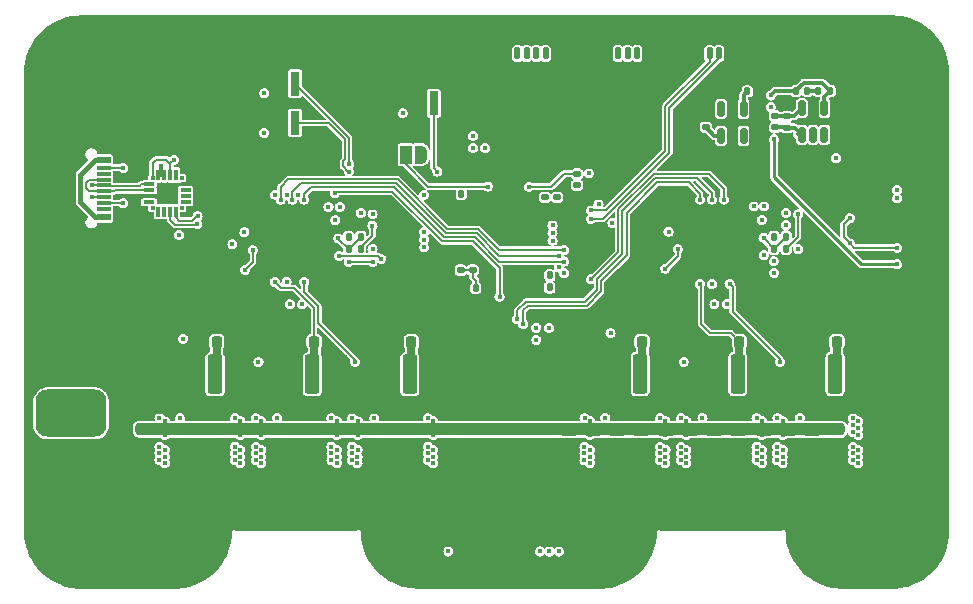
<source format=gbr>
%TF.GenerationSoftware,KiCad,Pcbnew,(6.0.4)*%
%TF.CreationDate,2023-01-05T12:04:55+08:00*%
%TF.ProjectId,FOC_Power,464f435f-506f-4776-9572-2e6b69636164,rev?*%
%TF.SameCoordinates,Original*%
%TF.FileFunction,Copper,L4,Bot*%
%TF.FilePolarity,Positive*%
%FSLAX46Y46*%
G04 Gerber Fmt 4.6, Leading zero omitted, Abs format (unit mm)*
G04 Created by KiCad (PCBNEW (6.0.4)) date 2023-01-05 12:04:55*
%MOMM*%
%LPD*%
G01*
G04 APERTURE LIST*
G04 Aperture macros list*
%AMRoundRect*
0 Rectangle with rounded corners*
0 $1 Rounding radius*
0 $2 $3 $4 $5 $6 $7 $8 $9 X,Y pos of 4 corners*
0 Add a 4 corners polygon primitive as box body*
4,1,4,$2,$3,$4,$5,$6,$7,$8,$9,$2,$3,0*
0 Add four circle primitives for the rounded corners*
1,1,$1+$1,$2,$3*
1,1,$1+$1,$4,$5*
1,1,$1+$1,$6,$7*
1,1,$1+$1,$8,$9*
0 Add four rect primitives between the rounded corners*
20,1,$1+$1,$2,$3,$4,$5,0*
20,1,$1+$1,$4,$5,$6,$7,0*
20,1,$1+$1,$6,$7,$8,$9,0*
20,1,$1+$1,$8,$9,$2,$3,0*%
%AMFreePoly0*
4,1,22,0.550000,-0.750000,0.000000,-0.750000,0.000000,-0.745033,-0.079941,-0.743568,-0.215256,-0.701293,-0.333266,-0.622738,-0.424486,-0.514219,-0.481581,-0.384460,-0.499164,-0.250000,-0.500000,-0.250000,-0.500000,0.250000,-0.499164,0.250000,-0.499963,0.256109,-0.478152,0.396186,-0.417904,0.524511,-0.324060,0.630769,-0.204165,0.706417,-0.067858,0.745374,0.000000,0.744959,0.000000,0.750000,
0.550000,0.750000,0.550000,-0.750000,0.550000,-0.750000,$1*%
%AMFreePoly1*
4,1,20,0.000000,0.744959,0.073905,0.744508,0.209726,0.703889,0.328688,0.626782,0.421226,0.519385,0.479903,0.390333,0.500000,0.250000,0.500000,-0.250000,0.499851,-0.262216,0.476331,-0.402017,0.414519,-0.529596,0.319384,-0.634700,0.198574,-0.708877,0.061801,-0.746166,0.000000,-0.745033,0.000000,-0.750000,-0.550000,-0.750000,-0.550000,0.750000,0.000000,0.750000,0.000000,0.744959,
0.000000,0.744959,$1*%
G04 Aperture macros list end*
%TA.AperFunction,ComponentPad*%
%ADD10C,0.499999*%
%TD*%
%TA.AperFunction,ComponentPad*%
%ADD11RoundRect,1.000000X-2.000000X1.000000X-2.000000X-1.000000X2.000000X-1.000000X2.000000X1.000000X0*%
%TD*%
%TA.AperFunction,ComponentPad*%
%ADD12C,5.500000*%
%TD*%
%TA.AperFunction,SMDPad,CuDef*%
%ADD13RoundRect,0.250000X0.475000X-0.250000X0.475000X0.250000X-0.475000X0.250000X-0.475000X-0.250000X0*%
%TD*%
%TA.AperFunction,SMDPad,CuDef*%
%ADD14RoundRect,0.147500X-0.172500X0.147500X-0.172500X-0.147500X0.172500X-0.147500X0.172500X0.147500X0*%
%TD*%
%TA.AperFunction,SMDPad,CuDef*%
%ADD15RoundRect,0.140000X-0.140000X-0.170000X0.140000X-0.170000X0.140000X0.170000X-0.140000X0.170000X0*%
%TD*%
%TA.AperFunction,SMDPad,CuDef*%
%ADD16RoundRect,0.225000X0.225000X0.250000X-0.225000X0.250000X-0.225000X-0.250000X0.225000X-0.250000X0*%
%TD*%
%TA.AperFunction,SMDPad,CuDef*%
%ADD17RoundRect,0.140000X0.170000X-0.140000X0.170000X0.140000X-0.170000X0.140000X-0.170000X-0.140000X0*%
%TD*%
%TA.AperFunction,SMDPad,CuDef*%
%ADD18RoundRect,0.140000X0.140000X0.170000X-0.140000X0.170000X-0.140000X-0.170000X0.140000X-0.170000X0*%
%TD*%
%TA.AperFunction,SMDPad,CuDef*%
%ADD19R,0.300000X0.300000*%
%TD*%
%TA.AperFunction,SMDPad,CuDef*%
%ADD20R,0.900000X0.300000*%
%TD*%
%TA.AperFunction,SMDPad,CuDef*%
%ADD21R,0.300000X0.900000*%
%TD*%
%TA.AperFunction,SMDPad,CuDef*%
%ADD22R,1.800000X1.800000*%
%TD*%
%TA.AperFunction,SMDPad,CuDef*%
%ADD23RoundRect,0.125000X-0.125000X-0.375000X0.125000X-0.375000X0.125000X0.375000X-0.125000X0.375000X0*%
%TD*%
%TA.AperFunction,SMDPad,CuDef*%
%ADD24RoundRect,0.250000X-0.350000X-0.600000X0.350000X-0.600000X0.350000X0.600000X-0.350000X0.600000X0*%
%TD*%
%TA.AperFunction,SMDPad,CuDef*%
%ADD25RoundRect,0.135000X0.135000X0.185000X-0.135000X0.185000X-0.135000X-0.185000X0.135000X-0.185000X0*%
%TD*%
%TA.AperFunction,SMDPad,CuDef*%
%ADD26RoundRect,0.150000X-0.150000X0.512500X-0.150000X-0.512500X0.150000X-0.512500X0.150000X0.512500X0*%
%TD*%
%TA.AperFunction,SMDPad,CuDef*%
%ADD27RoundRect,0.250000X0.362500X1.425000X-0.362500X1.425000X-0.362500X-1.425000X0.362500X-1.425000X0*%
%TD*%
%TA.AperFunction,SMDPad,CuDef*%
%ADD28RoundRect,0.140000X-0.170000X0.140000X-0.170000X-0.140000X0.170000X-0.140000X0.170000X0.140000X0*%
%TD*%
%TA.AperFunction,SMDPad,CuDef*%
%ADD29R,0.800000X2.000000*%
%TD*%
%TA.AperFunction,SMDPad,CuDef*%
%ADD30R,1.160000X0.600000*%
%TD*%
%TA.AperFunction,SMDPad,CuDef*%
%ADD31R,1.160000X0.300000*%
%TD*%
%TA.AperFunction,ComponentPad*%
%ADD32O,1.700000X0.900000*%
%TD*%
%TA.AperFunction,ComponentPad*%
%ADD33O,2.000000X0.900000*%
%TD*%
%TA.AperFunction,SMDPad,CuDef*%
%ADD34RoundRect,0.135000X-0.135000X-0.185000X0.135000X-0.185000X0.135000X0.185000X-0.135000X0.185000X0*%
%TD*%
%TA.AperFunction,SMDPad,CuDef*%
%ADD35FreePoly0,180.000000*%
%TD*%
%TA.AperFunction,SMDPad,CuDef*%
%ADD36R,1.000000X1.500000*%
%TD*%
%TA.AperFunction,SMDPad,CuDef*%
%ADD37FreePoly1,180.000000*%
%TD*%
%TA.AperFunction,ViaPad*%
%ADD38C,0.450000*%
%TD*%
%TA.AperFunction,ViaPad*%
%ADD39C,0.500000*%
%TD*%
%TA.AperFunction,ViaPad*%
%ADD40C,0.550000*%
%TD*%
%TA.AperFunction,Conductor*%
%ADD41C,1.000000*%
%TD*%
%TA.AperFunction,Conductor*%
%ADD42C,0.700000*%
%TD*%
%TA.AperFunction,Conductor*%
%ADD43C,0.200000*%
%TD*%
%TA.AperFunction,Conductor*%
%ADD44C,0.300000*%
%TD*%
%TA.AperFunction,Conductor*%
%ADD45C,0.400000*%
%TD*%
%TA.AperFunction,Conductor*%
%ADD46C,0.150000*%
%TD*%
%TA.AperFunction,Conductor*%
%ADD47C,0.250000*%
%TD*%
G04 APERTURE END LIST*
D10*
%TO.P,U7,V*%
%TO.N,GND*%
X50960000Y-44200000D03*
X50960000Y-42830000D03*
X50960000Y-41690000D03*
X52330000Y-42830000D03*
X49820000Y-44200000D03*
X53470000Y-42830000D03*
X50960000Y-45340000D03*
X52330000Y-41690000D03*
X52330000Y-44200000D03*
X53470000Y-44200000D03*
X52330000Y-45340000D03*
X49820000Y-42830000D03*
%TD*%
D11*
%TO.P,J3,1,Pin_1*%
%TO.N,GND*%
X32660000Y-53105000D03*
%TO.P,J3,2,Pin_2*%
%TO.N,+12V*%
X32660000Y-58105000D03*
%TD*%
D12*
%TO.P,H2,1*%
%TO.N,GND*%
X33505000Y-68125000D03*
%TD*%
D10*
%TO.P,U2,V*%
%TO.N,GND*%
X85830000Y-44150000D03*
X89480000Y-44150000D03*
X88340000Y-44150000D03*
X89480000Y-42780000D03*
X88340000Y-41640000D03*
X85830000Y-42780000D03*
X86970000Y-45290000D03*
X86970000Y-44150000D03*
X86970000Y-42780000D03*
X88340000Y-45290000D03*
X86970000Y-41640000D03*
X88340000Y-42780000D03*
%TD*%
D12*
%TO.P,H3,1*%
%TO.N,GND*%
X102175000Y-68115000D03*
%TD*%
%TO.P,H4,1*%
%TO.N,GND*%
X33495000Y-29205000D03*
%TD*%
%TO.P,H1,1*%
%TO.N,GND*%
X102175000Y-29235000D03*
%TD*%
D13*
%TO.P,C42,1*%
%TO.N,+12V*%
X97425000Y-59465000D03*
%TO.P,C42,2*%
%TO.N,GND*%
X97425000Y-57565000D03*
%TD*%
%TO.P,C63,1*%
%TO.N,+12V*%
X83055000Y-59475000D03*
%TO.P,C63,2*%
%TO.N,GND*%
X83055000Y-57575000D03*
%TD*%
D14*
%TO.P,D2,1,K*%
%TO.N,/User_LED*%
X75485000Y-37817500D03*
%TO.P,D2,2,A*%
%TO.N,Net-(D2-Pad2)*%
X75485000Y-38787500D03*
%TD*%
D15*
%TO.P,C28,1*%
%TO.N,GND*%
X88945000Y-30847500D03*
%TO.P,C28,2*%
%TO.N,+5V*%
X89905000Y-30847500D03*
%TD*%
D16*
%TO.P,C39,1*%
%TO.N,/Motor0/SPA*%
X80990000Y-52045000D03*
%TO.P,C39,2*%
%TO.N,GND*%
X79440000Y-52045000D03*
%TD*%
D17*
%TO.P,C33,1*%
%TO.N,+3V3*%
X86395000Y-33895000D03*
%TO.P,C33,2*%
%TO.N,GND*%
X86395000Y-32935000D03*
%TD*%
D13*
%TO.P,C57,1*%
%TO.N,+12V*%
X42875000Y-59445000D03*
%TO.P,C57,2*%
%TO.N,GND*%
X42875000Y-57545000D03*
%TD*%
D16*
%TO.P,C54,1*%
%TO.N,/Motor1/SPB*%
X53230000Y-52045000D03*
%TO.P,C54,2*%
%TO.N,GND*%
X51680000Y-52045000D03*
%TD*%
D13*
%TO.P,C74,1*%
%TO.N,+12V*%
X53125000Y-59445000D03*
%TO.P,C74,2*%
%TO.N,GND*%
X53125000Y-57545000D03*
%TD*%
%TO.P,C61,1*%
%TO.N,+12V*%
X80925000Y-59475000D03*
%TO.P,C61,2*%
%TO.N,GND*%
X80925000Y-57575000D03*
%TD*%
%TO.P,C75,1*%
%TO.N,+12V*%
X59345000Y-59445000D03*
%TO.P,C75,2*%
%TO.N,GND*%
X59345000Y-57545000D03*
%TD*%
D17*
%TO.P,C24,1*%
%TO.N,Net-(C23-Pad1)*%
X93255000Y-33907500D03*
%TO.P,C24,2*%
%TO.N,Net-(C23-Pad2)*%
X93255000Y-32947500D03*
%TD*%
D13*
%TO.P,C66,1*%
%TO.N,+12V*%
X74845000Y-59475000D03*
%TO.P,C66,2*%
%TO.N,GND*%
X74845000Y-57575000D03*
%TD*%
D18*
%TO.P,C11,1*%
%TO.N,GND*%
X66655000Y-39535000D03*
%TO.P,C11,2*%
%TO.N,+3V3*%
X65695000Y-39535000D03*
%TD*%
D19*
%TO.P,U4,1,RS485/GPIO.1*%
%TO.N,unconnected-(U4-Pad1)*%
X39545000Y-40715000D03*
D20*
%TO.P,U4,2,CLK/GPIO.0*%
%TO.N,unconnected-(U4-Pad2)*%
X39245000Y-40215000D03*
%TO.P,U4,3,GND*%
%TO.N,GND*%
X39245000Y-39715000D03*
%TO.P,U4,4,D+*%
%TO.N,/D+*%
X39245000Y-39215000D03*
%TO.P,U4,5,D-*%
%TO.N,/D-*%
X39245000Y-38715000D03*
D19*
%TO.P,U4,6,VDD*%
%TO.N,+3V3*%
X39545000Y-38215000D03*
D21*
%TO.P,U4,7,VREGIN*%
%TO.N,+5V*%
X40045000Y-37915000D03*
%TO.P,U4,8,VBUS*%
X40545000Y-37915000D03*
%TO.P,U4,9,~{RST}*%
%TO.N,+3V3*%
X41045000Y-37915000D03*
%TO.P,U4,10,NC*%
%TO.N,unconnected-(U4-Pad10)*%
X41545000Y-37915000D03*
D19*
%TO.P,U4,11,~{SUSPEND}*%
%TO.N,unconnected-(U4-Pad11)*%
X42045000Y-38215000D03*
D20*
%TO.P,U4,12,GND*%
%TO.N,GND*%
X42345000Y-38715000D03*
%TO.P,U4,13,~{WAKEUP}*%
%TO.N,unconnected-(U4-Pad13)*%
X42345000Y-39215000D03*
%TO.P,U4,14,SUSPEND*%
%TO.N,unconnected-(U4-Pad14)*%
X42345000Y-39715000D03*
%TO.P,U4,15,~{CTS}*%
%TO.N,unconnected-(U4-Pad15)*%
X42345000Y-40215000D03*
D19*
%TO.P,U4,16,~{RTS}*%
%TO.N,unconnected-(U4-Pad16)*%
X42045000Y-40715000D03*
D21*
%TO.P,U4,17,RXD*%
%TO.N,/USART1_TX*%
X41545000Y-41015000D03*
%TO.P,U4,18,TXD*%
%TO.N,/USART1_RX*%
X41045000Y-41015000D03*
%TO.P,U4,19,~{RXT}/GPIO.3*%
%TO.N,unconnected-(U4-Pad19)*%
X40545000Y-41015000D03*
%TO.P,U4,20,~{TXT}/GPIO.2*%
%TO.N,unconnected-(U4-Pad20)*%
X40045000Y-41015000D03*
D22*
%TO.P,U4,21,GND*%
%TO.N,GND*%
X40795000Y-39465000D03*
%TD*%
D13*
%TO.P,C69,1*%
%TO.N,+12V*%
X57305000Y-59445000D03*
%TO.P,C69,2*%
%TO.N,GND*%
X57305000Y-57545000D03*
%TD*%
%TO.P,C59,1*%
%TO.N,+12V*%
X44895000Y-59445000D03*
%TO.P,C59,2*%
%TO.N,GND*%
X44895000Y-57545000D03*
%TD*%
D23*
%TO.P,J8,1,Pin_1*%
%TO.N,/CAN1_TX*%
X86705000Y-27630724D03*
%TO.P,J8,2,Pin_2*%
%TO.N,/CAN1_RX*%
X87505000Y-27630724D03*
D24*
%TO.P,J8,MP*%
%TO.N,GND*%
X85405000Y-25680724D03*
X88805000Y-25680724D03*
%TD*%
D17*
%TO.P,C10,1*%
%TO.N,GND*%
X73785000Y-40775000D03*
%TO.P,C10,2*%
%TO.N,+3V3*%
X73785000Y-39815000D03*
%TD*%
D13*
%TO.P,C68,1*%
%TO.N,+12V*%
X47025000Y-59445000D03*
%TO.P,C68,2*%
%TO.N,GND*%
X47025000Y-57545000D03*
%TD*%
D25*
%TO.P,R27,1*%
%TO.N,Net-(D8-Pad1)*%
X57165000Y-44165000D03*
%TO.P,R27,2*%
%TO.N,/FAULT1*%
X56145000Y-44165000D03*
%TD*%
D26*
%TO.P,U6,1,VIN*%
%TO.N,+5V*%
X87685000Y-32320000D03*
%TO.P,U6,2,GND*%
%TO.N,GND*%
X88635000Y-32320000D03*
%TO.P,U6,3,EN*%
%TO.N,+5V*%
X89585000Y-32320000D03*
%TO.P,U6,4,BYPASS*%
%TO.N,Net-(C32-Pad2)*%
X89585000Y-34595000D03*
%TO.P,U6,5,OUT*%
%TO.N,+3V3*%
X87685000Y-34595000D03*
%TD*%
D27*
%TO.P,R5,1*%
%TO.N,/Motor0/SPA*%
X80837500Y-54775000D03*
%TO.P,R5,2*%
%TO.N,GND*%
X74912500Y-54775000D03*
%TD*%
D13*
%TO.P,C58,1*%
%TO.N,+12V*%
X61395000Y-59445000D03*
%TO.P,C58,2*%
%TO.N,GND*%
X61395000Y-57545000D03*
%TD*%
D23*
%TO.P,J9,1,Pin_1*%
%TO.N,+3V3*%
X78970000Y-27630724D03*
%TO.P,J9,2,Pin_2*%
%TO.N,/USART3_RX*%
X79770000Y-27630724D03*
%TO.P,J9,3,Pin_3*%
%TO.N,/USART3_TX*%
X80570000Y-27630724D03*
%TO.P,J9,4,Pin_4*%
%TO.N,GND*%
X81370000Y-27630724D03*
D24*
%TO.P,J9,MP*%
X77670000Y-25680724D03*
X82670000Y-25680724D03*
%TD*%
D13*
%TO.P,C67,1*%
%TO.N,+12V*%
X85085000Y-59475000D03*
%TO.P,C67,2*%
%TO.N,GND*%
X85085000Y-57575000D03*
%TD*%
D28*
%TO.P,C15,1*%
%TO.N,GND*%
X65645000Y-45015000D03*
%TO.P,C15,2*%
%TO.N,+3V3*%
X65645000Y-45975000D03*
%TD*%
D15*
%TO.P,C12,1*%
%TO.N,GND*%
X65945000Y-47485000D03*
%TO.P,C12,2*%
%TO.N,+3V3*%
X66905000Y-47485000D03*
%TD*%
D13*
%TO.P,C65,1*%
%TO.N,+12V*%
X89155000Y-59475000D03*
%TO.P,C65,2*%
%TO.N,GND*%
X89155000Y-57575000D03*
%TD*%
%TO.P,C56,1*%
%TO.N,+12V*%
X38825000Y-59445000D03*
%TO.P,C56,2*%
%TO.N,GND*%
X38825000Y-57545000D03*
%TD*%
%TO.P,C62,1*%
%TO.N,+12V*%
X76865000Y-59475000D03*
%TO.P,C62,2*%
%TO.N,GND*%
X76865000Y-57575000D03*
%TD*%
D17*
%TO.P,C23,1*%
%TO.N,Net-(C23-Pad1)*%
X92255000Y-33897500D03*
%TO.P,C23,2*%
%TO.N,Net-(C23-Pad2)*%
X92255000Y-32937500D03*
%TD*%
%TO.P,C17,1*%
%TO.N,GND*%
X72765000Y-40775000D03*
%TO.P,C17,2*%
%TO.N,/VCAP_2*%
X72765000Y-39815000D03*
%TD*%
D13*
%TO.P,C40,1*%
%TO.N,+12V*%
X93335000Y-59475000D03*
%TO.P,C40,2*%
%TO.N,GND*%
X93335000Y-57575000D03*
%TD*%
%TO.P,C43,1*%
%TO.N,+12V*%
X95375000Y-59475000D03*
%TO.P,C43,2*%
%TO.N,GND*%
X95375000Y-57575000D03*
%TD*%
D29*
%TO.P,S1,1,1*%
%TO.N,GND*%
X59150660Y-31855000D03*
%TO.P,S1,2,2*%
%TO.N,/NRST*%
X63350660Y-31855000D03*
%TD*%
D13*
%TO.P,C71,1*%
%TO.N,+12V*%
X55265000Y-59445000D03*
%TO.P,C71,2*%
%TO.N,GND*%
X55265000Y-57545000D03*
%TD*%
D30*
%TO.P,J2,A1,GND*%
%TO.N,GND*%
X35410000Y-42255000D03*
%TO.P,J2,A4,VBUS*%
%TO.N,VBUS*%
X35410000Y-41455000D03*
D31*
%TO.P,J2,A5,CC1*%
%TO.N,Net-(J2-PadA5)*%
X35410000Y-40305000D03*
%TO.P,J2,A6,D+*%
%TO.N,/D+*%
X35410000Y-39305000D03*
%TO.P,J2,A7,D-*%
%TO.N,/D-*%
X35410000Y-38805000D03*
%TO.P,J2,A8,SBU1*%
%TO.N,unconnected-(J2-PadA8)*%
X35410000Y-37805000D03*
D30*
%TO.P,J2,A9,VBUS*%
%TO.N,VBUS*%
X35410000Y-36655000D03*
%TO.P,J2,A12,GND*%
%TO.N,GND*%
X35410000Y-35855000D03*
%TO.P,J2,B1,GND*%
X35410000Y-35855000D03*
%TO.P,J2,B4,VBUS*%
%TO.N,VBUS*%
X35410000Y-36655000D03*
D31*
%TO.P,J2,B5,CC2*%
%TO.N,Net-(J2-PadB5)*%
X35410000Y-37305000D03*
%TO.P,J2,B6,D+*%
%TO.N,/D+*%
X35410000Y-38305000D03*
%TO.P,J2,B7,D-*%
%TO.N,/D-*%
X35410000Y-39805000D03*
%TO.P,J2,B8,SBU2*%
%TO.N,unconnected-(J2-PadB8)*%
X35410000Y-40805000D03*
D30*
%TO.P,J2,B9,VBUS*%
%TO.N,VBUS*%
X35410000Y-41455000D03*
%TO.P,J2,B12,GND*%
%TO.N,GND*%
X35410000Y-42255000D03*
D32*
%TO.P,J2,S1,SHIELD*%
X30660000Y-43375000D03*
D33*
X34830000Y-34735000D03*
X34830000Y-43375000D03*
D32*
X30660000Y-34735000D03*
%TD*%
D27*
%TO.P,R34,1*%
%TO.N,/Motor1/SPC*%
X61315000Y-54785000D03*
%TO.P,R34,2*%
%TO.N,GND*%
X55390000Y-54785000D03*
%TD*%
D16*
%TO.P,C55,1*%
%TO.N,/Motor1/SPA*%
X44990000Y-52045000D03*
%TO.P,C55,2*%
%TO.N,GND*%
X43440000Y-52045000D03*
%TD*%
%TO.P,C38,1*%
%TO.N,/Motor0/SPB*%
X89240000Y-52045000D03*
%TO.P,C38,2*%
%TO.N,GND*%
X87690000Y-52045000D03*
%TD*%
D34*
%TO.P,R2,1*%
%TO.N,+3V3*%
X92165000Y-43155000D03*
%TO.P,R2,2*%
%TO.N,/FAULT0*%
X93185000Y-43155000D03*
%TD*%
D23*
%TO.P,J7,1,Pin_1*%
%TO.N,+3V3*%
X70435000Y-27630724D03*
%TO.P,J7,2,Pin_2*%
%TO.N,/SPI1_MOSI*%
X71235000Y-27630724D03*
%TO.P,J7,3,Pin_3*%
%TO.N,/SPI1_MISO*%
X72035000Y-27630724D03*
%TO.P,J7,4,Pin_4*%
%TO.N,/SPI1_SCK*%
X72835000Y-27630724D03*
%TO.P,J7,5,Pin_5*%
%TO.N,GND*%
X73635000Y-27630724D03*
D24*
%TO.P,J7,MP*%
X74935000Y-25680724D03*
X69135000Y-25680724D03*
%TD*%
D13*
%TO.P,C60,1*%
%TO.N,+12V*%
X78895000Y-59475000D03*
%TO.P,C60,2*%
%TO.N,GND*%
X78895000Y-57575000D03*
%TD*%
D15*
%TO.P,C16,1*%
%TO.N,GND*%
X72205000Y-47445000D03*
%TO.P,C16,2*%
%TO.N,/VCAP_1*%
X73165000Y-47445000D03*
%TD*%
D29*
%TO.P,S3,1,1*%
%TO.N,GND*%
X47410660Y-33515000D03*
%TO.P,S3,2,2*%
%TO.N,/KEY_SEL*%
X51610660Y-33515000D03*
%TD*%
D28*
%TO.P,C14,1*%
%TO.N,GND*%
X66665000Y-45015000D03*
%TO.P,C14,2*%
%TO.N,+3V3*%
X66665000Y-45975000D03*
%TD*%
D35*
%TO.P,JP1,1,A*%
%TO.N,+3V3*%
X62305000Y-36195000D03*
D36*
%TO.P,JP1,2,C*%
%TO.N,/BOOT0*%
X61005000Y-36195000D03*
D37*
%TO.P,JP1,3,B*%
%TO.N,GND*%
X59705000Y-36195000D03*
%TD*%
D15*
%TO.P,C13,1*%
%TO.N,GND*%
X72205000Y-46415000D03*
%TO.P,C13,2*%
%TO.N,+3V3*%
X73165000Y-46415000D03*
%TD*%
D16*
%TO.P,C37,1*%
%TO.N,/Motor0/SPC*%
X97490000Y-52045000D03*
%TO.P,C37,2*%
%TO.N,GND*%
X95940000Y-52045000D03*
%TD*%
D27*
%TO.P,R7,1*%
%TO.N,/Motor0/SPC*%
X97337500Y-54775000D03*
%TO.P,R7,2*%
%TO.N,GND*%
X91412500Y-54775000D03*
%TD*%
D29*
%TO.P,S,1,1*%
%TO.N,GND*%
X47416320Y-30185000D03*
%TO.P,S,2,2*%
%TO.N,/KEY_ENT*%
X51616320Y-30185000D03*
%TD*%
D27*
%TO.P,R33,1*%
%TO.N,/Motor1/SPB*%
X53075000Y-54785000D03*
%TO.P,R33,2*%
%TO.N,GND*%
X47150000Y-54785000D03*
%TD*%
%TO.P,R6,1*%
%TO.N,/Motor0/SPB*%
X89087500Y-54775000D03*
%TO.P,R6,2*%
%TO.N,GND*%
X83162500Y-54775000D03*
%TD*%
D13*
%TO.P,C41,1*%
%TO.N,+12V*%
X91295000Y-59475000D03*
%TO.P,C41,2*%
%TO.N,GND*%
X91295000Y-57575000D03*
%TD*%
%TO.P,C72,1*%
%TO.N,+12V*%
X51095000Y-59445000D03*
%TO.P,C72,2*%
%TO.N,GND*%
X51095000Y-57545000D03*
%TD*%
%TO.P,C64,1*%
%TO.N,+12V*%
X87115000Y-59475000D03*
%TO.P,C64,2*%
%TO.N,GND*%
X87115000Y-57575000D03*
%TD*%
%TO.P,C73,1*%
%TO.N,+12V*%
X49065000Y-59445000D03*
%TO.P,C73,2*%
%TO.N,GND*%
X49065000Y-57545000D03*
%TD*%
D34*
%TO.P,R15,1*%
%TO.N,+5V*%
X95915000Y-30795000D03*
%TO.P,R15,2*%
%TO.N,Net-(C26-Pad2)*%
X96935000Y-30795000D03*
%TD*%
D26*
%TO.P,U3,1,BS*%
%TO.N,Net-(C23-Pad2)*%
X94535000Y-32250000D03*
%TO.P,U3,2,GND*%
%TO.N,GND*%
X95485000Y-32250000D03*
%TO.P,U3,3,FB*%
%TO.N,Net-(C26-Pad2)*%
X96435000Y-32250000D03*
%TO.P,U3,4,EN*%
%TO.N,Net-(R14-Pad2)*%
X96435000Y-34525000D03*
%TO.P,U3,5,VIN*%
%TO.N,Net-(C18-Pad1)*%
X95485000Y-34525000D03*
%TO.P,U3,6,SW*%
%TO.N,Net-(C23-Pad1)*%
X94535000Y-34525000D03*
%TD*%
D34*
%TO.P,R28,1*%
%TO.N,+3V3*%
X56145000Y-43145000D03*
%TO.P,R28,2*%
%TO.N,/FAULT1*%
X57165000Y-43145000D03*
%TD*%
D18*
%TO.P,C26,1*%
%TO.N,+5V*%
X94995000Y-30805000D03*
%TO.P,C26,2*%
%TO.N,Net-(C26-Pad2)*%
X94035000Y-30805000D03*
%TD*%
D25*
%TO.P,R1,1*%
%TO.N,Net-(D1-Pad1)*%
X93185000Y-44175000D03*
%TO.P,R1,2*%
%TO.N,/FAULT0*%
X92165000Y-44175000D03*
%TD*%
D13*
%TO.P,C70,1*%
%TO.N,+12V*%
X40855000Y-59445000D03*
%TO.P,C70,2*%
%TO.N,GND*%
X40855000Y-57545000D03*
%TD*%
D16*
%TO.P,C53,1*%
%TO.N,/Motor1/SPC*%
X61460000Y-52055000D03*
%TO.P,C53,2*%
%TO.N,GND*%
X59910000Y-52055000D03*
%TD*%
D27*
%TO.P,R32,1*%
%TO.N,/Motor1/SPA*%
X44835000Y-54785000D03*
%TO.P,R32,2*%
%TO.N,GND*%
X38910000Y-54785000D03*
%TD*%
D38*
%TO.N,+12V*%
X40575000Y-62315000D03*
X63305000Y-61765000D03*
X82965000Y-59365000D03*
X91135000Y-61765000D03*
X47325000Y-42775000D03*
X82975000Y-58775000D03*
X92915000Y-58775000D03*
X48745000Y-62335000D03*
X76585000Y-58775000D03*
X56915000Y-58785000D03*
X84745000Y-58775000D03*
X98845000Y-59675000D03*
X84285000Y-59075000D03*
X76115000Y-60925000D03*
X84745000Y-61185000D03*
X56895000Y-61765000D03*
X84285000Y-59665000D03*
X63315000Y-58765000D03*
X82975000Y-61185000D03*
X40135000Y-59075000D03*
X92895000Y-61775000D03*
X46975000Y-61765000D03*
X98845000Y-60925000D03*
X40125000Y-61455000D03*
X46525000Y-60915000D03*
X76565000Y-61775000D03*
X62855000Y-58505000D03*
X40135000Y-60935000D03*
X82515000Y-60925000D03*
X48745000Y-61775000D03*
X46535000Y-58515000D03*
X90685000Y-59075000D03*
X46985000Y-59925000D03*
X90685000Y-58515000D03*
X84285000Y-60925000D03*
X91145000Y-58775000D03*
X92455000Y-59075000D03*
X98845000Y-58525000D03*
X48295000Y-60925000D03*
X40575000Y-58785000D03*
X76125000Y-59075000D03*
X76575000Y-59365000D03*
X48295000Y-61485000D03*
X90685000Y-61475000D03*
X55135000Y-59365000D03*
X54695000Y-61475000D03*
X56445000Y-60915000D03*
X76115000Y-62075000D03*
X54685000Y-58515000D03*
X82515000Y-59075000D03*
X46525000Y-62065000D03*
X63305000Y-59355000D03*
X48745000Y-59925000D03*
X91135000Y-59365000D03*
X46995000Y-58775000D03*
X54695000Y-60915000D03*
X48755000Y-58775000D03*
X46985000Y-59365000D03*
X40585000Y-61175000D03*
X56445000Y-62065000D03*
X40125000Y-62025000D03*
X99295000Y-62335000D03*
X92455000Y-59665000D03*
X92905000Y-61185000D03*
X99305000Y-61185000D03*
X55145000Y-58775000D03*
X90685000Y-62065000D03*
X82965000Y-62335000D03*
X63305000Y-59915000D03*
X56905000Y-59375000D03*
X90685000Y-59665000D03*
X48295000Y-59665000D03*
X82965000Y-61775000D03*
X98845000Y-61485000D03*
X82515000Y-62075000D03*
X56905000Y-59935000D03*
X62855000Y-60915000D03*
X82965000Y-59925000D03*
X54695000Y-62065000D03*
X84735000Y-59925000D03*
X92905000Y-59365000D03*
X99295000Y-61775000D03*
X56455000Y-59085000D03*
X63305000Y-62325000D03*
X76575000Y-61185000D03*
X48745000Y-59365000D03*
X92455000Y-58515000D03*
X54685000Y-59075000D03*
X91145000Y-61175000D03*
X46535000Y-59665000D03*
X56895000Y-62325000D03*
X76125000Y-58515000D03*
X46975000Y-62325000D03*
X92905000Y-59925000D03*
X84735000Y-61775000D03*
X62855000Y-62065000D03*
X46525000Y-61475000D03*
X48295000Y-58515000D03*
X56455000Y-58525000D03*
X63315000Y-61175000D03*
X48755000Y-61185000D03*
X54685000Y-59665000D03*
X99295000Y-59935000D03*
X40575000Y-59915000D03*
X90685000Y-60915000D03*
X98845000Y-59085000D03*
X56445000Y-61475000D03*
X92895000Y-62335000D03*
X56905000Y-61175000D03*
X46985000Y-61175000D03*
X76115000Y-61485000D03*
X82515000Y-58515000D03*
X55145000Y-62325000D03*
X99295000Y-59375000D03*
X62855000Y-59065000D03*
X97415000Y-36487500D03*
X82515000Y-61485000D03*
X84285000Y-62075000D03*
X40135000Y-58525000D03*
X84285000Y-61485000D03*
X84285000Y-58515000D03*
X92445000Y-61485000D03*
X55145000Y-61765000D03*
X82515000Y-59665000D03*
X62855000Y-61475000D03*
X83235000Y-42715000D03*
X55135000Y-59925000D03*
X62855000Y-59655000D03*
X91135000Y-62325000D03*
X76565000Y-62335000D03*
X46535000Y-59075000D03*
X40575000Y-61755000D03*
X76575000Y-59925000D03*
X98845000Y-62075000D03*
X99305000Y-58785000D03*
X92445000Y-60925000D03*
X76125000Y-59665000D03*
X92445000Y-62075000D03*
X48295000Y-62075000D03*
X55155000Y-61175000D03*
X40135000Y-59655000D03*
X48295000Y-59075000D03*
X91135000Y-59925000D03*
X56455000Y-59675000D03*
X40575000Y-59355000D03*
X84735000Y-62335000D03*
X84735000Y-59365000D03*
%TO.N,GND*%
X37075000Y-36285000D03*
X42315000Y-36625000D03*
X39215000Y-56085000D03*
X39215000Y-54015000D03*
X98590000Y-40520000D03*
X102585000Y-40575000D03*
X47415000Y-33535000D03*
X74595000Y-54495000D03*
X37085000Y-41335000D03*
X98585000Y-42645000D03*
X75215000Y-53985000D03*
X39215000Y-53505000D03*
X72765000Y-40775000D03*
X38595000Y-53505000D03*
X75215000Y-54495000D03*
D39*
X95485000Y-32250000D03*
D38*
X65645000Y-45015000D03*
X60885000Y-41975000D03*
X38595000Y-54525000D03*
X39215000Y-55045000D03*
X39325000Y-35615000D03*
X73645000Y-27635000D03*
X65955000Y-47475000D03*
X69115000Y-25685000D03*
X82685000Y-25685000D03*
X38595000Y-55045000D03*
X68295000Y-71735000D03*
X77645000Y-25685000D03*
X74595000Y-53475000D03*
X38595000Y-54015000D03*
X88775000Y-25685000D03*
X38595000Y-56085000D03*
X39215000Y-54525000D03*
X75215000Y-53475000D03*
X86395000Y-32935000D03*
X39215000Y-55565000D03*
X81375000Y-27625000D03*
X75215000Y-55535000D03*
X47405000Y-30185000D03*
X88635000Y-32715000D03*
X72205000Y-47445000D03*
X74595000Y-56055000D03*
X85385000Y-25685000D03*
X66655000Y-39535000D03*
X40819500Y-39465000D03*
X74595000Y-53985000D03*
X74595000Y-55015000D03*
X45285000Y-41815000D03*
X74915000Y-25675000D03*
X59150660Y-31855000D03*
X66995000Y-69795000D03*
X102585000Y-41975000D03*
X38595000Y-55565000D03*
X57115000Y-46205000D03*
X75215000Y-55015000D03*
X75215000Y-56055000D03*
X74595000Y-55535000D03*
%TO.N,+3V3*%
X73785000Y-39815000D03*
X65645000Y-45975000D03*
X86395000Y-33895000D03*
X102585000Y-44075000D03*
X98585000Y-43715000D03*
X93185000Y-41125000D03*
X65695000Y-39545000D03*
X48995000Y-34345000D03*
X87685000Y-34595000D03*
X58175000Y-41252500D03*
X93185000Y-42155000D03*
X62305000Y-36195000D03*
X60740660Y-32685000D03*
X73175000Y-46415000D03*
X66675000Y-34615000D03*
X41355000Y-36625000D03*
X98585000Y-41585000D03*
X57175000Y-41135000D03*
X72045000Y-51875000D03*
X49010660Y-31005000D03*
X72355000Y-69795000D03*
X70435000Y-27630724D03*
X56155000Y-43175000D03*
X78970000Y-27630724D03*
X64595000Y-69795000D03*
X66915000Y-47475000D03*
X76475000Y-37785000D03*
X92175000Y-43165000D03*
X66665000Y-45975000D03*
%TO.N,/BOOT0*%
X67923556Y-38896444D03*
%TO.N,/KEY_ENT*%
X51616320Y-30185000D03*
X56188996Y-36976922D03*
%TO.N,/KEY_SEL*%
X51610660Y-33515000D03*
X56165000Y-37625981D03*
%TO.N,/VCAP_1*%
X73165000Y-47445000D03*
%TO.N,/VCAP_2*%
X72765000Y-39815000D03*
%TO.N,Net-(C18-Pad1)*%
X95465000Y-34435000D03*
%TO.N,+5V*%
X94995000Y-30805000D03*
X41785596Y-42995000D03*
X40295000Y-37149500D03*
X91905000Y-32185000D03*
X87685000Y-32320000D03*
X92165000Y-34895000D03*
X102585000Y-45475000D03*
X89585000Y-32320000D03*
D39*
%TO.N,Net-(C23-Pad1)*%
X94245000Y-34480000D03*
D38*
%TO.N,Net-(C26-Pad2)*%
X91885000Y-31185000D03*
%TO.N,Net-(C32-Pad2)*%
X89585000Y-34595000D03*
%TO.N,/SOC0*%
X73415000Y-43484023D03*
X92175000Y-46205000D03*
%TO.N,/SOB0*%
X92155001Y-45214999D03*
X73415000Y-42834520D03*
%TO.N,/SOA0*%
X73415000Y-42185404D03*
X91295000Y-44715499D03*
%TO.N,/Motor0/SPC*%
X97045000Y-54515000D03*
X97045000Y-55035000D03*
X97665000Y-55035000D03*
X97490000Y-52045000D03*
X97665000Y-55555000D03*
X97665000Y-54005000D03*
X97665000Y-54515000D03*
X97045000Y-55555000D03*
X97045000Y-54005000D03*
%TO.N,/Motor0/SPB*%
X88775000Y-55045000D03*
X85884461Y-47140527D03*
X89395000Y-54015000D03*
X88775000Y-54015000D03*
X89395000Y-54525000D03*
X88775000Y-55565000D03*
X89395000Y-55045000D03*
X88775000Y-54525000D03*
X89395000Y-55565000D03*
%TO.N,/Motor0/SPA*%
X81155000Y-54005000D03*
X80535000Y-55555000D03*
X80535000Y-55035000D03*
X81155000Y-55555000D03*
X81155000Y-55035000D03*
X80975000Y-52015000D03*
X81155000Y-54515000D03*
X80535000Y-54515000D03*
X80535000Y-54005000D03*
%TO.N,/SOB1*%
X56165000Y-45264988D03*
X58183501Y-45264988D03*
%TO.N,/SOA1*%
X55345000Y-44765499D03*
X58902527Y-45012542D03*
%TO.N,/Motor1/SPC*%
X61460000Y-52055000D03*
X61005000Y-54015000D03*
X61005000Y-55565000D03*
X61625000Y-55565000D03*
X61005000Y-54525000D03*
X61625000Y-55045000D03*
X61625000Y-54525000D03*
X61625000Y-54015000D03*
X61005000Y-55045000D03*
%TO.N,/Motor1/SPB*%
X52755000Y-55555000D03*
X52755000Y-54515000D03*
X53375000Y-54005000D03*
X52755000Y-55035000D03*
X53375000Y-55555000D03*
X52755000Y-54005000D03*
X53375000Y-54515000D03*
X49895500Y-46965000D03*
X53375000Y-55035000D03*
%TO.N,/Motor1/SPA*%
X44495000Y-54515000D03*
X45115000Y-55035000D03*
X45115000Y-54515000D03*
X45115000Y-54005000D03*
X44495000Y-55555000D03*
X44495000Y-55035000D03*
X44495000Y-54005000D03*
X45115000Y-55555000D03*
X44990000Y-52045000D03*
%TO.N,Net-(D1-Pad1)*%
X94205000Y-41247500D03*
%TO.N,Net-(D2-Pad2)*%
X75485000Y-38785000D03*
D40*
%TO.N,VBUS*%
X35395000Y-41455000D03*
D38*
%TO.N,Net-(D8-Pad1)*%
X58165000Y-42205000D03*
%TO.N,/Motor0/SHC*%
X88404500Y-47125000D03*
X92675000Y-53725000D03*
%TO.N,/Motor0/SHB*%
X84512500Y-53725000D03*
X86904500Y-47141081D03*
%TO.N,/Motor0/SHA*%
X84025000Y-44215000D03*
X82965000Y-45849020D03*
%TO.N,Net-(J2-PadA5)*%
X37075000Y-40315000D03*
%TO.N,/D-*%
X34405000Y-39804500D03*
X34405000Y-38805500D03*
%TO.N,Net-(J2-PadB5)*%
X37075000Y-37305000D03*
%TO.N,/Motor1/SHC*%
X56680000Y-53725000D03*
X52395500Y-46975000D03*
%TO.N,/Motor1/SHB*%
X50895500Y-46975000D03*
X48517500Y-53725000D03*
%TO.N,/Motor1/SHA*%
X48045000Y-44285000D03*
X47393338Y-45937358D03*
%TO.N,/FAULT0*%
X91279498Y-43214499D03*
%TO.N,/I2C2_SDA*%
X73955000Y-69795000D03*
X73115000Y-50855000D03*
%TO.N,/I2C2_SCL*%
X73155000Y-69795000D03*
X72040000Y-50850000D03*
%TO.N,/I2C1_SDA*%
X102585000Y-39175000D03*
X66675000Y-35635000D03*
%TO.N,/I2C1_SCL*%
X67715000Y-35635000D03*
X102585000Y-39875000D03*
%TO.N,Net-(R14-Pad2)*%
X96485000Y-34925000D03*
%TO.N,/FAULT1*%
X55276800Y-43285011D03*
%TO.N,Net-(R31-Pad2)*%
X58175000Y-44195000D03*
X55025000Y-41755000D03*
%TO.N,/NRST*%
X63350660Y-31855000D03*
X62545000Y-42744500D03*
X63665000Y-37625981D03*
X62530348Y-39589652D03*
%TO.N,/SPI1_MOSI*%
X71235000Y-27630724D03*
%TO.N,/SPI1_MISO*%
X72035000Y-27630724D03*
%TO.N,/SPI1_SCK*%
X72835000Y-27630724D03*
%TO.N,/INLB0*%
X86904500Y-40001522D03*
X70425000Y-50132441D03*
%TO.N,/INLC0*%
X70934205Y-50535633D03*
X85905000Y-39995000D03*
%TO.N,/INLA0*%
X76665000Y-46745000D03*
X87905000Y-39995000D03*
%TO.N,/User_LED*%
X71415000Y-38915000D03*
%TO.N,/USART1_TX*%
X43356998Y-41414693D03*
%TO.N,/USART1_RX*%
X43342369Y-42064031D03*
%TO.N,/EN0*%
X91335000Y-40575000D03*
X78486460Y-41985500D03*
%TO.N,/CAL0*%
X77312505Y-40413700D03*
X90445000Y-40575000D03*
%TO.N,/EN1*%
X55395000Y-40615000D03*
X62545000Y-43394003D03*
%TO.N,/CAL1*%
X62545000Y-44043506D03*
X54445000Y-40605000D03*
%TO.N,/INHA1*%
X74387559Y-45245000D03*
X52394902Y-40004304D03*
%TO.N,/INLA1*%
X68925000Y-48207559D03*
X54961573Y-39473529D03*
X51895402Y-39583034D03*
%TO.N,/INHB1*%
X51395000Y-40005000D03*
X73926630Y-44744500D03*
%TO.N,/INLB1*%
X50895500Y-39578037D03*
X74387559Y-46245000D03*
%TO.N,/INHC1*%
X74387559Y-44245000D03*
X50395000Y-40005000D03*
%TO.N,/INLC1*%
X49895500Y-39584045D03*
X73935000Y-45744500D03*
%TO.N,Net-(Q7-Pad2)*%
X42145000Y-51785000D03*
X46305000Y-43765000D03*
X41875000Y-58515000D03*
%TO.N,Net-(Q9-Pad2)*%
X50105000Y-58474998D03*
X51165000Y-48855000D03*
%TO.N,Net-(Q11-Pad2)*%
X52205000Y-48865000D03*
X58325000Y-58525000D03*
%TO.N,Net-(Q1-Pad2)*%
X77875000Y-58465000D03*
X78325000Y-51315000D03*
%TO.N,Net-(Q3-Pad2)*%
X86105000Y-58465000D03*
X87115000Y-48855000D03*
%TO.N,Net-(Q5-Pad2)*%
X88165000Y-48855000D03*
X94355000Y-58465000D03*
%TO.N,Net-(R24-Pad2)*%
X91120980Y-41715500D03*
X94205000Y-44195000D03*
%TO.N,/USART3_RX*%
X79770000Y-27630724D03*
%TO.N,/USART3_TX*%
X80570000Y-27630724D03*
%TO.N,/CAN1_TX*%
X76663200Y-40913200D03*
%TO.N,/CAN1_RX*%
X76662790Y-41619882D03*
%TD*%
D41*
%TO.N,+12V*%
X38825000Y-59445000D02*
X97405000Y-59445000D01*
D42*
X97405000Y-59445000D02*
X97425000Y-59465000D01*
D43*
%TO.N,GND*%
X45285000Y-41815000D02*
X45285000Y-40955978D01*
D42*
X83055000Y-57575000D02*
X83055000Y-54882500D01*
D44*
X87788573Y-30847500D02*
X88945000Y-30847500D01*
D42*
X38845000Y-57565000D02*
X38825000Y-57545000D01*
X74912500Y-54775000D02*
X76710000Y-54775000D01*
D43*
X37085000Y-41335000D02*
X37765000Y-41335000D01*
X99255000Y-41975000D02*
X102585000Y-41975000D01*
D44*
X37075000Y-36285000D02*
X36645000Y-35855000D01*
X88945000Y-30847500D02*
X88635000Y-31157500D01*
D43*
X42345000Y-38715000D02*
X41569500Y-38715000D01*
D45*
X35410000Y-42255000D02*
X35410000Y-42795000D01*
D43*
X40519011Y-39765489D02*
X40819500Y-39465000D01*
D42*
X57180000Y-54785000D02*
X59910000Y-52055000D01*
X74845000Y-57575000D02*
X74845000Y-54842500D01*
X48940000Y-54785000D02*
X51680000Y-52045000D01*
D43*
X42315000Y-36625000D02*
X42494511Y-36804511D01*
X66665000Y-45015000D02*
X65645000Y-45015000D01*
D42*
X55390000Y-54785000D02*
X57180000Y-54785000D01*
X74845000Y-54842500D02*
X74912500Y-54775000D01*
D43*
X43044022Y-38715000D02*
X42345000Y-38715000D01*
D42*
X83162500Y-54775000D02*
X84960000Y-54775000D01*
D43*
X73785000Y-40775000D02*
X72765000Y-40775000D01*
D42*
X91412500Y-54775000D02*
X93210000Y-54775000D01*
D44*
X36645000Y-35855000D02*
X35410000Y-35855000D01*
X86395000Y-32241073D02*
X87788573Y-30847500D01*
D43*
X98590000Y-40520000D02*
X102530000Y-40520000D01*
D42*
X76710000Y-54775000D02*
X79440000Y-52045000D01*
D43*
X41619989Y-38664511D02*
X40819500Y-39465000D01*
D42*
X55265000Y-57545000D02*
X55265000Y-54910000D01*
D43*
X72205000Y-46415000D02*
X72205000Y-47445000D01*
D42*
X55265000Y-54910000D02*
X55390000Y-54785000D01*
D43*
X102530000Y-40520000D02*
X102585000Y-40575000D01*
D42*
X83055000Y-54882500D02*
X83162500Y-54775000D01*
D43*
X45285000Y-40955978D02*
X43044022Y-38715000D01*
D45*
X35410000Y-35315000D02*
X34830000Y-34735000D01*
D43*
X38025000Y-40055000D02*
X38314511Y-39765489D01*
D42*
X91295000Y-54892500D02*
X91412500Y-54775000D01*
D41*
X97425000Y-57565000D02*
X38845000Y-57565000D01*
D42*
X38825000Y-54870000D02*
X38910000Y-54785000D01*
D43*
X37765000Y-41335000D02*
X38025000Y-41075000D01*
D42*
X47025000Y-54910000D02*
X47150000Y-54785000D01*
D43*
X42494511Y-38664511D02*
X41619989Y-38664511D01*
D45*
X35410000Y-42795000D02*
X34830000Y-43375000D01*
D42*
X91295000Y-57575000D02*
X91295000Y-54892500D01*
X40700000Y-54785000D02*
X43440000Y-52045000D01*
X38825000Y-57545000D02*
X38825000Y-54870000D01*
D45*
X35410000Y-35855000D02*
X35410000Y-35315000D01*
D44*
X88635000Y-31157500D02*
X88635000Y-32320000D01*
D43*
X42494511Y-36804511D02*
X42494511Y-38664511D01*
D42*
X47025000Y-57545000D02*
X47025000Y-54910000D01*
D43*
X39325000Y-35615000D02*
X41305000Y-35615000D01*
D42*
X84960000Y-54775000D02*
X87690000Y-52045000D01*
X47150000Y-54785000D02*
X48940000Y-54785000D01*
X93210000Y-54775000D02*
X95940000Y-52045000D01*
X38910000Y-54785000D02*
X40700000Y-54785000D01*
D43*
X41305000Y-35615000D02*
X42315000Y-36625000D01*
D44*
X86395000Y-32935000D02*
X86395000Y-32241073D01*
D43*
X38025000Y-41075000D02*
X38025000Y-40055000D01*
X98585000Y-42645000D02*
X99255000Y-41975000D01*
X38314511Y-39765489D02*
X40519011Y-39765489D01*
X41569500Y-38715000D02*
X40819500Y-39465000D01*
D44*
%TO.N,+3V3*%
X87685000Y-34595000D02*
X87095000Y-34595000D01*
D43*
X66665000Y-45975000D02*
X66665000Y-46615000D01*
X41045000Y-37915000D02*
X41045000Y-36975000D01*
X40694989Y-36624989D02*
X39855011Y-36624989D01*
X98945000Y-44075000D02*
X102585000Y-44075000D01*
X41355000Y-36625000D02*
X41045000Y-36935000D01*
X41045000Y-36975000D02*
X40694989Y-36624989D01*
D44*
X87095000Y-34595000D02*
X86395000Y-33895000D01*
D43*
X98585000Y-43715000D02*
X98945000Y-44075000D01*
X66915000Y-46865000D02*
X66915000Y-47475000D01*
X98060489Y-43190489D02*
X98585000Y-43715000D01*
X39855011Y-36624989D02*
X39545000Y-36935000D01*
X66665000Y-45975000D02*
X65645000Y-45975000D01*
X41045000Y-36935000D02*
X41045000Y-37915000D01*
X98585000Y-41585000D02*
X98060489Y-42109511D01*
X98060489Y-42109511D02*
X98060489Y-43190489D01*
X39545000Y-36935000D02*
X39545000Y-38215000D01*
X66665000Y-46615000D02*
X66915000Y-46865000D01*
D46*
%TO.N,/BOOT0*%
X62876444Y-38896444D02*
X61005000Y-37025000D01*
D43*
X61005000Y-36618586D02*
X61005000Y-36195000D01*
D46*
X61005000Y-37025000D02*
X61005000Y-36195000D01*
X67923556Y-38896444D02*
X62876444Y-38896444D01*
%TO.N,/KEY_ENT*%
X56188996Y-36976922D02*
X56188996Y-34757676D01*
X56188996Y-34757676D02*
X51616320Y-30185000D01*
%TO.N,/KEY_SEL*%
X54452024Y-33515000D02*
X51610660Y-33515000D01*
X55689485Y-36744991D02*
X55829476Y-36605000D01*
X55839476Y-34902452D02*
X54452024Y-33515000D01*
X55829476Y-36605000D02*
X55839476Y-36605000D01*
X55689485Y-36754991D02*
X55839476Y-36605000D01*
X55839476Y-36605000D02*
X55839476Y-34902452D01*
X55689485Y-37183827D02*
X55689485Y-36754991D01*
X56165000Y-37625981D02*
X56131639Y-37625981D01*
X55839476Y-36605000D02*
X55689485Y-36744991D01*
X56131639Y-37625981D02*
X55689485Y-37183827D01*
D44*
%TO.N,+5V*%
X89585000Y-31167500D02*
X89905000Y-30847500D01*
X40045000Y-37915000D02*
X40315000Y-37915000D01*
X40315000Y-37915000D02*
X40545000Y-37915000D01*
X95915000Y-30795000D02*
X95005000Y-30795000D01*
X95005000Y-30795000D02*
X94995000Y-30805000D01*
X40295000Y-37895000D02*
X40315000Y-37915000D01*
D47*
X92165000Y-38072127D02*
X99567873Y-45475000D01*
D44*
X89585000Y-32320000D02*
X89585000Y-31167500D01*
X40295000Y-37149500D02*
X40295000Y-37895000D01*
D47*
X92165000Y-34895000D02*
X92165000Y-38072127D01*
X99567873Y-45475000D02*
X102585000Y-45475000D01*
D44*
%TO.N,Net-(C23-Pad1)*%
X93917500Y-33907500D02*
X94490000Y-34480000D01*
X94490000Y-34480000D02*
X94535000Y-34525000D01*
X93245000Y-33897500D02*
X93255000Y-33907500D01*
X92255000Y-33897500D02*
X93245000Y-33897500D01*
X93255000Y-33907500D02*
X93917500Y-33907500D01*
%TO.N,Net-(C23-Pad2)*%
X93255000Y-32947500D02*
X93837500Y-32947500D01*
X93245000Y-32937500D02*
X93255000Y-32947500D01*
X93837500Y-32947500D02*
X94535000Y-32250000D01*
X92255000Y-32937500D02*
X93245000Y-32937500D01*
%TO.N,Net-(C26-Pad2)*%
X96435000Y-32250000D02*
X96435000Y-31295000D01*
X94035000Y-30805000D02*
X94035000Y-30762715D01*
X94035000Y-30805000D02*
X92265000Y-30805000D01*
X94672235Y-30125480D02*
X96265480Y-30125480D01*
X94035000Y-30762715D02*
X94672235Y-30125480D01*
X96265480Y-30125480D02*
X96935000Y-30795000D01*
X92265000Y-30805000D02*
X91885000Y-31185000D01*
X96435000Y-31295000D02*
X96935000Y-30795000D01*
D42*
%TO.N,/Motor0/SPC*%
X97490000Y-54622500D02*
X97337500Y-54775000D01*
X97490000Y-52045000D02*
X97490000Y-54622500D01*
D46*
%TO.N,/Motor0/SPB*%
X86765480Y-51295480D02*
X88490480Y-51295480D01*
X85975000Y-47231066D02*
X85975000Y-50505000D01*
D42*
X89240000Y-52045000D02*
X89240000Y-54622500D01*
D46*
X88490480Y-51295480D02*
X89240000Y-52045000D01*
D42*
X89240000Y-54622500D02*
X89087500Y-54775000D01*
D46*
X85975000Y-50505000D02*
X86765480Y-51295480D01*
X85884461Y-47140527D02*
X85975000Y-47231066D01*
D42*
%TO.N,/Motor0/SPA*%
X80990000Y-54622500D02*
X80837500Y-54775000D01*
X80990000Y-52045000D02*
X80990000Y-54622500D01*
D46*
%TO.N,/SOB1*%
X58183501Y-45264988D02*
X56165000Y-45264988D01*
%TO.N,/SOA1*%
X55350979Y-44759520D02*
X55345000Y-44765499D01*
X58902527Y-45012542D02*
X58655473Y-44765488D01*
X58655473Y-44765488D02*
X55345011Y-44765488D01*
X55345011Y-44765488D02*
X55345000Y-44765499D01*
D42*
%TO.N,/Motor1/SPC*%
X61460000Y-54640000D02*
X61315000Y-54785000D01*
X61460000Y-52055000D02*
X61460000Y-54640000D01*
%TO.N,/Motor1/SPB*%
X53230000Y-54630000D02*
X53075000Y-54785000D01*
D46*
X51524511Y-47474511D02*
X53230000Y-49180000D01*
X53230000Y-49180000D02*
X53230000Y-52045000D01*
X50405011Y-47474511D02*
X51524511Y-47474511D01*
D42*
X53230000Y-52045000D02*
X53230000Y-54630000D01*
D46*
X49895500Y-46965000D02*
X50405011Y-47474511D01*
D42*
%TO.N,/Motor1/SPA*%
X44990000Y-54630000D02*
X44835000Y-54785000D01*
X44990000Y-52045000D02*
X44990000Y-54630000D01*
D46*
%TO.N,Net-(D1-Pad1)*%
X93185000Y-44175000D02*
X94205000Y-43155000D01*
X94205000Y-43155000D02*
X94205000Y-41247500D01*
D45*
%TO.N,VBUS*%
X33430969Y-40171458D02*
X34714511Y-41455000D01*
X33430969Y-37931883D02*
X33430969Y-40171458D01*
X34707852Y-36655000D02*
X33430969Y-37931883D01*
X34714511Y-41455000D02*
X35395000Y-41455000D01*
X35410000Y-36655000D02*
X34707852Y-36655000D01*
D46*
%TO.N,Net-(D8-Pad1)*%
X57165000Y-44044148D02*
X57165000Y-44165000D01*
X58165000Y-43044148D02*
X57165000Y-44044148D01*
X58165000Y-42205000D02*
X58165000Y-43044148D01*
%TO.N,/Motor0/SHC*%
X92675000Y-53495000D02*
X92675000Y-53725000D01*
X88664511Y-49484511D02*
X92675000Y-53495000D01*
X88664511Y-47385011D02*
X88664511Y-49484511D01*
X88404500Y-47125000D02*
X88664511Y-47385011D01*
%TO.N,/Motor0/SHA*%
X82965000Y-45849020D02*
X84025000Y-44789020D01*
X84025000Y-44789020D02*
X84025000Y-44215000D01*
%TO.N,Net-(J2-PadA5)*%
X37065000Y-40305000D02*
X35410000Y-40305000D01*
X37075000Y-40315000D02*
X37065000Y-40305000D01*
%TO.N,/D+*%
X36255000Y-39305000D02*
X36345000Y-39215000D01*
X34199084Y-38305000D02*
X35410000Y-38305000D01*
X33905489Y-38598595D02*
X34199084Y-38305000D01*
X36345000Y-39215000D02*
X39245000Y-39215000D01*
X34198084Y-39305000D02*
X33905489Y-39012405D01*
X35410000Y-39305000D02*
X34198084Y-39305000D01*
X33905489Y-39012405D02*
X33905489Y-38598595D01*
X35410000Y-39305000D02*
X36255000Y-39305000D01*
%TO.N,/D-*%
X34405500Y-38805000D02*
X35410000Y-38805000D01*
X38575000Y-38715000D02*
X39245000Y-38715000D01*
X34405000Y-38805500D02*
X34405500Y-38805000D01*
X35440000Y-38835000D02*
X38455000Y-38835000D01*
X34405000Y-39804500D02*
X34405500Y-39805000D01*
X34405500Y-39805000D02*
X35410000Y-39805000D01*
X35410000Y-38805000D02*
X35440000Y-38835000D01*
X38455000Y-38835000D02*
X38575000Y-38715000D01*
%TO.N,Net-(J2-PadB5)*%
X37075000Y-37305000D02*
X35410000Y-37305000D01*
%TO.N,/Motor1/SHC*%
X55965480Y-52835480D02*
X55969763Y-52835480D01*
X53579520Y-50449520D02*
X55965480Y-52835480D01*
X52395500Y-46975000D02*
X52395500Y-47851204D01*
X53579520Y-49035225D02*
X53579520Y-50449520D01*
X55969763Y-52835480D02*
X56680000Y-53545717D01*
X52395500Y-47851204D02*
X53579520Y-49035225D01*
X56680000Y-53545717D02*
X56680000Y-53725000D01*
%TO.N,/Motor1/SHA*%
X48045000Y-45285696D02*
X48045000Y-44285000D01*
X47393338Y-45937358D02*
X48045000Y-45285696D01*
%TO.N,/FAULT0*%
X92165000Y-44175000D02*
X93185000Y-43155000D01*
D43*
X91278954Y-43215043D02*
X91278954Y-43288954D01*
D46*
X91278954Y-43288954D02*
X92165000Y-44175000D01*
D43*
X91279498Y-43214499D02*
X91278954Y-43215043D01*
D46*
%TO.N,/FAULT1*%
X55276800Y-43296800D02*
X56145000Y-44165000D01*
X57165000Y-43145000D02*
X56145000Y-44165000D01*
X55276800Y-43285011D02*
X55276800Y-43296800D01*
%TO.N,/NRST*%
X63350660Y-37311641D02*
X63350660Y-31855000D01*
X63665000Y-37625981D02*
X63350660Y-37311641D01*
%TO.N,/INLB0*%
X76150704Y-48635000D02*
X77164511Y-47621193D01*
X70425000Y-49360705D02*
X71150705Y-48635000D01*
X79335480Y-44568816D02*
X79335480Y-40973112D01*
X86904500Y-39404500D02*
X86904500Y-40001522D01*
X71150705Y-48635000D02*
X76150704Y-48635000D01*
X85685480Y-38185480D02*
X86904500Y-39404500D01*
X70425000Y-50132441D02*
X70425000Y-49360705D01*
X77164511Y-47621193D02*
X77164511Y-46739785D01*
X77164511Y-46739785D02*
X79335480Y-44568816D01*
X82123112Y-38185480D02*
X85685480Y-38185480D01*
X79335480Y-40973112D02*
X82123112Y-38185480D01*
%TO.N,/INLC0*%
X79685000Y-41117888D02*
X82267888Y-38535000D01*
X79685000Y-44713592D02*
X79685000Y-41117888D01*
X77514031Y-46884561D02*
X79685000Y-44713592D01*
X70934205Y-50535633D02*
X70934205Y-49345795D01*
X76295481Y-48984519D02*
X77514031Y-47765969D01*
X70934205Y-49345795D02*
X71295480Y-48984520D01*
X84935000Y-38535000D02*
X85905000Y-39505000D01*
X85905000Y-39505000D02*
X85905000Y-39995000D01*
X77514031Y-47765969D02*
X77514031Y-46884561D01*
X71295480Y-48984520D02*
X76295481Y-48984519D01*
X82267888Y-38535000D02*
X84935000Y-38535000D01*
%TO.N,/INLA0*%
X87905000Y-39995000D02*
X87905000Y-39085000D01*
X81978335Y-37835961D02*
X78985960Y-40828336D01*
X86655961Y-37835961D02*
X81978335Y-37835961D01*
X87905000Y-39085000D02*
X86655961Y-37835961D01*
X78985960Y-40828336D02*
X78985960Y-44424040D01*
X78985960Y-44424040D02*
X76665000Y-46745000D01*
D43*
%TO.N,/User_LED*%
X74382500Y-37817500D02*
X75485000Y-37817500D01*
X73285000Y-38915000D02*
X74382500Y-37817500D01*
X71415000Y-38915000D02*
X73285000Y-38915000D01*
D46*
%TO.N,/USART1_TX*%
X41545000Y-41505000D02*
X41545000Y-41015000D01*
X42914984Y-41785000D02*
X41825000Y-41785000D01*
X43356998Y-41414693D02*
X43285291Y-41414693D01*
X41825000Y-41785000D02*
X41545000Y-41505000D01*
X43285291Y-41414693D02*
X42914984Y-41785000D01*
%TO.N,/USART1_RX*%
X41465498Y-42134520D02*
X41045000Y-41714022D01*
X41045000Y-41714022D02*
X41045000Y-41015000D01*
X43271880Y-42134520D02*
X41465498Y-42134520D01*
X43342369Y-42064031D02*
X43271880Y-42134520D01*
%TO.N,/INHA1*%
X52975971Y-38974029D02*
X52394902Y-39555098D01*
X55181918Y-38974042D02*
X55181905Y-38974029D01*
X66846888Y-43185480D02*
X64209776Y-43185480D01*
X74387559Y-45245000D02*
X68906408Y-45245000D01*
X52394902Y-39555098D02*
X52394902Y-40004304D01*
X68906408Y-45245000D02*
X66846888Y-43185480D01*
X55181905Y-38974029D02*
X52975971Y-38974029D01*
X64209776Y-43185480D02*
X59998338Y-38974042D01*
X59998338Y-38974042D02*
X55181918Y-38974042D01*
%TO.N,/INLA1*%
X64065000Y-43535000D02*
X66702112Y-43535000D01*
X68925000Y-45757888D02*
X68925000Y-48207559D01*
X55111540Y-39323562D02*
X59853562Y-39323562D01*
X59853562Y-39323562D02*
X64065000Y-43535000D01*
X54961573Y-39473529D02*
X55111540Y-39323562D01*
X66702112Y-43535000D02*
X68925000Y-45757888D01*
%TO.N,/INHB1*%
X60143112Y-38624520D02*
X64354553Y-42835961D01*
X51395000Y-39365000D02*
X52135480Y-38624520D01*
X52135480Y-38624520D02*
X60143112Y-38624520D01*
X64354553Y-42835961D02*
X66991665Y-42835961D01*
X66991665Y-42835961D02*
X68900204Y-44744500D01*
X68900204Y-44744500D02*
X73926630Y-44744500D01*
X51395000Y-40005000D02*
X51395000Y-39365000D01*
%TO.N,/INHC1*%
X64499329Y-42486441D02*
X67136441Y-42486441D01*
X50395000Y-40005000D02*
X50395000Y-38915000D01*
X50395000Y-38915000D02*
X51035000Y-38275000D01*
X67136441Y-42486441D02*
X68895000Y-44245000D01*
X60287888Y-38275000D02*
X64499329Y-42486441D01*
X68895000Y-44245000D02*
X74387559Y-44245000D01*
X51035000Y-38275000D02*
X60287888Y-38275000D01*
%TO.N,/CAN1_TX*%
X77912504Y-40913200D02*
X82955000Y-35870704D01*
X76663200Y-40913200D02*
X77912504Y-40913200D01*
X82955000Y-35870704D02*
X82955001Y-32090703D01*
X82955001Y-32090703D02*
X86705000Y-28340704D01*
X86705000Y-28340704D02*
X86705000Y-27630724D01*
%TO.N,/CAN1_RX*%
X83304520Y-32235480D02*
X87505000Y-28035000D01*
X76662790Y-41619882D02*
X77700118Y-41619882D01*
X77700118Y-41619882D02*
X83304520Y-36015480D01*
X83304520Y-36015480D02*
X83304520Y-32235480D01*
X87505000Y-28035000D02*
X87505000Y-27630724D01*
%TD*%
%TA.AperFunction,Conductor*%
%TO.N,GND*%
G36*
X102160478Y-24411746D02*
G01*
X102174686Y-24415013D01*
X102180068Y-24413795D01*
X102180069Y-24413795D01*
X102183001Y-24413131D01*
X102185057Y-24412666D01*
X102198008Y-24411504D01*
X102593346Y-24428766D01*
X102597590Y-24429136D01*
X102804124Y-24456327D01*
X103010652Y-24483517D01*
X103014847Y-24484256D01*
X103421600Y-24574432D01*
X103425708Y-24575533D01*
X103823039Y-24700811D01*
X103827055Y-24702273D01*
X103989561Y-24769585D01*
X104211943Y-24861698D01*
X104215805Y-24863498D01*
X104283120Y-24898540D01*
X104585358Y-25055875D01*
X104589050Y-25058007D01*
X104940414Y-25281850D01*
X104940420Y-25281854D01*
X104943921Y-25284306D01*
X105274424Y-25537911D01*
X105277699Y-25540658D01*
X105584871Y-25822128D01*
X105587872Y-25825129D01*
X105791300Y-26047133D01*
X105869342Y-26132301D01*
X105872089Y-26135576D01*
X106125694Y-26466079D01*
X106128146Y-26469580D01*
X106351987Y-26820940D01*
X106354124Y-26824640D01*
X106535934Y-27173893D01*
X106546499Y-27194189D01*
X106548302Y-27198057D01*
X106557054Y-27219187D01*
X106707727Y-27582945D01*
X106709189Y-27586961D01*
X106834467Y-27984292D01*
X106835568Y-27988400D01*
X106925744Y-28395153D01*
X106926483Y-28399348D01*
X106980863Y-28812403D01*
X106981234Y-28816654D01*
X106993726Y-29102755D01*
X106998478Y-29211601D01*
X106997279Y-29224718D01*
X106994987Y-29234686D01*
X106996205Y-29240067D01*
X106998292Y-29249292D01*
X106999500Y-29260106D01*
X106999500Y-68099953D01*
X106998298Y-68110742D01*
X106994987Y-68125411D01*
X106996226Y-68130787D01*
X106997374Y-68135767D01*
X106998586Y-68148716D01*
X106982900Y-68543446D01*
X106982543Y-68547716D01*
X106929776Y-68960280D01*
X106929047Y-68964504D01*
X106840432Y-69370881D01*
X106839337Y-69375024D01*
X106715553Y-69772104D01*
X106714100Y-69776136D01*
X106556428Y-70160067D01*
X106556092Y-70160885D01*
X106554296Y-70164765D01*
X106363437Y-70533919D01*
X106363271Y-70534240D01*
X106361139Y-70537955D01*
X106140160Y-70886800D01*
X106138564Y-70889319D01*
X106136119Y-70892829D01*
X106009903Y-71058119D01*
X105883693Y-71223402D01*
X105880946Y-71226691D01*
X105736845Y-71384622D01*
X105601850Y-71532574D01*
X105600605Y-71533938D01*
X105597583Y-71536973D01*
X105372424Y-71744082D01*
X105291450Y-71818565D01*
X105288184Y-71821315D01*
X104958616Y-72075080D01*
X104955139Y-72077523D01*
X104742650Y-72213329D01*
X104604659Y-72301521D01*
X104600950Y-72303669D01*
X104232243Y-72496182D01*
X104228378Y-72497989D01*
X103844267Y-72657547D01*
X103840256Y-72659011D01*
X103667353Y-72713676D01*
X103443665Y-72784397D01*
X103439526Y-72785509D01*
X103184154Y-72842274D01*
X103033504Y-72875761D01*
X103029295Y-72876505D01*
X102685872Y-72921834D01*
X102616935Y-72930933D01*
X102612666Y-72931307D01*
X102218398Y-72948566D01*
X102205277Y-72947367D01*
X102195314Y-72945076D01*
X102180708Y-72948381D01*
X102169894Y-72949589D01*
X97991112Y-72949589D01*
X97980036Y-72948321D01*
X97971048Y-72946235D01*
X97971047Y-72946235D01*
X97965673Y-72944988D01*
X97960288Y-72946195D01*
X97955291Y-72947315D01*
X97942345Y-72948451D01*
X97672289Y-72936150D01*
X97547235Y-72930454D01*
X97542989Y-72930075D01*
X97292172Y-72896630D01*
X97130214Y-72875034D01*
X97126030Y-72874290D01*
X96719602Y-72783572D01*
X96715501Y-72782467D01*
X96516994Y-72719612D01*
X96318496Y-72656759D01*
X96314491Y-72655296D01*
X96077681Y-72556930D01*
X95929928Y-72495555D01*
X95926071Y-72493753D01*
X95925341Y-72493372D01*
X95556859Y-72301189D01*
X95553168Y-72299055D01*
X95202072Y-72075109D01*
X95198581Y-72072661D01*
X95018878Y-71934675D01*
X94868312Y-71819061D01*
X94865048Y-71816322D01*
X94817566Y-71772803D01*
X94558056Y-71534953D01*
X94555044Y-71531941D01*
X94273678Y-71224952D01*
X94270937Y-71221686D01*
X94017339Y-70891419D01*
X94014891Y-70887928D01*
X93790945Y-70536832D01*
X93788811Y-70533140D01*
X93620925Y-70211245D01*
X93596245Y-70163924D01*
X93594442Y-70160067D01*
X93593992Y-70158982D01*
X93531496Y-70008530D01*
X93434704Y-69775509D01*
X93433241Y-69771504D01*
X93329768Y-69444722D01*
X93307533Y-69374499D01*
X93306426Y-69370390D01*
X93306272Y-69369697D01*
X93215710Y-68963970D01*
X93214965Y-68959781D01*
X93159925Y-68547011D01*
X93159546Y-68542765D01*
X93142020Y-68158009D01*
X93141566Y-68148042D01*
X93142739Y-68134932D01*
X93145013Y-68124955D01*
X93127186Y-68046895D01*
X93098093Y-68010404D01*
X93080713Y-67988605D01*
X93077271Y-67984288D01*
X93072300Y-67981892D01*
X93072299Y-67981891D01*
X93010113Y-67951916D01*
X93010112Y-67951916D01*
X93005144Y-67949521D01*
X92999629Y-67949517D01*
X92999627Y-67949517D01*
X92965065Y-67949495D01*
X92925075Y-67949470D01*
X92920101Y-67951860D01*
X92857877Y-67981758D01*
X92857875Y-67981759D01*
X92852904Y-67984148D01*
X92849458Y-67988459D01*
X92835362Y-68006094D01*
X92802518Y-68024198D01*
X92797087Y-68024500D01*
X82582905Y-68024500D01*
X82548257Y-68010148D01*
X82544650Y-68006120D01*
X82527024Y-67984091D01*
X82454836Y-67949450D01*
X82449321Y-67949456D01*
X82449320Y-67949456D01*
X82414995Y-67949495D01*
X82374766Y-67949540D01*
X82369798Y-67951938D01*
X82308129Y-67981704D01*
X82302657Y-67984345D01*
X82252774Y-68046978D01*
X82234987Y-68125047D01*
X82236215Y-68130424D01*
X82236215Y-68130425D01*
X82237354Y-68135410D01*
X82238542Y-68148360D01*
X82222109Y-68542867D01*
X82221745Y-68547126D01*
X82168306Y-68959415D01*
X82167572Y-68963627D01*
X82078403Y-69369689D01*
X82077304Y-69373820D01*
X81953082Y-69770566D01*
X81951629Y-69774586D01*
X81793301Y-70158996D01*
X81791502Y-70162874D01*
X81600272Y-70532021D01*
X81598142Y-70535727D01*
X81375470Y-70886800D01*
X81373029Y-70890301D01*
X81120599Y-71220638D01*
X81117858Y-71223918D01*
X80837594Y-71531000D01*
X80834577Y-71534028D01*
X80528636Y-71815496D01*
X80525367Y-71818251D01*
X80196039Y-72071998D01*
X80192542Y-72074457D01*
X80187740Y-72077530D01*
X79842341Y-72298542D01*
X79838665Y-72300673D01*
X79470280Y-72493376D01*
X79466419Y-72495186D01*
X79458289Y-72498573D01*
X79082634Y-72655050D01*
X79078621Y-72656520D01*
X78792342Y-72747411D01*
X78682383Y-72782322D01*
X78682367Y-72782327D01*
X78678244Y-72783440D01*
X78667993Y-72785734D01*
X78272546Y-72874227D01*
X78268337Y-72874978D01*
X78170445Y-72888064D01*
X77856251Y-72930064D01*
X77852017Y-72930443D01*
X77457958Y-72948433D01*
X77444838Y-72947259D01*
X77440249Y-72946213D01*
X77440247Y-72946213D01*
X77434867Y-72944987D01*
X77421469Y-72948047D01*
X77420101Y-72948359D01*
X77409192Y-72949589D01*
X62064165Y-72949589D01*
X62053280Y-72948365D01*
X62043931Y-72946235D01*
X61994953Y-72935076D01*
X61989576Y-72936304D01*
X61989575Y-72936304D01*
X61984590Y-72937443D01*
X61971640Y-72938631D01*
X61577134Y-72922198D01*
X61572875Y-72921834D01*
X61160586Y-72868395D01*
X61156374Y-72867661D01*
X61040765Y-72842274D01*
X60750291Y-72778487D01*
X60746180Y-72777394D01*
X60516829Y-72705584D01*
X60349436Y-72653172D01*
X60345416Y-72651718D01*
X59961016Y-72493393D01*
X59957138Y-72491595D01*
X59587981Y-72300361D01*
X59584275Y-72298231D01*
X59236312Y-72077530D01*
X59233199Y-72075555D01*
X59229696Y-72073113D01*
X59189705Y-72042553D01*
X58899363Y-71820685D01*
X58896085Y-71817945D01*
X58589004Y-71537681D01*
X58585976Y-71534665D01*
X58304508Y-71228724D01*
X58301753Y-71225455D01*
X58048007Y-70896128D01*
X58045548Y-70892631D01*
X57880110Y-70634083D01*
X57821465Y-70542431D01*
X57819332Y-70538752D01*
X57626631Y-70170368D01*
X57624820Y-70166506D01*
X57470071Y-69795000D01*
X64164196Y-69795000D01*
X64185281Y-69928126D01*
X64187031Y-69931560D01*
X64244721Y-70044783D01*
X64246472Y-70048220D01*
X64341780Y-70143528D01*
X64345213Y-70145277D01*
X64345214Y-70145278D01*
X64386655Y-70166393D01*
X64461874Y-70204719D01*
X64465679Y-70205322D01*
X64465680Y-70205322D01*
X64591193Y-70225201D01*
X64595000Y-70225804D01*
X64598807Y-70225201D01*
X64724320Y-70205322D01*
X64724321Y-70205322D01*
X64728126Y-70204719D01*
X64803345Y-70166393D01*
X64844786Y-70145278D01*
X64844787Y-70145277D01*
X64848220Y-70143528D01*
X64943528Y-70048220D01*
X64945280Y-70044783D01*
X65002969Y-69931560D01*
X65004719Y-69928126D01*
X65025804Y-69795000D01*
X71924196Y-69795000D01*
X71945281Y-69928126D01*
X71947031Y-69931560D01*
X72004721Y-70044783D01*
X72006472Y-70048220D01*
X72101780Y-70143528D01*
X72105213Y-70145277D01*
X72105214Y-70145278D01*
X72146655Y-70166393D01*
X72221874Y-70204719D01*
X72225679Y-70205322D01*
X72225680Y-70205322D01*
X72351193Y-70225201D01*
X72355000Y-70225804D01*
X72358807Y-70225201D01*
X72484320Y-70205322D01*
X72484321Y-70205322D01*
X72488126Y-70204719D01*
X72563345Y-70166393D01*
X72604786Y-70145278D01*
X72604787Y-70145277D01*
X72608220Y-70143528D01*
X72703528Y-70048220D01*
X72705277Y-70044786D01*
X72705280Y-70044783D01*
X72711341Y-70032887D01*
X72739858Y-70008530D01*
X72777245Y-70011473D01*
X72798659Y-70032887D01*
X72804720Y-70044783D01*
X72804723Y-70044786D01*
X72806472Y-70048220D01*
X72901780Y-70143528D01*
X72905213Y-70145277D01*
X72905214Y-70145278D01*
X72946655Y-70166393D01*
X73021874Y-70204719D01*
X73025679Y-70205322D01*
X73025680Y-70205322D01*
X73151193Y-70225201D01*
X73155000Y-70225804D01*
X73158807Y-70225201D01*
X73284320Y-70205322D01*
X73284321Y-70205322D01*
X73288126Y-70204719D01*
X73363345Y-70166393D01*
X73404786Y-70145278D01*
X73404787Y-70145277D01*
X73408220Y-70143528D01*
X73503528Y-70048220D01*
X73505277Y-70044786D01*
X73505280Y-70044783D01*
X73511341Y-70032887D01*
X73539858Y-70008530D01*
X73577245Y-70011473D01*
X73598659Y-70032887D01*
X73604720Y-70044783D01*
X73604723Y-70044786D01*
X73606472Y-70048220D01*
X73701780Y-70143528D01*
X73705213Y-70145277D01*
X73705214Y-70145278D01*
X73746655Y-70166393D01*
X73821874Y-70204719D01*
X73825679Y-70205322D01*
X73825680Y-70205322D01*
X73951193Y-70225201D01*
X73955000Y-70225804D01*
X73958807Y-70225201D01*
X74084320Y-70205322D01*
X74084321Y-70205322D01*
X74088126Y-70204719D01*
X74163345Y-70166393D01*
X74204786Y-70145278D01*
X74204787Y-70145277D01*
X74208220Y-70143528D01*
X74303528Y-70048220D01*
X74305280Y-70044783D01*
X74362969Y-69931560D01*
X74364719Y-69928126D01*
X74385804Y-69795000D01*
X74364719Y-69661874D01*
X74311341Y-69557113D01*
X74305278Y-69545214D01*
X74305277Y-69545213D01*
X74303528Y-69541780D01*
X74208220Y-69446472D01*
X74204787Y-69444723D01*
X74204786Y-69444722D01*
X74106761Y-69394776D01*
X74088126Y-69385281D01*
X74084321Y-69384678D01*
X74084320Y-69384678D01*
X73958807Y-69364799D01*
X73955000Y-69364196D01*
X73951193Y-69364799D01*
X73825680Y-69384678D01*
X73825679Y-69384678D01*
X73821874Y-69385281D01*
X73803239Y-69394776D01*
X73705214Y-69444722D01*
X73705213Y-69444723D01*
X73701780Y-69446472D01*
X73606472Y-69541780D01*
X73604723Y-69545214D01*
X73604720Y-69545217D01*
X73598659Y-69557113D01*
X73570142Y-69581470D01*
X73532755Y-69578527D01*
X73511341Y-69557113D01*
X73505280Y-69545217D01*
X73505277Y-69545214D01*
X73503528Y-69541780D01*
X73408220Y-69446472D01*
X73404787Y-69444723D01*
X73404786Y-69444722D01*
X73306761Y-69394776D01*
X73288126Y-69385281D01*
X73284321Y-69384678D01*
X73284320Y-69384678D01*
X73158807Y-69364799D01*
X73155000Y-69364196D01*
X73151193Y-69364799D01*
X73025680Y-69384678D01*
X73025679Y-69384678D01*
X73021874Y-69385281D01*
X73003239Y-69394776D01*
X72905214Y-69444722D01*
X72905213Y-69444723D01*
X72901780Y-69446472D01*
X72806472Y-69541780D01*
X72804723Y-69545214D01*
X72804720Y-69545217D01*
X72798659Y-69557113D01*
X72770142Y-69581470D01*
X72732755Y-69578527D01*
X72711341Y-69557113D01*
X72705280Y-69545217D01*
X72705277Y-69545214D01*
X72703528Y-69541780D01*
X72608220Y-69446472D01*
X72604787Y-69444723D01*
X72604786Y-69444722D01*
X72506761Y-69394776D01*
X72488126Y-69385281D01*
X72484321Y-69384678D01*
X72484320Y-69384678D01*
X72358807Y-69364799D01*
X72355000Y-69364196D01*
X72351193Y-69364799D01*
X72225680Y-69384678D01*
X72225679Y-69384678D01*
X72221874Y-69385281D01*
X72203239Y-69394776D01*
X72105214Y-69444722D01*
X72105213Y-69444723D01*
X72101780Y-69446472D01*
X72006472Y-69541780D01*
X72004723Y-69545213D01*
X72004722Y-69545214D01*
X71998659Y-69557113D01*
X71945281Y-69661874D01*
X71924196Y-69795000D01*
X65025804Y-69795000D01*
X65004719Y-69661874D01*
X64951341Y-69557113D01*
X64945278Y-69545214D01*
X64945277Y-69545213D01*
X64943528Y-69541780D01*
X64848220Y-69446472D01*
X64844787Y-69444723D01*
X64844786Y-69444722D01*
X64746761Y-69394776D01*
X64728126Y-69385281D01*
X64724321Y-69384678D01*
X64724320Y-69384678D01*
X64598807Y-69364799D01*
X64595000Y-69364196D01*
X64591193Y-69364799D01*
X64465680Y-69384678D01*
X64465679Y-69384678D01*
X64461874Y-69385281D01*
X64443239Y-69394776D01*
X64345214Y-69444722D01*
X64345213Y-69444723D01*
X64341780Y-69446472D01*
X64246472Y-69541780D01*
X64244723Y-69545213D01*
X64244722Y-69545214D01*
X64238659Y-69557113D01*
X64185281Y-69661874D01*
X64164196Y-69795000D01*
X57470071Y-69795000D01*
X57464955Y-69782718D01*
X57463485Y-69778704D01*
X57462176Y-69774582D01*
X57337683Y-69382456D01*
X57336569Y-69378332D01*
X57245782Y-68972635D01*
X57245031Y-68968426D01*
X57227001Y-68833545D01*
X57189946Y-68556340D01*
X57189566Y-68552095D01*
X57189367Y-68547716D01*
X57171576Y-68158008D01*
X57172750Y-68144886D01*
X57173787Y-68140337D01*
X57175013Y-68134957D01*
X57157187Y-68056897D01*
X57149279Y-68046977D01*
X57110713Y-67998604D01*
X57107273Y-67994289D01*
X57035146Y-67959521D01*
X57029628Y-67959517D01*
X57029626Y-67959517D01*
X56995112Y-67959496D01*
X56955077Y-67959470D01*
X56950100Y-67961861D01*
X56950101Y-67961861D01*
X56887880Y-67991756D01*
X56887878Y-67991758D01*
X56882905Y-67994147D01*
X56873340Y-68006114D01*
X56869926Y-68010385D01*
X56837082Y-68028488D01*
X56831651Y-68028790D01*
X46606337Y-68028790D01*
X46571689Y-68014438D01*
X46568078Y-68010404D01*
X46550472Y-67988401D01*
X46547024Y-67984092D01*
X46500818Y-67961918D01*
X46479814Y-67951838D01*
X46479812Y-67951838D01*
X46474837Y-67949450D01*
X46469319Y-67949456D01*
X46469318Y-67949456D01*
X46434802Y-67949495D01*
X46394767Y-67949540D01*
X46369239Y-67961861D01*
X46328015Y-67981758D01*
X46322657Y-67984344D01*
X46319219Y-67988661D01*
X46319218Y-67988662D01*
X46290917Y-68024198D01*
X46272775Y-68046977D01*
X46254987Y-68125046D01*
X46256215Y-68130423D01*
X46256215Y-68130424D01*
X46257353Y-68135404D01*
X46258541Y-68148354D01*
X46242112Y-68542765D01*
X46242107Y-68542875D01*
X46241743Y-68547126D01*
X46241171Y-68551538D01*
X46188303Y-68959404D01*
X46187570Y-68963615D01*
X46184327Y-68978383D01*
X46098398Y-69369689D01*
X46098396Y-69369697D01*
X46097300Y-69373818D01*
X45973073Y-69770575D01*
X45971629Y-69774568D01*
X45906968Y-69931560D01*
X45813298Y-70158982D01*
X45811500Y-70162860D01*
X45620266Y-70532016D01*
X45618136Y-70535722D01*
X45395463Y-70886794D01*
X45393021Y-70890296D01*
X45338695Y-70961389D01*
X45140592Y-71220632D01*
X45137850Y-71223912D01*
X44857586Y-71530993D01*
X44854570Y-71534021D01*
X44548630Y-71815489D01*
X44545361Y-71818244D01*
X44216034Y-72071991D01*
X44212537Y-72074450D01*
X43862336Y-72298535D01*
X43858657Y-72300668D01*
X43490276Y-72493369D01*
X43486424Y-72495176D01*
X43102625Y-72655048D01*
X43098623Y-72656514D01*
X42702364Y-72782322D01*
X42698241Y-72783435D01*
X42547225Y-72817230D01*
X42292544Y-72874223D01*
X42288336Y-72874974D01*
X42207083Y-72885836D01*
X41876250Y-72930061D01*
X41872014Y-72930440D01*
X41477953Y-72948431D01*
X41464836Y-72947258D01*
X41454867Y-72944987D01*
X41449490Y-72946215D01*
X41449487Y-72946215D01*
X41440101Y-72948359D01*
X41429192Y-72949589D01*
X33530502Y-72949589D01*
X33519521Y-72948343D01*
X33519426Y-72948321D01*
X33517898Y-72947970D01*
X33510691Y-72946312D01*
X33510689Y-72946312D01*
X33505314Y-72945076D01*
X33499931Y-72946294D01*
X33494934Y-72947424D01*
X33481987Y-72948585D01*
X33086317Y-72931332D01*
X33082064Y-72930961D01*
X32875360Y-72903783D01*
X32668646Y-72876602D01*
X32664461Y-72875865D01*
X32257372Y-72785733D01*
X32253254Y-72784632D01*
X31924266Y-72681041D01*
X31855532Y-72659398D01*
X31851520Y-72657939D01*
X31466237Y-72498573D01*
X31462367Y-72496771D01*
X31455815Y-72493365D01*
X31092413Y-72304469D01*
X31088714Y-72302337D01*
X30945461Y-72211218D01*
X30736895Y-72078556D01*
X30733399Y-72076112D01*
X30732034Y-72075066D01*
X30402395Y-71822556D01*
X30399124Y-71819816D01*
X30396875Y-71817759D01*
X30091460Y-71538422D01*
X30088440Y-71535409D01*
X30087166Y-71534021D01*
X29988749Y-71426843D01*
X29806424Y-71228285D01*
X29803676Y-71225017D01*
X29549474Y-70894524D01*
X29547021Y-70891030D01*
X29322544Y-70539652D01*
X29320405Y-70535957D01*
X29127377Y-70166393D01*
X29125567Y-70162527D01*
X28965436Y-69777551D01*
X28963969Y-69773541D01*
X28861136Y-69449198D01*
X28837950Y-69376069D01*
X28836841Y-69371953D01*
X28836802Y-69371776D01*
X28750626Y-68986166D01*
X28745907Y-68965050D01*
X28745158Y-68960847D01*
X28689985Y-68547558D01*
X28689605Y-68543305D01*
X28671584Y-68147977D01*
X28672757Y-68134862D01*
X28673787Y-68130339D01*
X28675013Y-68124958D01*
X28673785Y-68119580D01*
X28673785Y-68119578D01*
X28671721Y-68110541D01*
X28670491Y-68099633D01*
X28670491Y-62025000D01*
X39694196Y-62025000D01*
X39694799Y-62028807D01*
X39698948Y-62055000D01*
X39715281Y-62158126D01*
X39776472Y-62278220D01*
X39871780Y-62373528D01*
X39875213Y-62375277D01*
X39875214Y-62375278D01*
X39931827Y-62404124D01*
X39991874Y-62434719D01*
X39995679Y-62435322D01*
X39995680Y-62435322D01*
X40098204Y-62451560D01*
X40119274Y-62454897D01*
X40121193Y-62455201D01*
X40125000Y-62455804D01*
X40128807Y-62455201D01*
X40128809Y-62455201D01*
X40130727Y-62454897D01*
X40131994Y-62455201D01*
X40132666Y-62455201D01*
X40132666Y-62455362D01*
X40167194Y-62463649D01*
X40182055Y-62481047D01*
X40226472Y-62568220D01*
X40321780Y-62663528D01*
X40325213Y-62665277D01*
X40325214Y-62665278D01*
X40355682Y-62680802D01*
X40441874Y-62724719D01*
X40445679Y-62725322D01*
X40445680Y-62725322D01*
X40571193Y-62745201D01*
X40575000Y-62745804D01*
X40578807Y-62745201D01*
X40704320Y-62725322D01*
X40704321Y-62725322D01*
X40708126Y-62724719D01*
X40794318Y-62680802D01*
X40824786Y-62665278D01*
X40824787Y-62665277D01*
X40828220Y-62663528D01*
X40923528Y-62568220D01*
X40984719Y-62448126D01*
X40986843Y-62434719D01*
X41005201Y-62318807D01*
X41005804Y-62315000D01*
X40988877Y-62208126D01*
X40985322Y-62185680D01*
X40985322Y-62185679D01*
X40984719Y-62181874D01*
X40925169Y-62065000D01*
X46094196Y-62065000D01*
X46094799Y-62068807D01*
X46109490Y-62161560D01*
X46115281Y-62198126D01*
X46122126Y-62211560D01*
X46172892Y-62311193D01*
X46176472Y-62318220D01*
X46271780Y-62413528D01*
X46275213Y-62415277D01*
X46275214Y-62415278D01*
X46314553Y-62435322D01*
X46391874Y-62474719D01*
X46395679Y-62475322D01*
X46395680Y-62475322D01*
X46521193Y-62495201D01*
X46525000Y-62495804D01*
X46544875Y-62492656D01*
X46581341Y-62501411D01*
X46596199Y-62518807D01*
X46611995Y-62549808D01*
X46626472Y-62578220D01*
X46721780Y-62673528D01*
X46725213Y-62675277D01*
X46725214Y-62675278D01*
X46781827Y-62704124D01*
X46841874Y-62734719D01*
X46845679Y-62735322D01*
X46845680Y-62735322D01*
X46971193Y-62755201D01*
X46975000Y-62755804D01*
X46978807Y-62755201D01*
X47104320Y-62735322D01*
X47104321Y-62735322D01*
X47108126Y-62734719D01*
X47168173Y-62704123D01*
X47224786Y-62675278D01*
X47224787Y-62675277D01*
X47228220Y-62673528D01*
X47323528Y-62578220D01*
X47325279Y-62574785D01*
X47367125Y-62492656D01*
X47384719Y-62458126D01*
X47388704Y-62432969D01*
X47405201Y-62328807D01*
X47405804Y-62325000D01*
X47384719Y-62191874D01*
X47325169Y-62075000D01*
X47864196Y-62075000D01*
X47885281Y-62208126D01*
X47887031Y-62211560D01*
X47942892Y-62321193D01*
X47946472Y-62328220D01*
X48041780Y-62423528D01*
X48045213Y-62425277D01*
X48045214Y-62425278D01*
X48090056Y-62448126D01*
X48161874Y-62484719D01*
X48165679Y-62485322D01*
X48165680Y-62485322D01*
X48291193Y-62505201D01*
X48295000Y-62505804D01*
X48314875Y-62502656D01*
X48351341Y-62511411D01*
X48366199Y-62528807D01*
X48396472Y-62588220D01*
X48491780Y-62683528D01*
X48495213Y-62685277D01*
X48495214Y-62685278D01*
X48551827Y-62714123D01*
X48611874Y-62744719D01*
X48615679Y-62745322D01*
X48615680Y-62745322D01*
X48741193Y-62765201D01*
X48745000Y-62765804D01*
X48748807Y-62765201D01*
X48874320Y-62745322D01*
X48874321Y-62745322D01*
X48878126Y-62744719D01*
X48938173Y-62714123D01*
X48994786Y-62685278D01*
X48994787Y-62685277D01*
X48998220Y-62683528D01*
X49093528Y-62588220D01*
X49095279Y-62584785D01*
X49137759Y-62501411D01*
X49154719Y-62468126D01*
X49157697Y-62449327D01*
X49175201Y-62338807D01*
X49175804Y-62335000D01*
X49154719Y-62201874D01*
X49093528Y-62081780D01*
X49093740Y-62081672D01*
X49089737Y-62065000D01*
X54264196Y-62065000D01*
X54264799Y-62068807D01*
X54279490Y-62161560D01*
X54285281Y-62198126D01*
X54292126Y-62211560D01*
X54342892Y-62311193D01*
X54346472Y-62318220D01*
X54441780Y-62413528D01*
X54445213Y-62415277D01*
X54445214Y-62415278D01*
X54484553Y-62435322D01*
X54561874Y-62474719D01*
X54565679Y-62475322D01*
X54565680Y-62475322D01*
X54691193Y-62495201D01*
X54695000Y-62495804D01*
X54714875Y-62492656D01*
X54751341Y-62501411D01*
X54766199Y-62518807D01*
X54781995Y-62549808D01*
X54796472Y-62578220D01*
X54891780Y-62673528D01*
X54895213Y-62675277D01*
X54895214Y-62675278D01*
X54951827Y-62704124D01*
X55011874Y-62734719D01*
X55015679Y-62735322D01*
X55015680Y-62735322D01*
X55141193Y-62755201D01*
X55145000Y-62755804D01*
X55148807Y-62755201D01*
X55274320Y-62735322D01*
X55274321Y-62735322D01*
X55278126Y-62734719D01*
X55338173Y-62704123D01*
X55394786Y-62675278D01*
X55394787Y-62675277D01*
X55398220Y-62673528D01*
X55493528Y-62578220D01*
X55495279Y-62574785D01*
X55537125Y-62492656D01*
X55554719Y-62458126D01*
X55558704Y-62432969D01*
X55575201Y-62328807D01*
X55575804Y-62325000D01*
X55554719Y-62191874D01*
X55493528Y-62071780D01*
X55493740Y-62071672D01*
X55492138Y-62065000D01*
X56014196Y-62065000D01*
X56014799Y-62068807D01*
X56029490Y-62161560D01*
X56035281Y-62198126D01*
X56042126Y-62211560D01*
X56092892Y-62311193D01*
X56096472Y-62318220D01*
X56191780Y-62413528D01*
X56195213Y-62415277D01*
X56195214Y-62415278D01*
X56234553Y-62435322D01*
X56311874Y-62474719D01*
X56315679Y-62475322D01*
X56315680Y-62475322D01*
X56441193Y-62495201D01*
X56445000Y-62495804D01*
X56464875Y-62492656D01*
X56501341Y-62501411D01*
X56516199Y-62518807D01*
X56531995Y-62549808D01*
X56546472Y-62578220D01*
X56641780Y-62673528D01*
X56645213Y-62675277D01*
X56645214Y-62675278D01*
X56701827Y-62704124D01*
X56761874Y-62734719D01*
X56765679Y-62735322D01*
X56765680Y-62735322D01*
X56891193Y-62755201D01*
X56895000Y-62755804D01*
X56898807Y-62755201D01*
X57024320Y-62735322D01*
X57024321Y-62735322D01*
X57028126Y-62734719D01*
X57088173Y-62704123D01*
X57144786Y-62675278D01*
X57144787Y-62675277D01*
X57148220Y-62673528D01*
X57243528Y-62578220D01*
X57245279Y-62574785D01*
X57287125Y-62492656D01*
X57304719Y-62458126D01*
X57308704Y-62432969D01*
X57325201Y-62328807D01*
X57325804Y-62325000D01*
X57304719Y-62191874D01*
X57243528Y-62071780D01*
X57243740Y-62071672D01*
X57242138Y-62065000D01*
X62424196Y-62065000D01*
X62424799Y-62068807D01*
X62439490Y-62161560D01*
X62445281Y-62198126D01*
X62452126Y-62211560D01*
X62502892Y-62311193D01*
X62506472Y-62318220D01*
X62601780Y-62413528D01*
X62605213Y-62415277D01*
X62605214Y-62415278D01*
X62644553Y-62435322D01*
X62721874Y-62474719D01*
X62725679Y-62475322D01*
X62725680Y-62475322D01*
X62851193Y-62495201D01*
X62855000Y-62495804D01*
X62874875Y-62492656D01*
X62911341Y-62501411D01*
X62926199Y-62518807D01*
X62941995Y-62549808D01*
X62956472Y-62578220D01*
X63051780Y-62673528D01*
X63055213Y-62675277D01*
X63055214Y-62675278D01*
X63111827Y-62704124D01*
X63171874Y-62734719D01*
X63175679Y-62735322D01*
X63175680Y-62735322D01*
X63301193Y-62755201D01*
X63305000Y-62755804D01*
X63308807Y-62755201D01*
X63434320Y-62735322D01*
X63434321Y-62735322D01*
X63438126Y-62734719D01*
X63498173Y-62704123D01*
X63554786Y-62675278D01*
X63554787Y-62675277D01*
X63558220Y-62673528D01*
X63653528Y-62578220D01*
X63655279Y-62574785D01*
X63697125Y-62492656D01*
X63714719Y-62458126D01*
X63718704Y-62432969D01*
X63735201Y-62328807D01*
X63735804Y-62325000D01*
X63714719Y-62191874D01*
X63655169Y-62075000D01*
X75684196Y-62075000D01*
X75705281Y-62208126D01*
X75707031Y-62211560D01*
X75762892Y-62321193D01*
X75766472Y-62328220D01*
X75861780Y-62423528D01*
X75865213Y-62425277D01*
X75865214Y-62425278D01*
X75910056Y-62448126D01*
X75981874Y-62484719D01*
X75985679Y-62485322D01*
X75985680Y-62485322D01*
X76111193Y-62505201D01*
X76115000Y-62505804D01*
X76134875Y-62502656D01*
X76171341Y-62511411D01*
X76186199Y-62528807D01*
X76216472Y-62588220D01*
X76311780Y-62683528D01*
X76315213Y-62685277D01*
X76315214Y-62685278D01*
X76371827Y-62714123D01*
X76431874Y-62744719D01*
X76435679Y-62745322D01*
X76435680Y-62745322D01*
X76561193Y-62765201D01*
X76565000Y-62765804D01*
X76568807Y-62765201D01*
X76694320Y-62745322D01*
X76694321Y-62745322D01*
X76698126Y-62744719D01*
X76758173Y-62714123D01*
X76814786Y-62685278D01*
X76814787Y-62685277D01*
X76818220Y-62683528D01*
X76913528Y-62588220D01*
X76915279Y-62584785D01*
X76957759Y-62501411D01*
X76974719Y-62468126D01*
X76977697Y-62449327D01*
X76995201Y-62338807D01*
X76995804Y-62335000D01*
X76974719Y-62201874D01*
X76913528Y-62081780D01*
X76913740Y-62081672D01*
X76912138Y-62075000D01*
X82084196Y-62075000D01*
X82105281Y-62208126D01*
X82107031Y-62211560D01*
X82162892Y-62321193D01*
X82166472Y-62328220D01*
X82261780Y-62423528D01*
X82265213Y-62425277D01*
X82265214Y-62425278D01*
X82310056Y-62448126D01*
X82381874Y-62484719D01*
X82385679Y-62485322D01*
X82385680Y-62485322D01*
X82511193Y-62505201D01*
X82515000Y-62505804D01*
X82534875Y-62502656D01*
X82571341Y-62511411D01*
X82586199Y-62528807D01*
X82616472Y-62588220D01*
X82711780Y-62683528D01*
X82715213Y-62685277D01*
X82715214Y-62685278D01*
X82771827Y-62714123D01*
X82831874Y-62744719D01*
X82835679Y-62745322D01*
X82835680Y-62745322D01*
X82961193Y-62765201D01*
X82965000Y-62765804D01*
X82968807Y-62765201D01*
X83094320Y-62745322D01*
X83094321Y-62745322D01*
X83098126Y-62744719D01*
X83158173Y-62714123D01*
X83214786Y-62685278D01*
X83214787Y-62685277D01*
X83218220Y-62683528D01*
X83313528Y-62588220D01*
X83315279Y-62584785D01*
X83357759Y-62501411D01*
X83374719Y-62468126D01*
X83377697Y-62449327D01*
X83395201Y-62338807D01*
X83395804Y-62335000D01*
X83374719Y-62201874D01*
X83313528Y-62081780D01*
X83313740Y-62081672D01*
X83312138Y-62075000D01*
X83854196Y-62075000D01*
X83875281Y-62208126D01*
X83877031Y-62211560D01*
X83932892Y-62321193D01*
X83936472Y-62328220D01*
X84031780Y-62423528D01*
X84035213Y-62425277D01*
X84035214Y-62425278D01*
X84080056Y-62448126D01*
X84151874Y-62484719D01*
X84155679Y-62485322D01*
X84155680Y-62485322D01*
X84281193Y-62505201D01*
X84285000Y-62505804D01*
X84304875Y-62502656D01*
X84341341Y-62511411D01*
X84356199Y-62528807D01*
X84386472Y-62588220D01*
X84481780Y-62683528D01*
X84485213Y-62685277D01*
X84485214Y-62685278D01*
X84541827Y-62714123D01*
X84601874Y-62744719D01*
X84605679Y-62745322D01*
X84605680Y-62745322D01*
X84731193Y-62765201D01*
X84735000Y-62765804D01*
X84738807Y-62765201D01*
X84864320Y-62745322D01*
X84864321Y-62745322D01*
X84868126Y-62744719D01*
X84928173Y-62714123D01*
X84984786Y-62685278D01*
X84984787Y-62685277D01*
X84988220Y-62683528D01*
X85083528Y-62588220D01*
X85085279Y-62584785D01*
X85127759Y-62501411D01*
X85144719Y-62468126D01*
X85147697Y-62449327D01*
X85165201Y-62338807D01*
X85165804Y-62335000D01*
X85144719Y-62201874D01*
X85083528Y-62081780D01*
X85083740Y-62081672D01*
X85079737Y-62065000D01*
X90254196Y-62065000D01*
X90254799Y-62068807D01*
X90269490Y-62161560D01*
X90275281Y-62198126D01*
X90282126Y-62211560D01*
X90332892Y-62311193D01*
X90336472Y-62318220D01*
X90431780Y-62413528D01*
X90435213Y-62415277D01*
X90435214Y-62415278D01*
X90474553Y-62435322D01*
X90551874Y-62474719D01*
X90555679Y-62475322D01*
X90555680Y-62475322D01*
X90681193Y-62495201D01*
X90685000Y-62495804D01*
X90704875Y-62492656D01*
X90741341Y-62501411D01*
X90756199Y-62518807D01*
X90771995Y-62549808D01*
X90786472Y-62578220D01*
X90881780Y-62673528D01*
X90885213Y-62675277D01*
X90885214Y-62675278D01*
X90941827Y-62704124D01*
X91001874Y-62734719D01*
X91005679Y-62735322D01*
X91005680Y-62735322D01*
X91131193Y-62755201D01*
X91135000Y-62755804D01*
X91138807Y-62755201D01*
X91264320Y-62735322D01*
X91264321Y-62735322D01*
X91268126Y-62734719D01*
X91328173Y-62704123D01*
X91384786Y-62675278D01*
X91384787Y-62675277D01*
X91388220Y-62673528D01*
X91483528Y-62578220D01*
X91485279Y-62574785D01*
X91527125Y-62492656D01*
X91544719Y-62458126D01*
X91548704Y-62432969D01*
X91565201Y-62328807D01*
X91565804Y-62325000D01*
X91544719Y-62191874D01*
X91485169Y-62075000D01*
X92014196Y-62075000D01*
X92035281Y-62208126D01*
X92037031Y-62211560D01*
X92092892Y-62321193D01*
X92096472Y-62328220D01*
X92191780Y-62423528D01*
X92195213Y-62425277D01*
X92195214Y-62425278D01*
X92240056Y-62448126D01*
X92311874Y-62484719D01*
X92315679Y-62485322D01*
X92315680Y-62485322D01*
X92441193Y-62505201D01*
X92445000Y-62505804D01*
X92464875Y-62502656D01*
X92501341Y-62511411D01*
X92516199Y-62528807D01*
X92546472Y-62588220D01*
X92641780Y-62683528D01*
X92645213Y-62685277D01*
X92645214Y-62685278D01*
X92701827Y-62714123D01*
X92761874Y-62744719D01*
X92765679Y-62745322D01*
X92765680Y-62745322D01*
X92891193Y-62765201D01*
X92895000Y-62765804D01*
X92898807Y-62765201D01*
X93024320Y-62745322D01*
X93024321Y-62745322D01*
X93028126Y-62744719D01*
X93088173Y-62714123D01*
X93144786Y-62685278D01*
X93144787Y-62685277D01*
X93148220Y-62683528D01*
X93243528Y-62588220D01*
X93245279Y-62584785D01*
X93287759Y-62501411D01*
X93304719Y-62468126D01*
X93307697Y-62449327D01*
X93325201Y-62338807D01*
X93325804Y-62335000D01*
X93304719Y-62201874D01*
X93243528Y-62081780D01*
X93243740Y-62081672D01*
X93242138Y-62075000D01*
X98414196Y-62075000D01*
X98435281Y-62208126D01*
X98437031Y-62211560D01*
X98492892Y-62321193D01*
X98496472Y-62328220D01*
X98591780Y-62423528D01*
X98595213Y-62425277D01*
X98595214Y-62425278D01*
X98640056Y-62448126D01*
X98711874Y-62484719D01*
X98715679Y-62485322D01*
X98715680Y-62485322D01*
X98841193Y-62505201D01*
X98845000Y-62505804D01*
X98864875Y-62502656D01*
X98901341Y-62511411D01*
X98916199Y-62528807D01*
X98946472Y-62588220D01*
X99041780Y-62683528D01*
X99045213Y-62685277D01*
X99045214Y-62685278D01*
X99101827Y-62714123D01*
X99161874Y-62744719D01*
X99165679Y-62745322D01*
X99165680Y-62745322D01*
X99291193Y-62765201D01*
X99295000Y-62765804D01*
X99298807Y-62765201D01*
X99424320Y-62745322D01*
X99424321Y-62745322D01*
X99428126Y-62744719D01*
X99488173Y-62714123D01*
X99544786Y-62685278D01*
X99544787Y-62685277D01*
X99548220Y-62683528D01*
X99643528Y-62588220D01*
X99645279Y-62584785D01*
X99687759Y-62501411D01*
X99704719Y-62468126D01*
X99707697Y-62449327D01*
X99725201Y-62338807D01*
X99725804Y-62335000D01*
X99704719Y-62201874D01*
X99643528Y-62081780D01*
X99643740Y-62081672D01*
X99635496Y-62047334D01*
X99643333Y-62028415D01*
X99643528Y-62028220D01*
X99704719Y-61908126D01*
X99708490Y-61884320D01*
X99725201Y-61778807D01*
X99725804Y-61775000D01*
X99715227Y-61708220D01*
X99705322Y-61645680D01*
X99705322Y-61645679D01*
X99704719Y-61641874D01*
X99643528Y-61521780D01*
X99640802Y-61519054D01*
X99638535Y-61515934D01*
X99639552Y-61515195D01*
X99627044Y-61485000D01*
X99641396Y-61450352D01*
X99653528Y-61438220D01*
X99657235Y-61430946D01*
X99695584Y-61355680D01*
X99714719Y-61318126D01*
X99735804Y-61185000D01*
X99714719Y-61051874D01*
X99684123Y-60991827D01*
X99655278Y-60935214D01*
X99655277Y-60935213D01*
X99653528Y-60931780D01*
X99558220Y-60836472D01*
X99554787Y-60834723D01*
X99554786Y-60834722D01*
X99478161Y-60795680D01*
X99438126Y-60775281D01*
X99434321Y-60774678D01*
X99434320Y-60774678D01*
X99308807Y-60754799D01*
X99305000Y-60754196D01*
X99275870Y-60758810D01*
X99239404Y-60750055D01*
X99224549Y-60732662D01*
X99193528Y-60671780D01*
X99098220Y-60576472D01*
X99094787Y-60574723D01*
X99094786Y-60574722D01*
X99038173Y-60545876D01*
X98978126Y-60515281D01*
X98974321Y-60514678D01*
X98974320Y-60514678D01*
X98848807Y-60494799D01*
X98845000Y-60494196D01*
X98841193Y-60494799D01*
X98715680Y-60514678D01*
X98715679Y-60514678D01*
X98711874Y-60515281D01*
X98651827Y-60545876D01*
X98595214Y-60574722D01*
X98595213Y-60574723D01*
X98591780Y-60576472D01*
X98496472Y-60671780D01*
X98494723Y-60675213D01*
X98494722Y-60675214D01*
X98489627Y-60685214D01*
X98435281Y-60791874D01*
X98434678Y-60795679D01*
X98434678Y-60795680D01*
X98428217Y-60836472D01*
X98414196Y-60925000D01*
X98435281Y-61058126D01*
X98496022Y-61177337D01*
X98496472Y-61178220D01*
X98496260Y-61178328D01*
X98504504Y-61212666D01*
X98496667Y-61231585D01*
X98496472Y-61231780D01*
X98435281Y-61351874D01*
X98434678Y-61355679D01*
X98434678Y-61355680D01*
X98418345Y-61458807D01*
X98414196Y-61485000D01*
X98435281Y-61618126D01*
X98465876Y-61678173D01*
X98492766Y-61730946D01*
X98496472Y-61738220D01*
X98503604Y-61745352D01*
X98517956Y-61780000D01*
X98503604Y-61814648D01*
X98496472Y-61821780D01*
X98435281Y-61941874D01*
X98434678Y-61945679D01*
X98434678Y-61945680D01*
X98418578Y-62047334D01*
X98414196Y-62075000D01*
X93242138Y-62075000D01*
X93235496Y-62047334D01*
X93243333Y-62028415D01*
X93243528Y-62028220D01*
X93304719Y-61908126D01*
X93308490Y-61884320D01*
X93325201Y-61778807D01*
X93325804Y-61775000D01*
X93315227Y-61708220D01*
X93305322Y-61645680D01*
X93305322Y-61645679D01*
X93304719Y-61641874D01*
X93243528Y-61521780D01*
X93240802Y-61519054D01*
X93238535Y-61515934D01*
X93239552Y-61515195D01*
X93227044Y-61485000D01*
X93241396Y-61450352D01*
X93253528Y-61438220D01*
X93257235Y-61430946D01*
X93295584Y-61355680D01*
X93314719Y-61318126D01*
X93335804Y-61185000D01*
X93314719Y-61051874D01*
X93284124Y-60991827D01*
X93255278Y-60935214D01*
X93255277Y-60935213D01*
X93253528Y-60931780D01*
X93158220Y-60836472D01*
X93154787Y-60834723D01*
X93154786Y-60834722D01*
X93078161Y-60795680D01*
X93038126Y-60775281D01*
X93034321Y-60774678D01*
X93034320Y-60774678D01*
X92908807Y-60754799D01*
X92905000Y-60754196D01*
X92875870Y-60758810D01*
X92839404Y-60750055D01*
X92824549Y-60732662D01*
X92793528Y-60671780D01*
X92698220Y-60576472D01*
X92694787Y-60574723D01*
X92694786Y-60574722D01*
X92638173Y-60545876D01*
X92578126Y-60515281D01*
X92574321Y-60514678D01*
X92574320Y-60514678D01*
X92448807Y-60494799D01*
X92445000Y-60494196D01*
X92441193Y-60494799D01*
X92315680Y-60514678D01*
X92315679Y-60514678D01*
X92311874Y-60515281D01*
X92251827Y-60545876D01*
X92195214Y-60574722D01*
X92195213Y-60574723D01*
X92191780Y-60576472D01*
X92096472Y-60671780D01*
X92094723Y-60675213D01*
X92094722Y-60675214D01*
X92089627Y-60685214D01*
X92035281Y-60791874D01*
X92034678Y-60795679D01*
X92034678Y-60795680D01*
X92028217Y-60836472D01*
X92014196Y-60925000D01*
X92035281Y-61058126D01*
X92096022Y-61177337D01*
X92096472Y-61178220D01*
X92096260Y-61178328D01*
X92104504Y-61212666D01*
X92096667Y-61231585D01*
X92096472Y-61231780D01*
X92035281Y-61351874D01*
X92034678Y-61355679D01*
X92034678Y-61355680D01*
X92018345Y-61458807D01*
X92014196Y-61485000D01*
X92035281Y-61618126D01*
X92065876Y-61678173D01*
X92092766Y-61730946D01*
X92096472Y-61738220D01*
X92103604Y-61745352D01*
X92117956Y-61780000D01*
X92103604Y-61814648D01*
X92096472Y-61821780D01*
X92035281Y-61941874D01*
X92034678Y-61945679D01*
X92034678Y-61945680D01*
X92018578Y-62047334D01*
X92014196Y-62075000D01*
X91485169Y-62075000D01*
X91483528Y-62071780D01*
X91483740Y-62071672D01*
X91475496Y-62037334D01*
X91483333Y-62018415D01*
X91483528Y-62018220D01*
X91544719Y-61898126D01*
X91565804Y-61765000D01*
X91544719Y-61631874D01*
X91490373Y-61525214D01*
X91485278Y-61515214D01*
X91485277Y-61515213D01*
X91483528Y-61511780D01*
X91480802Y-61509054D01*
X91478535Y-61505934D01*
X91479552Y-61505195D01*
X91467044Y-61475000D01*
X91481396Y-61440352D01*
X91493528Y-61428220D01*
X91554719Y-61308126D01*
X91571053Y-61205000D01*
X91575201Y-61178807D01*
X91575804Y-61175000D01*
X91554719Y-61041874D01*
X91500264Y-60935000D01*
X91495278Y-60925214D01*
X91495277Y-60925213D01*
X91493528Y-60921780D01*
X91398220Y-60826472D01*
X91394787Y-60824723D01*
X91394786Y-60824722D01*
X91318161Y-60785680D01*
X91278126Y-60765281D01*
X91274321Y-60764678D01*
X91274320Y-60764678D01*
X91148807Y-60744799D01*
X91145000Y-60744196D01*
X91115870Y-60748810D01*
X91079404Y-60740055D01*
X91064549Y-60722662D01*
X91033528Y-60661780D01*
X90938220Y-60566472D01*
X90934787Y-60564723D01*
X90934786Y-60564722D01*
X90856195Y-60524678D01*
X90818126Y-60505281D01*
X90814321Y-60504678D01*
X90814320Y-60504678D01*
X90688807Y-60484799D01*
X90685000Y-60484196D01*
X90681193Y-60484799D01*
X90555680Y-60504678D01*
X90555679Y-60504678D01*
X90551874Y-60505281D01*
X90513805Y-60524678D01*
X90435214Y-60564722D01*
X90435213Y-60564723D01*
X90431780Y-60566472D01*
X90336472Y-60661780D01*
X90334723Y-60665213D01*
X90334722Y-60665214D01*
X90329627Y-60675214D01*
X90275281Y-60781874D01*
X90274678Y-60785679D01*
X90274678Y-60785680D01*
X90266202Y-60839198D01*
X90254196Y-60915000D01*
X90275281Y-61048126D01*
X90336022Y-61167337D01*
X90336472Y-61168220D01*
X90336260Y-61168328D01*
X90344504Y-61202666D01*
X90336667Y-61221585D01*
X90336472Y-61221780D01*
X90275281Y-61341874D01*
X90254196Y-61475000D01*
X90254799Y-61478807D01*
X90271511Y-61584320D01*
X90275281Y-61608126D01*
X90336472Y-61728220D01*
X90343604Y-61735352D01*
X90357956Y-61770000D01*
X90343604Y-61804648D01*
X90336472Y-61811780D01*
X90334723Y-61815213D01*
X90334722Y-61815214D01*
X90329627Y-61825214D01*
X90275281Y-61931874D01*
X90274678Y-61935679D01*
X90274678Y-61935680D01*
X90258578Y-62037334D01*
X90254196Y-62065000D01*
X85079737Y-62065000D01*
X85075496Y-62047334D01*
X85083333Y-62028415D01*
X85083528Y-62028220D01*
X85144719Y-61908126D01*
X85148490Y-61884320D01*
X85165201Y-61778807D01*
X85165804Y-61775000D01*
X85155227Y-61708220D01*
X85145322Y-61645680D01*
X85145322Y-61645679D01*
X85144719Y-61641874D01*
X85083528Y-61521780D01*
X85080802Y-61519054D01*
X85078535Y-61515934D01*
X85079552Y-61515195D01*
X85067044Y-61485000D01*
X85081396Y-61450352D01*
X85093528Y-61438220D01*
X85097235Y-61430946D01*
X85135584Y-61355680D01*
X85154719Y-61318126D01*
X85175804Y-61185000D01*
X85154719Y-61051874D01*
X85124124Y-60991827D01*
X85095278Y-60935214D01*
X85095277Y-60935213D01*
X85093528Y-60931780D01*
X84998220Y-60836472D01*
X84994787Y-60834723D01*
X84994786Y-60834722D01*
X84918161Y-60795680D01*
X84878126Y-60775281D01*
X84874321Y-60774678D01*
X84874320Y-60774678D01*
X84748807Y-60754799D01*
X84745000Y-60754196D01*
X84715870Y-60758810D01*
X84679404Y-60750055D01*
X84664549Y-60732662D01*
X84633528Y-60671780D01*
X84538220Y-60576472D01*
X84534787Y-60574723D01*
X84534786Y-60574722D01*
X84478173Y-60545876D01*
X84418126Y-60515281D01*
X84414321Y-60514678D01*
X84414320Y-60514678D01*
X84288807Y-60494799D01*
X84285000Y-60494196D01*
X84281193Y-60494799D01*
X84155680Y-60514678D01*
X84155679Y-60514678D01*
X84151874Y-60515281D01*
X84091827Y-60545876D01*
X84035214Y-60574722D01*
X84035213Y-60574723D01*
X84031780Y-60576472D01*
X83936472Y-60671780D01*
X83934723Y-60675213D01*
X83934722Y-60675214D01*
X83929627Y-60685214D01*
X83875281Y-60791874D01*
X83874678Y-60795679D01*
X83874678Y-60795680D01*
X83868217Y-60836472D01*
X83854196Y-60925000D01*
X83875281Y-61058126D01*
X83936022Y-61177337D01*
X83936472Y-61178220D01*
X83936260Y-61178328D01*
X83944504Y-61212666D01*
X83936667Y-61231585D01*
X83936472Y-61231780D01*
X83875281Y-61351874D01*
X83874678Y-61355679D01*
X83874678Y-61355680D01*
X83858345Y-61458807D01*
X83854196Y-61485000D01*
X83875281Y-61618126D01*
X83905876Y-61678173D01*
X83932766Y-61730946D01*
X83936472Y-61738220D01*
X83943604Y-61745352D01*
X83957956Y-61780000D01*
X83943604Y-61814648D01*
X83936472Y-61821780D01*
X83875281Y-61941874D01*
X83874678Y-61945679D01*
X83874678Y-61945680D01*
X83858578Y-62047334D01*
X83854196Y-62075000D01*
X83312138Y-62075000D01*
X83305496Y-62047334D01*
X83313333Y-62028415D01*
X83313528Y-62028220D01*
X83374719Y-61908126D01*
X83378490Y-61884320D01*
X83395201Y-61778807D01*
X83395804Y-61775000D01*
X83385227Y-61708220D01*
X83375322Y-61645680D01*
X83375322Y-61645679D01*
X83374719Y-61641874D01*
X83313528Y-61521780D01*
X83310802Y-61519054D01*
X83308535Y-61515934D01*
X83309552Y-61515195D01*
X83297044Y-61485000D01*
X83311396Y-61450352D01*
X83323528Y-61438220D01*
X83327235Y-61430946D01*
X83365584Y-61355680D01*
X83384719Y-61318126D01*
X83405804Y-61185000D01*
X83384719Y-61051874D01*
X83354124Y-60991827D01*
X83325278Y-60935214D01*
X83325277Y-60935213D01*
X83323528Y-60931780D01*
X83228220Y-60836472D01*
X83224787Y-60834723D01*
X83224786Y-60834722D01*
X83148161Y-60795680D01*
X83108126Y-60775281D01*
X83104321Y-60774678D01*
X83104320Y-60774678D01*
X82978807Y-60754799D01*
X82975000Y-60754196D01*
X82945870Y-60758810D01*
X82909404Y-60750055D01*
X82894549Y-60732662D01*
X82863528Y-60671780D01*
X82768220Y-60576472D01*
X82764787Y-60574723D01*
X82764786Y-60574722D01*
X82708173Y-60545876D01*
X82648126Y-60515281D01*
X82644321Y-60514678D01*
X82644320Y-60514678D01*
X82518807Y-60494799D01*
X82515000Y-60494196D01*
X82511193Y-60494799D01*
X82385680Y-60514678D01*
X82385679Y-60514678D01*
X82381874Y-60515281D01*
X82321827Y-60545876D01*
X82265214Y-60574722D01*
X82265213Y-60574723D01*
X82261780Y-60576472D01*
X82166472Y-60671780D01*
X82164723Y-60675213D01*
X82164722Y-60675214D01*
X82159627Y-60685214D01*
X82105281Y-60791874D01*
X82104678Y-60795679D01*
X82104678Y-60795680D01*
X82098217Y-60836472D01*
X82084196Y-60925000D01*
X82105281Y-61058126D01*
X82166022Y-61177337D01*
X82166472Y-61178220D01*
X82166260Y-61178328D01*
X82174504Y-61212666D01*
X82166667Y-61231585D01*
X82166472Y-61231780D01*
X82105281Y-61351874D01*
X82104678Y-61355679D01*
X82104678Y-61355680D01*
X82088345Y-61458807D01*
X82084196Y-61485000D01*
X82105281Y-61618126D01*
X82135876Y-61678173D01*
X82162766Y-61730946D01*
X82166472Y-61738220D01*
X82173604Y-61745352D01*
X82187956Y-61780000D01*
X82173604Y-61814648D01*
X82166472Y-61821780D01*
X82105281Y-61941874D01*
X82104678Y-61945679D01*
X82104678Y-61945680D01*
X82088578Y-62047334D01*
X82084196Y-62075000D01*
X76912138Y-62075000D01*
X76905496Y-62047334D01*
X76913333Y-62028415D01*
X76913528Y-62028220D01*
X76974719Y-61908126D01*
X76978490Y-61884320D01*
X76995201Y-61778807D01*
X76995804Y-61775000D01*
X76985227Y-61708220D01*
X76975322Y-61645680D01*
X76975322Y-61645679D01*
X76974719Y-61641874D01*
X76913528Y-61521780D01*
X76910802Y-61519054D01*
X76908535Y-61515934D01*
X76909552Y-61515195D01*
X76897044Y-61485000D01*
X76911396Y-61450352D01*
X76923528Y-61438220D01*
X76927235Y-61430946D01*
X76965584Y-61355680D01*
X76984719Y-61318126D01*
X77005804Y-61185000D01*
X76984719Y-61051874D01*
X76954124Y-60991827D01*
X76925278Y-60935214D01*
X76925277Y-60935213D01*
X76923528Y-60931780D01*
X76828220Y-60836472D01*
X76824787Y-60834723D01*
X76824786Y-60834722D01*
X76748161Y-60795680D01*
X76708126Y-60775281D01*
X76704321Y-60774678D01*
X76704320Y-60774678D01*
X76578807Y-60754799D01*
X76575000Y-60754196D01*
X76545870Y-60758810D01*
X76509404Y-60750055D01*
X76494549Y-60732662D01*
X76463528Y-60671780D01*
X76368220Y-60576472D01*
X76364787Y-60574723D01*
X76364786Y-60574722D01*
X76308173Y-60545876D01*
X76248126Y-60515281D01*
X76244321Y-60514678D01*
X76244320Y-60514678D01*
X76118807Y-60494799D01*
X76115000Y-60494196D01*
X76111193Y-60494799D01*
X75985680Y-60514678D01*
X75985679Y-60514678D01*
X75981874Y-60515281D01*
X75921827Y-60545876D01*
X75865214Y-60574722D01*
X75865213Y-60574723D01*
X75861780Y-60576472D01*
X75766472Y-60671780D01*
X75764723Y-60675213D01*
X75764722Y-60675214D01*
X75759627Y-60685214D01*
X75705281Y-60791874D01*
X75704678Y-60795679D01*
X75704678Y-60795680D01*
X75698217Y-60836472D01*
X75684196Y-60925000D01*
X75705281Y-61058126D01*
X75766022Y-61177337D01*
X75766472Y-61178220D01*
X75766260Y-61178328D01*
X75774504Y-61212666D01*
X75766667Y-61231585D01*
X75766472Y-61231780D01*
X75705281Y-61351874D01*
X75704678Y-61355679D01*
X75704678Y-61355680D01*
X75688345Y-61458807D01*
X75684196Y-61485000D01*
X75705281Y-61618126D01*
X75735876Y-61678173D01*
X75762766Y-61730946D01*
X75766472Y-61738220D01*
X75773604Y-61745352D01*
X75787956Y-61780000D01*
X75773604Y-61814648D01*
X75766472Y-61821780D01*
X75705281Y-61941874D01*
X75704678Y-61945679D01*
X75704678Y-61945680D01*
X75688578Y-62047334D01*
X75684196Y-62075000D01*
X63655169Y-62075000D01*
X63653528Y-62071780D01*
X63653740Y-62071672D01*
X63645496Y-62037334D01*
X63653333Y-62018415D01*
X63653528Y-62018220D01*
X63714719Y-61898126D01*
X63735804Y-61765000D01*
X63714719Y-61631874D01*
X63660373Y-61525214D01*
X63655278Y-61515214D01*
X63655277Y-61515213D01*
X63653528Y-61511780D01*
X63650802Y-61509054D01*
X63648535Y-61505934D01*
X63649552Y-61505195D01*
X63637044Y-61475000D01*
X63651396Y-61440352D01*
X63663528Y-61428220D01*
X63724719Y-61308126D01*
X63741053Y-61205000D01*
X63745201Y-61178807D01*
X63745804Y-61175000D01*
X63724719Y-61041874D01*
X63670264Y-60935000D01*
X63665278Y-60925214D01*
X63665277Y-60925213D01*
X63663528Y-60921780D01*
X63568220Y-60826472D01*
X63564787Y-60824723D01*
X63564786Y-60824722D01*
X63488161Y-60785680D01*
X63448126Y-60765281D01*
X63444321Y-60764678D01*
X63444320Y-60764678D01*
X63318807Y-60744799D01*
X63315000Y-60744196D01*
X63285870Y-60748810D01*
X63249404Y-60740055D01*
X63234549Y-60722662D01*
X63203528Y-60661780D01*
X63108220Y-60566472D01*
X63104787Y-60564723D01*
X63104786Y-60564722D01*
X63026195Y-60524678D01*
X62988126Y-60505281D01*
X62984321Y-60504678D01*
X62984320Y-60504678D01*
X62858807Y-60484799D01*
X62855000Y-60484196D01*
X62851193Y-60484799D01*
X62725680Y-60504678D01*
X62725679Y-60504678D01*
X62721874Y-60505281D01*
X62683805Y-60524678D01*
X62605214Y-60564722D01*
X62605213Y-60564723D01*
X62601780Y-60566472D01*
X62506472Y-60661780D01*
X62504723Y-60665213D01*
X62504722Y-60665214D01*
X62499627Y-60675214D01*
X62445281Y-60781874D01*
X62444678Y-60785679D01*
X62444678Y-60785680D01*
X62436202Y-60839198D01*
X62424196Y-60915000D01*
X62445281Y-61048126D01*
X62506022Y-61167337D01*
X62506472Y-61168220D01*
X62506260Y-61168328D01*
X62514504Y-61202666D01*
X62506667Y-61221585D01*
X62506472Y-61221780D01*
X62445281Y-61341874D01*
X62424196Y-61475000D01*
X62424799Y-61478807D01*
X62441511Y-61584320D01*
X62445281Y-61608126D01*
X62506472Y-61728220D01*
X62513604Y-61735352D01*
X62527956Y-61770000D01*
X62513604Y-61804648D01*
X62506472Y-61811780D01*
X62504723Y-61815213D01*
X62504722Y-61815214D01*
X62499627Y-61825214D01*
X62445281Y-61931874D01*
X62444678Y-61935679D01*
X62444678Y-61935680D01*
X62428578Y-62037334D01*
X62424196Y-62065000D01*
X57242138Y-62065000D01*
X57235496Y-62037334D01*
X57243333Y-62018415D01*
X57243528Y-62018220D01*
X57304719Y-61898126D01*
X57325804Y-61765000D01*
X57304719Y-61631874D01*
X57250373Y-61525214D01*
X57245278Y-61515214D01*
X57245277Y-61515213D01*
X57243528Y-61511780D01*
X57240802Y-61509054D01*
X57238535Y-61505934D01*
X57239552Y-61505195D01*
X57227044Y-61475000D01*
X57241396Y-61440352D01*
X57253528Y-61428220D01*
X57314719Y-61308126D01*
X57331053Y-61205000D01*
X57335201Y-61178807D01*
X57335804Y-61175000D01*
X57314719Y-61041874D01*
X57260264Y-60935000D01*
X57255278Y-60925214D01*
X57255277Y-60925213D01*
X57253528Y-60921780D01*
X57158220Y-60826472D01*
X57154787Y-60824723D01*
X57154786Y-60824722D01*
X57078161Y-60785680D01*
X57038126Y-60765281D01*
X57034321Y-60764678D01*
X57034320Y-60764678D01*
X56908807Y-60744799D01*
X56905000Y-60744196D01*
X56875870Y-60748810D01*
X56839404Y-60740055D01*
X56824549Y-60722662D01*
X56793528Y-60661780D01*
X56698220Y-60566472D01*
X56694787Y-60564723D01*
X56694786Y-60564722D01*
X56616195Y-60524678D01*
X56578126Y-60505281D01*
X56574321Y-60504678D01*
X56574320Y-60504678D01*
X56448807Y-60484799D01*
X56445000Y-60484196D01*
X56441193Y-60484799D01*
X56315680Y-60504678D01*
X56315679Y-60504678D01*
X56311874Y-60505281D01*
X56273805Y-60524678D01*
X56195214Y-60564722D01*
X56195213Y-60564723D01*
X56191780Y-60566472D01*
X56096472Y-60661780D01*
X56094723Y-60665213D01*
X56094722Y-60665214D01*
X56089627Y-60675214D01*
X56035281Y-60781874D01*
X56034678Y-60785679D01*
X56034678Y-60785680D01*
X56026202Y-60839198D01*
X56014196Y-60915000D01*
X56035281Y-61048126D01*
X56096022Y-61167337D01*
X56096472Y-61168220D01*
X56096260Y-61168328D01*
X56104504Y-61202666D01*
X56096667Y-61221585D01*
X56096472Y-61221780D01*
X56035281Y-61341874D01*
X56014196Y-61475000D01*
X56014799Y-61478807D01*
X56031511Y-61584320D01*
X56035281Y-61608126D01*
X56096472Y-61728220D01*
X56103604Y-61735352D01*
X56117956Y-61770000D01*
X56103604Y-61804648D01*
X56096472Y-61811780D01*
X56094723Y-61815213D01*
X56094722Y-61815214D01*
X56089627Y-61825214D01*
X56035281Y-61931874D01*
X56034678Y-61935679D01*
X56034678Y-61935680D01*
X56018578Y-62037334D01*
X56014196Y-62065000D01*
X55492138Y-62065000D01*
X55485496Y-62037334D01*
X55493333Y-62018415D01*
X55493528Y-62018220D01*
X55554719Y-61898126D01*
X55575804Y-61765000D01*
X55554719Y-61631874D01*
X55500373Y-61525214D01*
X55495278Y-61515214D01*
X55495277Y-61515213D01*
X55493528Y-61511780D01*
X55490802Y-61509054D01*
X55488535Y-61505934D01*
X55489552Y-61505195D01*
X55477044Y-61475000D01*
X55491396Y-61440352D01*
X55503528Y-61428220D01*
X55564719Y-61308126D01*
X55581053Y-61205000D01*
X55585201Y-61178807D01*
X55585804Y-61175000D01*
X55564719Y-61041874D01*
X55510264Y-60935000D01*
X55505278Y-60925214D01*
X55505277Y-60925213D01*
X55503528Y-60921780D01*
X55408220Y-60826472D01*
X55404787Y-60824723D01*
X55404786Y-60824722D01*
X55328161Y-60785680D01*
X55288126Y-60765281D01*
X55284321Y-60764678D01*
X55284320Y-60764678D01*
X55158807Y-60744799D01*
X55155000Y-60744196D01*
X55125870Y-60748810D01*
X55089404Y-60740055D01*
X55074549Y-60722662D01*
X55043528Y-60661780D01*
X54948220Y-60566472D01*
X54944787Y-60564723D01*
X54944786Y-60564722D01*
X54866195Y-60524678D01*
X54828126Y-60505281D01*
X54824321Y-60504678D01*
X54824320Y-60504678D01*
X54698807Y-60484799D01*
X54695000Y-60484196D01*
X54691193Y-60484799D01*
X54565680Y-60504678D01*
X54565679Y-60504678D01*
X54561874Y-60505281D01*
X54523805Y-60524678D01*
X54445214Y-60564722D01*
X54445213Y-60564723D01*
X54441780Y-60566472D01*
X54346472Y-60661780D01*
X54344723Y-60665213D01*
X54344722Y-60665214D01*
X54339627Y-60675214D01*
X54285281Y-60781874D01*
X54284678Y-60785679D01*
X54284678Y-60785680D01*
X54276202Y-60839198D01*
X54264196Y-60915000D01*
X54285281Y-61048126D01*
X54346022Y-61167337D01*
X54346472Y-61168220D01*
X54346260Y-61168328D01*
X54354504Y-61202666D01*
X54346667Y-61221585D01*
X54346472Y-61221780D01*
X54285281Y-61341874D01*
X54264196Y-61475000D01*
X54264799Y-61478807D01*
X54281511Y-61584320D01*
X54285281Y-61608126D01*
X54346472Y-61728220D01*
X54353604Y-61735352D01*
X54367956Y-61770000D01*
X54353604Y-61804648D01*
X54346472Y-61811780D01*
X54344723Y-61815213D01*
X54344722Y-61815214D01*
X54339627Y-61825214D01*
X54285281Y-61931874D01*
X54284678Y-61935679D01*
X54284678Y-61935680D01*
X54268578Y-62037334D01*
X54264196Y-62065000D01*
X49089737Y-62065000D01*
X49085496Y-62047334D01*
X49093333Y-62028415D01*
X49093528Y-62028220D01*
X49154719Y-61908126D01*
X49158490Y-61884320D01*
X49175201Y-61778807D01*
X49175804Y-61775000D01*
X49165227Y-61708220D01*
X49155322Y-61645680D01*
X49155322Y-61645679D01*
X49154719Y-61641874D01*
X49093528Y-61521780D01*
X49090802Y-61519054D01*
X49088535Y-61515934D01*
X49089552Y-61515195D01*
X49077044Y-61485000D01*
X49091396Y-61450352D01*
X49103528Y-61438220D01*
X49107235Y-61430946D01*
X49145584Y-61355680D01*
X49164719Y-61318126D01*
X49185804Y-61185000D01*
X49164719Y-61051874D01*
X49134123Y-60991827D01*
X49105278Y-60935214D01*
X49105277Y-60935213D01*
X49103528Y-60931780D01*
X49008220Y-60836472D01*
X49004787Y-60834723D01*
X49004786Y-60834722D01*
X48928161Y-60795680D01*
X48888126Y-60775281D01*
X48884321Y-60774678D01*
X48884320Y-60774678D01*
X48758807Y-60754799D01*
X48755000Y-60754196D01*
X48725870Y-60758810D01*
X48689404Y-60750055D01*
X48674549Y-60732662D01*
X48643528Y-60671780D01*
X48548220Y-60576472D01*
X48544787Y-60574723D01*
X48544786Y-60574722D01*
X48488173Y-60545876D01*
X48428126Y-60515281D01*
X48424321Y-60514678D01*
X48424320Y-60514678D01*
X48298807Y-60494799D01*
X48295000Y-60494196D01*
X48291193Y-60494799D01*
X48165680Y-60514678D01*
X48165679Y-60514678D01*
X48161874Y-60515281D01*
X48101827Y-60545876D01*
X48045214Y-60574722D01*
X48045213Y-60574723D01*
X48041780Y-60576472D01*
X47946472Y-60671780D01*
X47944723Y-60675213D01*
X47944722Y-60675214D01*
X47939627Y-60685214D01*
X47885281Y-60791874D01*
X47884678Y-60795679D01*
X47884678Y-60795680D01*
X47878217Y-60836472D01*
X47864196Y-60925000D01*
X47885281Y-61058126D01*
X47946022Y-61177337D01*
X47946472Y-61178220D01*
X47946260Y-61178328D01*
X47954504Y-61212666D01*
X47946667Y-61231585D01*
X47946472Y-61231780D01*
X47885281Y-61351874D01*
X47884678Y-61355679D01*
X47884678Y-61355680D01*
X47868345Y-61458807D01*
X47864196Y-61485000D01*
X47885281Y-61618126D01*
X47915876Y-61678173D01*
X47942766Y-61730946D01*
X47946472Y-61738220D01*
X47953604Y-61745352D01*
X47967956Y-61780000D01*
X47953604Y-61814648D01*
X47946472Y-61821780D01*
X47885281Y-61941874D01*
X47884678Y-61945679D01*
X47884678Y-61945680D01*
X47868578Y-62047334D01*
X47864196Y-62075000D01*
X47325169Y-62075000D01*
X47323528Y-62071780D01*
X47323740Y-62071672D01*
X47315496Y-62037334D01*
X47323333Y-62018415D01*
X47323528Y-62018220D01*
X47384719Y-61898126D01*
X47405804Y-61765000D01*
X47384719Y-61631874D01*
X47330373Y-61525214D01*
X47325278Y-61515214D01*
X47325277Y-61515213D01*
X47323528Y-61511780D01*
X47320802Y-61509054D01*
X47318535Y-61505934D01*
X47319552Y-61505195D01*
X47307044Y-61475000D01*
X47321396Y-61440352D01*
X47333528Y-61428220D01*
X47394719Y-61308126D01*
X47411053Y-61205000D01*
X47415201Y-61178807D01*
X47415804Y-61175000D01*
X47394719Y-61041874D01*
X47340264Y-60935000D01*
X47335278Y-60925214D01*
X47335277Y-60925213D01*
X47333528Y-60921780D01*
X47238220Y-60826472D01*
X47234787Y-60824723D01*
X47234786Y-60824722D01*
X47158161Y-60785680D01*
X47118126Y-60765281D01*
X47114321Y-60764678D01*
X47114320Y-60764678D01*
X46988807Y-60744799D01*
X46985000Y-60744196D01*
X46955870Y-60748810D01*
X46919404Y-60740055D01*
X46904549Y-60722662D01*
X46873528Y-60661780D01*
X46778220Y-60566472D01*
X46774787Y-60564723D01*
X46774786Y-60564722D01*
X46696195Y-60524678D01*
X46658126Y-60505281D01*
X46654321Y-60504678D01*
X46654320Y-60504678D01*
X46528807Y-60484799D01*
X46525000Y-60484196D01*
X46521193Y-60484799D01*
X46395680Y-60504678D01*
X46395679Y-60504678D01*
X46391874Y-60505281D01*
X46353805Y-60524678D01*
X46275214Y-60564722D01*
X46275213Y-60564723D01*
X46271780Y-60566472D01*
X46176472Y-60661780D01*
X46174723Y-60665213D01*
X46174722Y-60665214D01*
X46169627Y-60675214D01*
X46115281Y-60781874D01*
X46114678Y-60785679D01*
X46114678Y-60785680D01*
X46106202Y-60839198D01*
X46094196Y-60915000D01*
X46115281Y-61048126D01*
X46176022Y-61167337D01*
X46176472Y-61168220D01*
X46176260Y-61168328D01*
X46184504Y-61202666D01*
X46176667Y-61221585D01*
X46176472Y-61221780D01*
X46115281Y-61341874D01*
X46094196Y-61475000D01*
X46094799Y-61478807D01*
X46111511Y-61584320D01*
X46115281Y-61608126D01*
X46176472Y-61728220D01*
X46183604Y-61735352D01*
X46197956Y-61770000D01*
X46183604Y-61804648D01*
X46176472Y-61811780D01*
X46174723Y-61815213D01*
X46174722Y-61815214D01*
X46169627Y-61825214D01*
X46115281Y-61931874D01*
X46114678Y-61935679D01*
X46114678Y-61935680D01*
X46098578Y-62037334D01*
X46094196Y-62065000D01*
X40925169Y-62065000D01*
X40923528Y-62061780D01*
X40923740Y-62061672D01*
X40915496Y-62027334D01*
X40923333Y-62008415D01*
X40923528Y-62008220D01*
X40984719Y-61888126D01*
X41005804Y-61755000D01*
X41001019Y-61724786D01*
X40985322Y-61625680D01*
X40985322Y-61625679D01*
X40984719Y-61621874D01*
X40923528Y-61501780D01*
X40920931Y-61499183D01*
X40912193Y-61462789D01*
X40925942Y-61435806D01*
X40933528Y-61428220D01*
X40994719Y-61308126D01*
X41011053Y-61205000D01*
X41015201Y-61178807D01*
X41015804Y-61175000D01*
X40994719Y-61041874D01*
X40940264Y-60935000D01*
X40935278Y-60925214D01*
X40935277Y-60925213D01*
X40933528Y-60921780D01*
X40838220Y-60826472D01*
X40834787Y-60824723D01*
X40834786Y-60824722D01*
X40758161Y-60785680D01*
X40718126Y-60765281D01*
X40714321Y-60764678D01*
X40714320Y-60764678D01*
X40588807Y-60744799D01*
X40585000Y-60744196D01*
X40555694Y-60748838D01*
X40519228Y-60740083D01*
X40504373Y-60722690D01*
X40483528Y-60681780D01*
X40388220Y-60586472D01*
X40384787Y-60584723D01*
X40384786Y-60584722D01*
X40328173Y-60555877D01*
X40268126Y-60525281D01*
X40264321Y-60524678D01*
X40264320Y-60524678D01*
X40138807Y-60504799D01*
X40135000Y-60504196D01*
X40131193Y-60504799D01*
X40005680Y-60524678D01*
X40005679Y-60524678D01*
X40001874Y-60525281D01*
X39941827Y-60555876D01*
X39885214Y-60584722D01*
X39885213Y-60584723D01*
X39881780Y-60586472D01*
X39786472Y-60681780D01*
X39725281Y-60801874D01*
X39704196Y-60935000D01*
X39704799Y-60938807D01*
X39721511Y-61044320D01*
X39725281Y-61068126D01*
X39727031Y-61071560D01*
X39773592Y-61162941D01*
X39776535Y-61200329D01*
X39773594Y-61207429D01*
X39715281Y-61321874D01*
X39714678Y-61325679D01*
X39714678Y-61325680D01*
X39711073Y-61348440D01*
X39694196Y-61455000D01*
X39694799Y-61458807D01*
X39698948Y-61485000D01*
X39715281Y-61588126D01*
X39776472Y-61708220D01*
X39779201Y-61710949D01*
X39779382Y-61711198D01*
X39788137Y-61747665D01*
X39779382Y-61768802D01*
X39779201Y-61769051D01*
X39776472Y-61771780D01*
X39715281Y-61891874D01*
X39714678Y-61895679D01*
X39714678Y-61895680D01*
X39708946Y-61931874D01*
X39694196Y-62025000D01*
X28670491Y-62025000D01*
X28670491Y-59176750D01*
X29459500Y-59176750D01*
X29466985Y-59279042D01*
X29518679Y-59493537D01*
X29519597Y-59495594D01*
X29519598Y-59495597D01*
X29542907Y-59547826D01*
X29608596Y-59695021D01*
X29733724Y-59876744D01*
X29889874Y-60032621D01*
X29891721Y-60033888D01*
X30069963Y-60156162D01*
X30069967Y-60156164D01*
X30071815Y-60157432D01*
X30273455Y-60246997D01*
X30275639Y-60247519D01*
X30275638Y-60247519D01*
X30486095Y-60297852D01*
X30486097Y-60297852D01*
X30488040Y-60298317D01*
X30490029Y-60298460D01*
X30490032Y-60298460D01*
X30587379Y-60305438D01*
X30587391Y-60305438D01*
X30588250Y-60305500D01*
X34731750Y-60305500D01*
X34834042Y-60298015D01*
X35048537Y-60246321D01*
X35050594Y-60245403D01*
X35050597Y-60245402D01*
X35207231Y-60175500D01*
X35250021Y-60156404D01*
X35431744Y-60031276D01*
X35587621Y-59875126D01*
X35638904Y-59800369D01*
X35674257Y-59748834D01*
X37899500Y-59748834D01*
X37899608Y-59749973D01*
X37899608Y-59749980D01*
X37902200Y-59777397D01*
X37902481Y-59780369D01*
X37903471Y-59783188D01*
X37911370Y-59805680D01*
X37947366Y-59908184D01*
X38027850Y-60017150D01*
X38136816Y-60097634D01*
X38140277Y-60098849D01*
X38140278Y-60098850D01*
X38242098Y-60134606D01*
X38264631Y-60142519D01*
X38267603Y-60142800D01*
X38295020Y-60145392D01*
X38295027Y-60145392D01*
X38296166Y-60145500D01*
X40185744Y-60145500D01*
X40220392Y-60159852D01*
X40224894Y-60165123D01*
X40226472Y-60168220D01*
X40321780Y-60263528D01*
X40325213Y-60265277D01*
X40325214Y-60265278D01*
X40355682Y-60280802D01*
X40441874Y-60324719D01*
X40445679Y-60325322D01*
X40445680Y-60325322D01*
X40571193Y-60345201D01*
X40575000Y-60345804D01*
X40578807Y-60345201D01*
X40704320Y-60325322D01*
X40704321Y-60325322D01*
X40708126Y-60324719D01*
X40794318Y-60280802D01*
X40824786Y-60265278D01*
X40824787Y-60265277D01*
X40828220Y-60263528D01*
X40923528Y-60168220D01*
X40924903Y-60165522D01*
X40956592Y-60146103D01*
X40964256Y-60145500D01*
X46589773Y-60145500D01*
X46624421Y-60159852D01*
X46633431Y-60172251D01*
X46636472Y-60178220D01*
X46731780Y-60273528D01*
X46735213Y-60275277D01*
X46735214Y-60275278D01*
X46778918Y-60297546D01*
X46851874Y-60334719D01*
X46855679Y-60335322D01*
X46855680Y-60335322D01*
X46981193Y-60355201D01*
X46985000Y-60355804D01*
X46988807Y-60355201D01*
X47114320Y-60335322D01*
X47114321Y-60335322D01*
X47118126Y-60334719D01*
X47191082Y-60297546D01*
X47234786Y-60275278D01*
X47234787Y-60275277D01*
X47238220Y-60273528D01*
X47333528Y-60178220D01*
X47336569Y-60172252D01*
X47365086Y-60147898D01*
X47380227Y-60145500D01*
X48349773Y-60145500D01*
X48384421Y-60159852D01*
X48393431Y-60172251D01*
X48396472Y-60178220D01*
X48491780Y-60273528D01*
X48495213Y-60275277D01*
X48495214Y-60275278D01*
X48538918Y-60297546D01*
X48611874Y-60334719D01*
X48615679Y-60335322D01*
X48615680Y-60335322D01*
X48741193Y-60355201D01*
X48745000Y-60355804D01*
X48748807Y-60355201D01*
X48874320Y-60335322D01*
X48874321Y-60335322D01*
X48878126Y-60334719D01*
X48951082Y-60297546D01*
X48994786Y-60275278D01*
X48994787Y-60275277D01*
X48998220Y-60273528D01*
X49093528Y-60178220D01*
X49096569Y-60172252D01*
X49125086Y-60147898D01*
X49140227Y-60145500D01*
X54739773Y-60145500D01*
X54774421Y-60159852D01*
X54783431Y-60172251D01*
X54786472Y-60178220D01*
X54881780Y-60273528D01*
X54885213Y-60275277D01*
X54885214Y-60275278D01*
X54928918Y-60297546D01*
X55001874Y-60334719D01*
X55005679Y-60335322D01*
X55005680Y-60335322D01*
X55131193Y-60355201D01*
X55135000Y-60355804D01*
X55138807Y-60355201D01*
X55264320Y-60335322D01*
X55264321Y-60335322D01*
X55268126Y-60334719D01*
X55341082Y-60297546D01*
X55384786Y-60275278D01*
X55384787Y-60275277D01*
X55388220Y-60273528D01*
X55483528Y-60178220D01*
X55486569Y-60172252D01*
X55515086Y-60147898D01*
X55530227Y-60145500D01*
X56504678Y-60145500D01*
X56539326Y-60159852D01*
X56548337Y-60172255D01*
X56554720Y-60184783D01*
X56554723Y-60184786D01*
X56556472Y-60188220D01*
X56651780Y-60283528D01*
X56655213Y-60285277D01*
X56655214Y-60285278D01*
X56694773Y-60305434D01*
X56771874Y-60344719D01*
X56775679Y-60345322D01*
X56775680Y-60345322D01*
X56901193Y-60365201D01*
X56905000Y-60365804D01*
X56908807Y-60365201D01*
X57034320Y-60345322D01*
X57034321Y-60345322D01*
X57038126Y-60344719D01*
X57115227Y-60305434D01*
X57154786Y-60285278D01*
X57154787Y-60285277D01*
X57158220Y-60283528D01*
X57253528Y-60188220D01*
X57255277Y-60184786D01*
X57255280Y-60184783D01*
X57261663Y-60172255D01*
X57290180Y-60147898D01*
X57305322Y-60145500D01*
X62915744Y-60145500D01*
X62950392Y-60159852D01*
X62954894Y-60165123D01*
X62956472Y-60168220D01*
X63051780Y-60263528D01*
X63055213Y-60265277D01*
X63055214Y-60265278D01*
X63085682Y-60280802D01*
X63171874Y-60324719D01*
X63175679Y-60325322D01*
X63175680Y-60325322D01*
X63301193Y-60345201D01*
X63305000Y-60345804D01*
X63308807Y-60345201D01*
X63434320Y-60325322D01*
X63434321Y-60325322D01*
X63438126Y-60324719D01*
X63524318Y-60280802D01*
X63554786Y-60265278D01*
X63554787Y-60265277D01*
X63558220Y-60263528D01*
X63653528Y-60168220D01*
X63654903Y-60165522D01*
X63686592Y-60146103D01*
X63694256Y-60145500D01*
X74199338Y-60145500D01*
X74215573Y-60148268D01*
X74241347Y-60157319D01*
X74284631Y-60172519D01*
X74287603Y-60172800D01*
X74315020Y-60175392D01*
X74315027Y-60175392D01*
X74316166Y-60175500D01*
X75373834Y-60175500D01*
X75374973Y-60175392D01*
X75374980Y-60175392D01*
X75402397Y-60172800D01*
X75405369Y-60172519D01*
X75448653Y-60157319D01*
X75474427Y-60148268D01*
X75490662Y-60145500D01*
X76179773Y-60145500D01*
X76214421Y-60159852D01*
X76223431Y-60172251D01*
X76226472Y-60178220D01*
X76321780Y-60273528D01*
X76325213Y-60275277D01*
X76325214Y-60275278D01*
X76368918Y-60297546D01*
X76441874Y-60334719D01*
X76445679Y-60335322D01*
X76445680Y-60335322D01*
X76571193Y-60355201D01*
X76575000Y-60355804D01*
X76578807Y-60355201D01*
X76704320Y-60335322D01*
X76704321Y-60335322D01*
X76708126Y-60334719D01*
X76781082Y-60297546D01*
X76824786Y-60275278D01*
X76824787Y-60275277D01*
X76828220Y-60273528D01*
X76911896Y-60189852D01*
X76946544Y-60175500D01*
X77393834Y-60175500D01*
X77394973Y-60175392D01*
X77394980Y-60175392D01*
X77422397Y-60172800D01*
X77425369Y-60172519D01*
X77468653Y-60157319D01*
X77494427Y-60148268D01*
X77510662Y-60145500D01*
X78249338Y-60145500D01*
X78265573Y-60148268D01*
X78291347Y-60157319D01*
X78334631Y-60172519D01*
X78337603Y-60172800D01*
X78365020Y-60175392D01*
X78365027Y-60175392D01*
X78366166Y-60175500D01*
X79423834Y-60175500D01*
X79424973Y-60175392D01*
X79424980Y-60175392D01*
X79452397Y-60172800D01*
X79455369Y-60172519D01*
X79498653Y-60157319D01*
X79524427Y-60148268D01*
X79540662Y-60145500D01*
X80279338Y-60145500D01*
X80295573Y-60148268D01*
X80321347Y-60157319D01*
X80364631Y-60172519D01*
X80367603Y-60172800D01*
X80395020Y-60175392D01*
X80395027Y-60175392D01*
X80396166Y-60175500D01*
X81453834Y-60175500D01*
X81454973Y-60175392D01*
X81454980Y-60175392D01*
X81482397Y-60172800D01*
X81485369Y-60172519D01*
X81528653Y-60157319D01*
X81554427Y-60148268D01*
X81570662Y-60145500D01*
X82409338Y-60145500D01*
X82425573Y-60148268D01*
X82451347Y-60157319D01*
X82494631Y-60172519D01*
X82497603Y-60172800D01*
X82525020Y-60175392D01*
X82525027Y-60175392D01*
X82526166Y-60175500D01*
X82593456Y-60175500D01*
X82628104Y-60189852D01*
X82711780Y-60273528D01*
X82715213Y-60275277D01*
X82715214Y-60275278D01*
X82758918Y-60297546D01*
X82831874Y-60334719D01*
X82835679Y-60335322D01*
X82835680Y-60335322D01*
X82961193Y-60355201D01*
X82965000Y-60355804D01*
X82968807Y-60355201D01*
X83094320Y-60335322D01*
X83094321Y-60335322D01*
X83098126Y-60334719D01*
X83171082Y-60297546D01*
X83214786Y-60275278D01*
X83214787Y-60275277D01*
X83218220Y-60273528D01*
X83301896Y-60189852D01*
X83336544Y-60175500D01*
X83583834Y-60175500D01*
X83584973Y-60175392D01*
X83584980Y-60175392D01*
X83612397Y-60172800D01*
X83615369Y-60172519D01*
X83658653Y-60157319D01*
X83684427Y-60148268D01*
X83700662Y-60145500D01*
X84339773Y-60145500D01*
X84374421Y-60159852D01*
X84383431Y-60172251D01*
X84386472Y-60178220D01*
X84481780Y-60273528D01*
X84485213Y-60275277D01*
X84485214Y-60275278D01*
X84528918Y-60297546D01*
X84601874Y-60334719D01*
X84605679Y-60335322D01*
X84605680Y-60335322D01*
X84731193Y-60355201D01*
X84735000Y-60355804D01*
X84738807Y-60355201D01*
X84864320Y-60335322D01*
X84864321Y-60335322D01*
X84868126Y-60334719D01*
X84941082Y-60297546D01*
X84984786Y-60275278D01*
X84984787Y-60275277D01*
X84988220Y-60273528D01*
X85071896Y-60189852D01*
X85106544Y-60175500D01*
X85613834Y-60175500D01*
X85614973Y-60175392D01*
X85614980Y-60175392D01*
X85642397Y-60172800D01*
X85645369Y-60172519D01*
X85688653Y-60157319D01*
X85714427Y-60148268D01*
X85730662Y-60145500D01*
X86469338Y-60145500D01*
X86485573Y-60148268D01*
X86511347Y-60157319D01*
X86554631Y-60172519D01*
X86557603Y-60172800D01*
X86585020Y-60175392D01*
X86585027Y-60175392D01*
X86586166Y-60175500D01*
X87643834Y-60175500D01*
X87644973Y-60175392D01*
X87644980Y-60175392D01*
X87672397Y-60172800D01*
X87675369Y-60172519D01*
X87718653Y-60157319D01*
X87744427Y-60148268D01*
X87760662Y-60145500D01*
X88509338Y-60145500D01*
X88525573Y-60148268D01*
X88551347Y-60157319D01*
X88594631Y-60172519D01*
X88597603Y-60172800D01*
X88625020Y-60175392D01*
X88625027Y-60175392D01*
X88626166Y-60175500D01*
X89683834Y-60175500D01*
X89684973Y-60175392D01*
X89684980Y-60175392D01*
X89712397Y-60172800D01*
X89715369Y-60172519D01*
X89758653Y-60157319D01*
X89784427Y-60148268D01*
X89800662Y-60145500D01*
X90649338Y-60145500D01*
X90665573Y-60148268D01*
X90691347Y-60157319D01*
X90734631Y-60172519D01*
X90737603Y-60172800D01*
X90765022Y-60175392D01*
X90765025Y-60175392D01*
X90766166Y-60175500D01*
X90766151Y-60175654D01*
X90797970Y-60189718D01*
X90881780Y-60273528D01*
X90885213Y-60275277D01*
X90885214Y-60275278D01*
X90928918Y-60297546D01*
X91001874Y-60334719D01*
X91005679Y-60335322D01*
X91005680Y-60335322D01*
X91131193Y-60355201D01*
X91135000Y-60355804D01*
X91138807Y-60355201D01*
X91264320Y-60335322D01*
X91264321Y-60335322D01*
X91268126Y-60334719D01*
X91341082Y-60297546D01*
X91384786Y-60275278D01*
X91384787Y-60275277D01*
X91388220Y-60273528D01*
X91471896Y-60189852D01*
X91506544Y-60175500D01*
X91823834Y-60175500D01*
X91824973Y-60175392D01*
X91824980Y-60175392D01*
X91852397Y-60172800D01*
X91855369Y-60172519D01*
X91898653Y-60157319D01*
X91924427Y-60148268D01*
X91940662Y-60145500D01*
X92509773Y-60145500D01*
X92544421Y-60159852D01*
X92553431Y-60172251D01*
X92556472Y-60178220D01*
X92651780Y-60273528D01*
X92655213Y-60275277D01*
X92655214Y-60275278D01*
X92698918Y-60297546D01*
X92771874Y-60334719D01*
X92775679Y-60335322D01*
X92775680Y-60335322D01*
X92901193Y-60355201D01*
X92905000Y-60355804D01*
X92908807Y-60355201D01*
X93034320Y-60335322D01*
X93034321Y-60335322D01*
X93038126Y-60334719D01*
X93111082Y-60297546D01*
X93154786Y-60275278D01*
X93154787Y-60275277D01*
X93158220Y-60273528D01*
X93241896Y-60189852D01*
X93276544Y-60175500D01*
X93863834Y-60175500D01*
X93864973Y-60175392D01*
X93864980Y-60175392D01*
X93892397Y-60172800D01*
X93895369Y-60172519D01*
X93938653Y-60157319D01*
X93964427Y-60148268D01*
X93980662Y-60145500D01*
X94729338Y-60145500D01*
X94745573Y-60148268D01*
X94771347Y-60157319D01*
X94814631Y-60172519D01*
X94817603Y-60172800D01*
X94845020Y-60175392D01*
X94845027Y-60175392D01*
X94846166Y-60175500D01*
X95903834Y-60175500D01*
X95904973Y-60175392D01*
X95904980Y-60175392D01*
X95932397Y-60172800D01*
X95935369Y-60172519D01*
X95978653Y-60157319D01*
X96004427Y-60148268D01*
X96020662Y-60145500D01*
X96807814Y-60145500D01*
X96824050Y-60148268D01*
X96864631Y-60162519D01*
X96867599Y-60162800D01*
X96867601Y-60162800D01*
X96895020Y-60165392D01*
X96895027Y-60165392D01*
X96896166Y-60165500D01*
X97953834Y-60165500D01*
X97954973Y-60165392D01*
X97954980Y-60165392D01*
X97982397Y-60162800D01*
X97985369Y-60162519D01*
X98027004Y-60147898D01*
X98109722Y-60118850D01*
X98109723Y-60118849D01*
X98113184Y-60117634D01*
X98222150Y-60037150D01*
X98302634Y-59928184D01*
X98320711Y-59876709D01*
X98344090Y-59810134D01*
X98369111Y-59782199D01*
X98406558Y-59780138D01*
X98434493Y-59805159D01*
X98435019Y-59806473D01*
X98435281Y-59808126D01*
X98437033Y-59811564D01*
X98437033Y-59811565D01*
X98494691Y-59924724D01*
X98496472Y-59928220D01*
X98591780Y-60023528D01*
X98595213Y-60025277D01*
X98595214Y-60025278D01*
X98622785Y-60039326D01*
X98711874Y-60084719D01*
X98715679Y-60085322D01*
X98715680Y-60085322D01*
X98841193Y-60105201D01*
X98845000Y-60105804D01*
X98864875Y-60102656D01*
X98901341Y-60111411D01*
X98916199Y-60128807D01*
X98923186Y-60142519D01*
X98946472Y-60188220D01*
X99041780Y-60283528D01*
X99045213Y-60285277D01*
X99045214Y-60285278D01*
X99084773Y-60305434D01*
X99161874Y-60344719D01*
X99165679Y-60345322D01*
X99165680Y-60345322D01*
X99291193Y-60365201D01*
X99295000Y-60365804D01*
X99298807Y-60365201D01*
X99424320Y-60345322D01*
X99424321Y-60345322D01*
X99428126Y-60344719D01*
X99505227Y-60305434D01*
X99544786Y-60285278D01*
X99544787Y-60285277D01*
X99548220Y-60283528D01*
X99643528Y-60188220D01*
X99645279Y-60184785D01*
X99689684Y-60097634D01*
X99704719Y-60068126D01*
X99709281Y-60039326D01*
X99725201Y-59938807D01*
X99725804Y-59935000D01*
X99704719Y-59801874D01*
X99643528Y-59681780D01*
X99643740Y-59681672D01*
X99635496Y-59647334D01*
X99643333Y-59628415D01*
X99643528Y-59628220D01*
X99704719Y-59508126D01*
X99706704Y-59495597D01*
X99725201Y-59378807D01*
X99725804Y-59375000D01*
X99704719Y-59241874D01*
X99652822Y-59140020D01*
X99645278Y-59125214D01*
X99645277Y-59125213D01*
X99643528Y-59121780D01*
X99640802Y-59119054D01*
X99638535Y-59115934D01*
X99639552Y-59115195D01*
X99627044Y-59085000D01*
X99641396Y-59050352D01*
X99653528Y-59038220D01*
X99714719Y-58918126D01*
X99721424Y-58875796D01*
X99735201Y-58788807D01*
X99735804Y-58785000D01*
X99721629Y-58695500D01*
X99715322Y-58655680D01*
X99715322Y-58655679D01*
X99714719Y-58651874D01*
X99653528Y-58531780D01*
X99558220Y-58436472D01*
X99554787Y-58434723D01*
X99554786Y-58434722D01*
X99478161Y-58395680D01*
X99438126Y-58375281D01*
X99434321Y-58374678D01*
X99434320Y-58374678D01*
X99308807Y-58354799D01*
X99305000Y-58354196D01*
X99275870Y-58358810D01*
X99239404Y-58350055D01*
X99224549Y-58332662D01*
X99193528Y-58271780D01*
X99098220Y-58176472D01*
X99094787Y-58174723D01*
X99094786Y-58174722D01*
X99038173Y-58145877D01*
X98978126Y-58115281D01*
X98974321Y-58114678D01*
X98974320Y-58114678D01*
X98848807Y-58094799D01*
X98845000Y-58094196D01*
X98841193Y-58094799D01*
X98715680Y-58114678D01*
X98715679Y-58114678D01*
X98711874Y-58115281D01*
X98651827Y-58145877D01*
X98595214Y-58174722D01*
X98595213Y-58174723D01*
X98591780Y-58176472D01*
X98496472Y-58271780D01*
X98494723Y-58275213D01*
X98494722Y-58275214D01*
X98466779Y-58330055D01*
X98435281Y-58391874D01*
X98434678Y-58395679D01*
X98434678Y-58395680D01*
X98417967Y-58501193D01*
X98414196Y-58525000D01*
X98435281Y-58658126D01*
X98496022Y-58777337D01*
X98496472Y-58778220D01*
X98496260Y-58778328D01*
X98504504Y-58812666D01*
X98496667Y-58831585D01*
X98496472Y-58831780D01*
X98435281Y-58951874D01*
X98434678Y-58955679D01*
X98434678Y-58955680D01*
X98418948Y-59054997D01*
X98399353Y-59086974D01*
X98362886Y-59095729D01*
X98330909Y-59076134D01*
X98324319Y-59063567D01*
X98303850Y-59005278D01*
X98303849Y-59005277D01*
X98302634Y-59001816D01*
X98222150Y-58892850D01*
X98113184Y-58812366D01*
X98109723Y-58811151D01*
X98109722Y-58811150D01*
X97988188Y-58768471D01*
X97985369Y-58767481D01*
X97982397Y-58767200D01*
X97954980Y-58764608D01*
X97954973Y-58764608D01*
X97953834Y-58764500D01*
X97596841Y-58764500D01*
X97584654Y-58762960D01*
X97583237Y-58762596D01*
X97580487Y-58761524D01*
X97451174Y-58744500D01*
X94770098Y-58744500D01*
X94735450Y-58730148D01*
X94721098Y-58695500D01*
X94726439Y-58673254D01*
X94732398Y-58661560D01*
X94764719Y-58598126D01*
X94785804Y-58465000D01*
X94771594Y-58375281D01*
X94765322Y-58335680D01*
X94765322Y-58335679D01*
X94764719Y-58331874D01*
X94730754Y-58265214D01*
X94705278Y-58215214D01*
X94705277Y-58215213D01*
X94703528Y-58211780D01*
X94608220Y-58116472D01*
X94604787Y-58114723D01*
X94604786Y-58114722D01*
X94525249Y-58074196D01*
X94488126Y-58055281D01*
X94484321Y-58054678D01*
X94484320Y-58054678D01*
X94358807Y-58034799D01*
X94355000Y-58034196D01*
X94351193Y-58034799D01*
X94225680Y-58054678D01*
X94225679Y-58054678D01*
X94221874Y-58055281D01*
X94184751Y-58074196D01*
X94105214Y-58114722D01*
X94105213Y-58114723D01*
X94101780Y-58116472D01*
X94006472Y-58211780D01*
X94004723Y-58215213D01*
X94004722Y-58215214D01*
X93979246Y-58265214D01*
X93945281Y-58331874D01*
X93944678Y-58335679D01*
X93944678Y-58335680D01*
X93938406Y-58375281D01*
X93924196Y-58465000D01*
X93945281Y-58598126D01*
X93977603Y-58661560D01*
X93983561Y-58673254D01*
X93986504Y-58710642D01*
X93962148Y-58739159D01*
X93939902Y-58744500D01*
X93382823Y-58744500D01*
X93348175Y-58730148D01*
X93334426Y-58703165D01*
X93325322Y-58645680D01*
X93325322Y-58645679D01*
X93324719Y-58641874D01*
X93270373Y-58535214D01*
X93265278Y-58525214D01*
X93265277Y-58525213D01*
X93263528Y-58521780D01*
X93168220Y-58426472D01*
X93164787Y-58424723D01*
X93164786Y-58424722D01*
X93088161Y-58385680D01*
X93048126Y-58365281D01*
X93044321Y-58364678D01*
X93044320Y-58364678D01*
X92918807Y-58344799D01*
X92915000Y-58344196D01*
X92885870Y-58348810D01*
X92849404Y-58340055D01*
X92834549Y-58322662D01*
X92803528Y-58261780D01*
X92708220Y-58166472D01*
X92704787Y-58164723D01*
X92704786Y-58164722D01*
X92626277Y-58124720D01*
X92588126Y-58105281D01*
X92584321Y-58104678D01*
X92584320Y-58104678D01*
X92458807Y-58084799D01*
X92455000Y-58084196D01*
X92451193Y-58084799D01*
X92325680Y-58104678D01*
X92325679Y-58104678D01*
X92321874Y-58105281D01*
X92283723Y-58124720D01*
X92205214Y-58164722D01*
X92205213Y-58164723D01*
X92201780Y-58166472D01*
X92106472Y-58261780D01*
X92104723Y-58265213D01*
X92104722Y-58265214D01*
X92080548Y-58312658D01*
X92045281Y-58381874D01*
X92044678Y-58385679D01*
X92044678Y-58385680D01*
X92036202Y-58439198D01*
X92024196Y-58515000D01*
X92024799Y-58518807D01*
X92044242Y-58641564D01*
X92045281Y-58648126D01*
X92058084Y-58673254D01*
X92058085Y-58673255D01*
X92061027Y-58710642D01*
X92036670Y-58739160D01*
X92014425Y-58744500D01*
X91612823Y-58744500D01*
X91578175Y-58730148D01*
X91564426Y-58703165D01*
X91555322Y-58645680D01*
X91555322Y-58645679D01*
X91554719Y-58641874D01*
X91500373Y-58535214D01*
X91495278Y-58525214D01*
X91495277Y-58525213D01*
X91493528Y-58521780D01*
X91398220Y-58426472D01*
X91394787Y-58424723D01*
X91394786Y-58424722D01*
X91318161Y-58385680D01*
X91278126Y-58365281D01*
X91274321Y-58364678D01*
X91274320Y-58364678D01*
X91148807Y-58344799D01*
X91145000Y-58344196D01*
X91115870Y-58348810D01*
X91079404Y-58340055D01*
X91064549Y-58322662D01*
X91033528Y-58261780D01*
X90938220Y-58166472D01*
X90934787Y-58164723D01*
X90934786Y-58164722D01*
X90856277Y-58124720D01*
X90818126Y-58105281D01*
X90814321Y-58104678D01*
X90814320Y-58104678D01*
X90688807Y-58084799D01*
X90685000Y-58084196D01*
X90681193Y-58084799D01*
X90555680Y-58104678D01*
X90555679Y-58104678D01*
X90551874Y-58105281D01*
X90513723Y-58124720D01*
X90435214Y-58164722D01*
X90435213Y-58164723D01*
X90431780Y-58166472D01*
X90336472Y-58261780D01*
X90334723Y-58265213D01*
X90334722Y-58265214D01*
X90310548Y-58312658D01*
X90275281Y-58381874D01*
X90274678Y-58385679D01*
X90274678Y-58385680D01*
X90266202Y-58439198D01*
X90254196Y-58515000D01*
X90254799Y-58518807D01*
X90274242Y-58641564D01*
X90275281Y-58648126D01*
X90288084Y-58673254D01*
X90288085Y-58673255D01*
X90291027Y-58710642D01*
X90266670Y-58739160D01*
X90244425Y-58744500D01*
X86520098Y-58744500D01*
X86485450Y-58730148D01*
X86471098Y-58695500D01*
X86476439Y-58673254D01*
X86482398Y-58661560D01*
X86514719Y-58598126D01*
X86535804Y-58465000D01*
X86521594Y-58375281D01*
X86515322Y-58335680D01*
X86515322Y-58335679D01*
X86514719Y-58331874D01*
X86480754Y-58265214D01*
X86455278Y-58215214D01*
X86455277Y-58215213D01*
X86453528Y-58211780D01*
X86358220Y-58116472D01*
X86354787Y-58114723D01*
X86354786Y-58114722D01*
X86275249Y-58074196D01*
X86238126Y-58055281D01*
X86234321Y-58054678D01*
X86234320Y-58054678D01*
X86108807Y-58034799D01*
X86105000Y-58034196D01*
X86101193Y-58034799D01*
X85975680Y-58054678D01*
X85975679Y-58054678D01*
X85971874Y-58055281D01*
X85934751Y-58074196D01*
X85855214Y-58114722D01*
X85855213Y-58114723D01*
X85851780Y-58116472D01*
X85756472Y-58211780D01*
X85754723Y-58215213D01*
X85754722Y-58215214D01*
X85729246Y-58265214D01*
X85695281Y-58331874D01*
X85694678Y-58335679D01*
X85694678Y-58335680D01*
X85688406Y-58375281D01*
X85674196Y-58465000D01*
X85695281Y-58598126D01*
X85727603Y-58661560D01*
X85733561Y-58673254D01*
X85736504Y-58710642D01*
X85712148Y-58739159D01*
X85689902Y-58744500D01*
X85212823Y-58744500D01*
X85178175Y-58730148D01*
X85164426Y-58703165D01*
X85155322Y-58645680D01*
X85155322Y-58645679D01*
X85154719Y-58641874D01*
X85100373Y-58535214D01*
X85095278Y-58525214D01*
X85095277Y-58525213D01*
X85093528Y-58521780D01*
X84998220Y-58426472D01*
X84994787Y-58424723D01*
X84994786Y-58424722D01*
X84918161Y-58385680D01*
X84878126Y-58365281D01*
X84874321Y-58364678D01*
X84874320Y-58364678D01*
X84748807Y-58344799D01*
X84745000Y-58344196D01*
X84715870Y-58348810D01*
X84679404Y-58340055D01*
X84664549Y-58322662D01*
X84633528Y-58261780D01*
X84538220Y-58166472D01*
X84534787Y-58164723D01*
X84534786Y-58164722D01*
X84456277Y-58124720D01*
X84418126Y-58105281D01*
X84414321Y-58104678D01*
X84414320Y-58104678D01*
X84288807Y-58084799D01*
X84285000Y-58084196D01*
X84281193Y-58084799D01*
X84155680Y-58104678D01*
X84155679Y-58104678D01*
X84151874Y-58105281D01*
X84113723Y-58124720D01*
X84035214Y-58164722D01*
X84035213Y-58164723D01*
X84031780Y-58166472D01*
X83936472Y-58261780D01*
X83934723Y-58265213D01*
X83934722Y-58265214D01*
X83910548Y-58312658D01*
X83875281Y-58381874D01*
X83874678Y-58385679D01*
X83874678Y-58385680D01*
X83866202Y-58439198D01*
X83854196Y-58515000D01*
X83854799Y-58518807D01*
X83874242Y-58641564D01*
X83875281Y-58648126D01*
X83888084Y-58673254D01*
X83888085Y-58673255D01*
X83891027Y-58710642D01*
X83866670Y-58739160D01*
X83844425Y-58744500D01*
X83442823Y-58744500D01*
X83408175Y-58730148D01*
X83394426Y-58703165D01*
X83385322Y-58645680D01*
X83385322Y-58645679D01*
X83384719Y-58641874D01*
X83330373Y-58535214D01*
X83325278Y-58525214D01*
X83325277Y-58525213D01*
X83323528Y-58521780D01*
X83228220Y-58426472D01*
X83224787Y-58424723D01*
X83224786Y-58424722D01*
X83148161Y-58385680D01*
X83108126Y-58365281D01*
X83104321Y-58364678D01*
X83104320Y-58364678D01*
X82978807Y-58344799D01*
X82975000Y-58344196D01*
X82945870Y-58348810D01*
X82909404Y-58340055D01*
X82894549Y-58322662D01*
X82863528Y-58261780D01*
X82768220Y-58166472D01*
X82764787Y-58164723D01*
X82764786Y-58164722D01*
X82686277Y-58124720D01*
X82648126Y-58105281D01*
X82644321Y-58104678D01*
X82644320Y-58104678D01*
X82518807Y-58084799D01*
X82515000Y-58084196D01*
X82511193Y-58084799D01*
X82385680Y-58104678D01*
X82385679Y-58104678D01*
X82381874Y-58105281D01*
X82343723Y-58124720D01*
X82265214Y-58164722D01*
X82265213Y-58164723D01*
X82261780Y-58166472D01*
X82166472Y-58261780D01*
X82164723Y-58265213D01*
X82164722Y-58265214D01*
X82140548Y-58312658D01*
X82105281Y-58381874D01*
X82104678Y-58385679D01*
X82104678Y-58385680D01*
X82096202Y-58439198D01*
X82084196Y-58515000D01*
X82084799Y-58518807D01*
X82104242Y-58641564D01*
X82105281Y-58648126D01*
X82118084Y-58673254D01*
X82118085Y-58673255D01*
X82121027Y-58710642D01*
X82096670Y-58739160D01*
X82074425Y-58744500D01*
X78290098Y-58744500D01*
X78255450Y-58730148D01*
X78241098Y-58695500D01*
X78246439Y-58673254D01*
X78252398Y-58661560D01*
X78284719Y-58598126D01*
X78305804Y-58465000D01*
X78291594Y-58375281D01*
X78285322Y-58335680D01*
X78285322Y-58335679D01*
X78284719Y-58331874D01*
X78250754Y-58265214D01*
X78225278Y-58215214D01*
X78225277Y-58215213D01*
X78223528Y-58211780D01*
X78128220Y-58116472D01*
X78124787Y-58114723D01*
X78124786Y-58114722D01*
X78045249Y-58074196D01*
X78008126Y-58055281D01*
X78004321Y-58054678D01*
X78004320Y-58054678D01*
X77878807Y-58034799D01*
X77875000Y-58034196D01*
X77871193Y-58034799D01*
X77745680Y-58054678D01*
X77745679Y-58054678D01*
X77741874Y-58055281D01*
X77704751Y-58074196D01*
X77625214Y-58114722D01*
X77625213Y-58114723D01*
X77621780Y-58116472D01*
X77526472Y-58211780D01*
X77524723Y-58215213D01*
X77524722Y-58215214D01*
X77499246Y-58265214D01*
X77465281Y-58331874D01*
X77464678Y-58335679D01*
X77464678Y-58335680D01*
X77458406Y-58375281D01*
X77444196Y-58465000D01*
X77465281Y-58598126D01*
X77497603Y-58661560D01*
X77503561Y-58673254D01*
X77506504Y-58710642D01*
X77482148Y-58739159D01*
X77459902Y-58744500D01*
X77052823Y-58744500D01*
X77018175Y-58730148D01*
X77004426Y-58703165D01*
X76995322Y-58645680D01*
X76995322Y-58645679D01*
X76994719Y-58641874D01*
X76940373Y-58535214D01*
X76935278Y-58525214D01*
X76935277Y-58525213D01*
X76933528Y-58521780D01*
X76838220Y-58426472D01*
X76834787Y-58424723D01*
X76834786Y-58424722D01*
X76758161Y-58385680D01*
X76718126Y-58365281D01*
X76714321Y-58364678D01*
X76714320Y-58364678D01*
X76588807Y-58344799D01*
X76585000Y-58344196D01*
X76555870Y-58348810D01*
X76519404Y-58340055D01*
X76504549Y-58322662D01*
X76473528Y-58261780D01*
X76378220Y-58166472D01*
X76374787Y-58164723D01*
X76374786Y-58164722D01*
X76296277Y-58124720D01*
X76258126Y-58105281D01*
X76254321Y-58104678D01*
X76254320Y-58104678D01*
X76128807Y-58084799D01*
X76125000Y-58084196D01*
X76121193Y-58084799D01*
X75995680Y-58104678D01*
X75995679Y-58104678D01*
X75991874Y-58105281D01*
X75953723Y-58124720D01*
X75875214Y-58164722D01*
X75875213Y-58164723D01*
X75871780Y-58166472D01*
X75776472Y-58261780D01*
X75774723Y-58265213D01*
X75774722Y-58265214D01*
X75750548Y-58312658D01*
X75715281Y-58381874D01*
X75714678Y-58385679D01*
X75714678Y-58385680D01*
X75706202Y-58439198D01*
X75694196Y-58515000D01*
X75694799Y-58518807D01*
X75714242Y-58641564D01*
X75715281Y-58648126D01*
X75728084Y-58673254D01*
X75728085Y-58673255D01*
X75731027Y-58710642D01*
X75706670Y-58739160D01*
X75684425Y-58744500D01*
X63784407Y-58744500D01*
X63749759Y-58730148D01*
X63736010Y-58703165D01*
X63725322Y-58635680D01*
X63725322Y-58635679D01*
X63724719Y-58631874D01*
X63670264Y-58525000D01*
X63665278Y-58515214D01*
X63665277Y-58515213D01*
X63663528Y-58511780D01*
X63568220Y-58416472D01*
X63564787Y-58414723D01*
X63564786Y-58414722D01*
X63486195Y-58374678D01*
X63448126Y-58355281D01*
X63444321Y-58354678D01*
X63444320Y-58354678D01*
X63318807Y-58334799D01*
X63315000Y-58334196D01*
X63285870Y-58338810D01*
X63249404Y-58330055D01*
X63234549Y-58312662D01*
X63203528Y-58251780D01*
X63108220Y-58156472D01*
X63104787Y-58154723D01*
X63104786Y-58154722D01*
X63030813Y-58117031D01*
X62988126Y-58095281D01*
X62984321Y-58094678D01*
X62984320Y-58094678D01*
X62858807Y-58074799D01*
X62855000Y-58074196D01*
X62851193Y-58074799D01*
X62725680Y-58094678D01*
X62725679Y-58094678D01*
X62721874Y-58095281D01*
X62679187Y-58117031D01*
X62605214Y-58154722D01*
X62605213Y-58154723D01*
X62601780Y-58156472D01*
X62506472Y-58251780D01*
X62504723Y-58255213D01*
X62504722Y-58255214D01*
X62499627Y-58265214D01*
X62445281Y-58371874D01*
X62444678Y-58375679D01*
X62444678Y-58375680D01*
X62436202Y-58429198D01*
X62424196Y-58505000D01*
X62445281Y-58638126D01*
X62447031Y-58641560D01*
X62447032Y-58641564D01*
X62463180Y-58673255D01*
X62466123Y-58710642D01*
X62441766Y-58739159D01*
X62419521Y-58744500D01*
X58770670Y-58744500D01*
X58736022Y-58730148D01*
X58721670Y-58695500D01*
X58727011Y-58673255D01*
X58732968Y-58661563D01*
X58732969Y-58661560D01*
X58734719Y-58658126D01*
X58755804Y-58525000D01*
X58752033Y-58501193D01*
X58735322Y-58395680D01*
X58735322Y-58395679D01*
X58734719Y-58391874D01*
X58703221Y-58330055D01*
X58675278Y-58275214D01*
X58675277Y-58275213D01*
X58673528Y-58271780D01*
X58578220Y-58176472D01*
X58574787Y-58174723D01*
X58574786Y-58174722D01*
X58518173Y-58145877D01*
X58458126Y-58115281D01*
X58454321Y-58114678D01*
X58454320Y-58114678D01*
X58328807Y-58094799D01*
X58325000Y-58094196D01*
X58321193Y-58094799D01*
X58195680Y-58114678D01*
X58195679Y-58114678D01*
X58191874Y-58115281D01*
X58131827Y-58145877D01*
X58075214Y-58174722D01*
X58075213Y-58174723D01*
X58071780Y-58176472D01*
X57976472Y-58271780D01*
X57974723Y-58275213D01*
X57974722Y-58275214D01*
X57946779Y-58330055D01*
X57915281Y-58391874D01*
X57914678Y-58395679D01*
X57914678Y-58395680D01*
X57897967Y-58501193D01*
X57894196Y-58525000D01*
X57915281Y-58658126D01*
X57917031Y-58661560D01*
X57917032Y-58661563D01*
X57922989Y-58673255D01*
X57925932Y-58710642D01*
X57901575Y-58739159D01*
X57879330Y-58744500D01*
X57381239Y-58744500D01*
X57346591Y-58730148D01*
X57332842Y-58703165D01*
X57325322Y-58655680D01*
X57325322Y-58655679D01*
X57324719Y-58651874D01*
X57263528Y-58531780D01*
X57168220Y-58436472D01*
X57164787Y-58434723D01*
X57164786Y-58434722D01*
X57088161Y-58395680D01*
X57048126Y-58375281D01*
X57044321Y-58374678D01*
X57044320Y-58374678D01*
X56918807Y-58354799D01*
X56915000Y-58354196D01*
X56885870Y-58358810D01*
X56849404Y-58350055D01*
X56834549Y-58332662D01*
X56803528Y-58271780D01*
X56708220Y-58176472D01*
X56704787Y-58174723D01*
X56704786Y-58174722D01*
X56648173Y-58145877D01*
X56588126Y-58115281D01*
X56584321Y-58114678D01*
X56584320Y-58114678D01*
X56458807Y-58094799D01*
X56455000Y-58094196D01*
X56451193Y-58094799D01*
X56325680Y-58114678D01*
X56325679Y-58114678D01*
X56321874Y-58115281D01*
X56261827Y-58145877D01*
X56205214Y-58174722D01*
X56205213Y-58174723D01*
X56201780Y-58176472D01*
X56106472Y-58271780D01*
X56104723Y-58275213D01*
X56104722Y-58275214D01*
X56076779Y-58330055D01*
X56045281Y-58391874D01*
X56044678Y-58395679D01*
X56044678Y-58395680D01*
X56027967Y-58501193D01*
X56024196Y-58525000D01*
X56045281Y-58658126D01*
X56047031Y-58661560D01*
X56047032Y-58661563D01*
X56052989Y-58673255D01*
X56055932Y-58710642D01*
X56031575Y-58739159D01*
X56009330Y-58744500D01*
X55612823Y-58744500D01*
X55578175Y-58730148D01*
X55564426Y-58703165D01*
X55555322Y-58645680D01*
X55555322Y-58645679D01*
X55554719Y-58641874D01*
X55500373Y-58535214D01*
X55495278Y-58525214D01*
X55495277Y-58525213D01*
X55493528Y-58521780D01*
X55398220Y-58426472D01*
X55394787Y-58424723D01*
X55394786Y-58424722D01*
X55318161Y-58385680D01*
X55278126Y-58365281D01*
X55274321Y-58364678D01*
X55274320Y-58364678D01*
X55148807Y-58344799D01*
X55145000Y-58344196D01*
X55115870Y-58348810D01*
X55079404Y-58340055D01*
X55064549Y-58322662D01*
X55033528Y-58261780D01*
X54938220Y-58166472D01*
X54934787Y-58164723D01*
X54934786Y-58164722D01*
X54856277Y-58124720D01*
X54818126Y-58105281D01*
X54814321Y-58104678D01*
X54814320Y-58104678D01*
X54688807Y-58084799D01*
X54685000Y-58084196D01*
X54681193Y-58084799D01*
X54555680Y-58104678D01*
X54555679Y-58104678D01*
X54551874Y-58105281D01*
X54513723Y-58124720D01*
X54435214Y-58164722D01*
X54435213Y-58164723D01*
X54431780Y-58166472D01*
X54336472Y-58261780D01*
X54334723Y-58265213D01*
X54334722Y-58265214D01*
X54310548Y-58312658D01*
X54275281Y-58381874D01*
X54274678Y-58385679D01*
X54274678Y-58385680D01*
X54266202Y-58439198D01*
X54254196Y-58515000D01*
X54254799Y-58518807D01*
X54274242Y-58641564D01*
X54275281Y-58648126D01*
X54288084Y-58673254D01*
X54288085Y-58673255D01*
X54291027Y-58710642D01*
X54266670Y-58739160D01*
X54244425Y-58744500D01*
X50525193Y-58744500D01*
X50490545Y-58730148D01*
X50476193Y-58695500D01*
X50481534Y-58673255D01*
X50512968Y-58611561D01*
X50512968Y-58611560D01*
X50514719Y-58608124D01*
X50516906Y-58594320D01*
X50535201Y-58478805D01*
X50535804Y-58474998D01*
X50522095Y-58388440D01*
X50515322Y-58345678D01*
X50515322Y-58345677D01*
X50514719Y-58341872D01*
X50453528Y-58221778D01*
X50358220Y-58126470D01*
X50354787Y-58124721D01*
X50354786Y-58124720D01*
X50276436Y-58084799D01*
X50238126Y-58065279D01*
X50234321Y-58064676D01*
X50234320Y-58064676D01*
X50108807Y-58044797D01*
X50105000Y-58044194D01*
X50101193Y-58044797D01*
X49975680Y-58064676D01*
X49975679Y-58064676D01*
X49971874Y-58065279D01*
X49933564Y-58084799D01*
X49855214Y-58124720D01*
X49855213Y-58124721D01*
X49851780Y-58126470D01*
X49756472Y-58221778D01*
X49695281Y-58341872D01*
X49694678Y-58345677D01*
X49694678Y-58345678D01*
X49687905Y-58388440D01*
X49674196Y-58474998D01*
X49674799Y-58478805D01*
X49693095Y-58594320D01*
X49695281Y-58608124D01*
X49697032Y-58611560D01*
X49697032Y-58611561D01*
X49728466Y-58673255D01*
X49731409Y-58710642D01*
X49707052Y-58739159D01*
X49684807Y-58744500D01*
X49222823Y-58744500D01*
X49188175Y-58730148D01*
X49174426Y-58703165D01*
X49165322Y-58645680D01*
X49165322Y-58645679D01*
X49164719Y-58641874D01*
X49110373Y-58535214D01*
X49105278Y-58525214D01*
X49105277Y-58525213D01*
X49103528Y-58521780D01*
X49008220Y-58426472D01*
X49004787Y-58424723D01*
X49004786Y-58424722D01*
X48928161Y-58385680D01*
X48888126Y-58365281D01*
X48884321Y-58364678D01*
X48884320Y-58364678D01*
X48758807Y-58344799D01*
X48755000Y-58344196D01*
X48725870Y-58348810D01*
X48689404Y-58340055D01*
X48674549Y-58322662D01*
X48643528Y-58261780D01*
X48548220Y-58166472D01*
X48544787Y-58164723D01*
X48544786Y-58164722D01*
X48466277Y-58124720D01*
X48428126Y-58105281D01*
X48424321Y-58104678D01*
X48424320Y-58104678D01*
X48298807Y-58084799D01*
X48295000Y-58084196D01*
X48291193Y-58084799D01*
X48165680Y-58104678D01*
X48165679Y-58104678D01*
X48161874Y-58105281D01*
X48123723Y-58124720D01*
X48045214Y-58164722D01*
X48045213Y-58164723D01*
X48041780Y-58166472D01*
X47946472Y-58261780D01*
X47944723Y-58265213D01*
X47944722Y-58265214D01*
X47920548Y-58312658D01*
X47885281Y-58381874D01*
X47884678Y-58385679D01*
X47884678Y-58385680D01*
X47876202Y-58439198D01*
X47864196Y-58515000D01*
X47864799Y-58518807D01*
X47884242Y-58641564D01*
X47885281Y-58648126D01*
X47898084Y-58673254D01*
X47898085Y-58673255D01*
X47901027Y-58710642D01*
X47876670Y-58739160D01*
X47854425Y-58744500D01*
X47462823Y-58744500D01*
X47428175Y-58730148D01*
X47414426Y-58703165D01*
X47405322Y-58645680D01*
X47405322Y-58645679D01*
X47404719Y-58641874D01*
X47350373Y-58535214D01*
X47345278Y-58525214D01*
X47345277Y-58525213D01*
X47343528Y-58521780D01*
X47248220Y-58426472D01*
X47244787Y-58424723D01*
X47244786Y-58424722D01*
X47168161Y-58385680D01*
X47128126Y-58365281D01*
X47124321Y-58364678D01*
X47124320Y-58364678D01*
X46998807Y-58344799D01*
X46995000Y-58344196D01*
X46965870Y-58348810D01*
X46929404Y-58340055D01*
X46914549Y-58322662D01*
X46883528Y-58261780D01*
X46788220Y-58166472D01*
X46784787Y-58164723D01*
X46784786Y-58164722D01*
X46706277Y-58124720D01*
X46668126Y-58105281D01*
X46664321Y-58104678D01*
X46664320Y-58104678D01*
X46538807Y-58084799D01*
X46535000Y-58084196D01*
X46531193Y-58084799D01*
X46405680Y-58104678D01*
X46405679Y-58104678D01*
X46401874Y-58105281D01*
X46363723Y-58124720D01*
X46285214Y-58164722D01*
X46285213Y-58164723D01*
X46281780Y-58166472D01*
X46186472Y-58261780D01*
X46184723Y-58265213D01*
X46184722Y-58265214D01*
X46160548Y-58312658D01*
X46125281Y-58381874D01*
X46124678Y-58385679D01*
X46124678Y-58385680D01*
X46116202Y-58439198D01*
X46104196Y-58515000D01*
X46104799Y-58518807D01*
X46124242Y-58641564D01*
X46125281Y-58648126D01*
X46138084Y-58673254D01*
X46138085Y-58673255D01*
X46141027Y-58710642D01*
X46116670Y-58739160D01*
X46094425Y-58744500D01*
X42315575Y-58744500D01*
X42280927Y-58730148D01*
X42266575Y-58695500D01*
X42271915Y-58673255D01*
X42271916Y-58673254D01*
X42284719Y-58648126D01*
X42285759Y-58641564D01*
X42305201Y-58518807D01*
X42305804Y-58515000D01*
X42293798Y-58439198D01*
X42285322Y-58385680D01*
X42285322Y-58385679D01*
X42284719Y-58381874D01*
X42249452Y-58312658D01*
X42225278Y-58265214D01*
X42225277Y-58265213D01*
X42223528Y-58261780D01*
X42128220Y-58166472D01*
X42124787Y-58164723D01*
X42124786Y-58164722D01*
X42046277Y-58124720D01*
X42008126Y-58105281D01*
X42004321Y-58104678D01*
X42004320Y-58104678D01*
X41878807Y-58084799D01*
X41875000Y-58084196D01*
X41871193Y-58084799D01*
X41745680Y-58104678D01*
X41745679Y-58104678D01*
X41741874Y-58105281D01*
X41703723Y-58124720D01*
X41625214Y-58164722D01*
X41625213Y-58164723D01*
X41621780Y-58166472D01*
X41526472Y-58261780D01*
X41524723Y-58265213D01*
X41524722Y-58265214D01*
X41500548Y-58312658D01*
X41465281Y-58381874D01*
X41464678Y-58385679D01*
X41464678Y-58385680D01*
X41456202Y-58439198D01*
X41444196Y-58515000D01*
X41444799Y-58518807D01*
X41464242Y-58641564D01*
X41465281Y-58648126D01*
X41478084Y-58673254D01*
X41478085Y-58673255D01*
X41481027Y-58710642D01*
X41456670Y-58739160D01*
X41434425Y-58744500D01*
X41041239Y-58744500D01*
X41006591Y-58730148D01*
X40992842Y-58703165D01*
X40985322Y-58655680D01*
X40985322Y-58655679D01*
X40984719Y-58651874D01*
X40923528Y-58531780D01*
X40828220Y-58436472D01*
X40824787Y-58434723D01*
X40824786Y-58434722D01*
X40748161Y-58395680D01*
X40708126Y-58375281D01*
X40704321Y-58374678D01*
X40704320Y-58374678D01*
X40578807Y-58354799D01*
X40575000Y-58354196D01*
X40571193Y-58354799D01*
X40571191Y-58354799D01*
X40564377Y-58355878D01*
X40527910Y-58347122D01*
X40513054Y-58329727D01*
X40485278Y-58275215D01*
X40483528Y-58271780D01*
X40388220Y-58176472D01*
X40384787Y-58174723D01*
X40384786Y-58174722D01*
X40328173Y-58145877D01*
X40268126Y-58115281D01*
X40264321Y-58114678D01*
X40264320Y-58114678D01*
X40138807Y-58094799D01*
X40135000Y-58094196D01*
X40131193Y-58094799D01*
X40005680Y-58114678D01*
X40005679Y-58114678D01*
X40001874Y-58115281D01*
X39941827Y-58145877D01*
X39885214Y-58174722D01*
X39885213Y-58174723D01*
X39881780Y-58176472D01*
X39786472Y-58271780D01*
X39784723Y-58275213D01*
X39784722Y-58275214D01*
X39756779Y-58330055D01*
X39725281Y-58391874D01*
X39724678Y-58395679D01*
X39724678Y-58395680D01*
X39707967Y-58501193D01*
X39704196Y-58525000D01*
X39725281Y-58658126D01*
X39727031Y-58661560D01*
X39727032Y-58661563D01*
X39732989Y-58673255D01*
X39735932Y-58710642D01*
X39711575Y-58739159D01*
X39689330Y-58744500D01*
X38296166Y-58744500D01*
X38295027Y-58744608D01*
X38295020Y-58744608D01*
X38267603Y-58747200D01*
X38264631Y-58747481D01*
X38261812Y-58748471D01*
X38140278Y-58791150D01*
X38140277Y-58791151D01*
X38136816Y-58792366D01*
X38027850Y-58872850D01*
X37947366Y-58981816D01*
X37946151Y-58985277D01*
X37946150Y-58985278D01*
X37926601Y-59040946D01*
X37902481Y-59109631D01*
X37902200Y-59112603D01*
X37901333Y-59121780D01*
X37899500Y-59141166D01*
X37899500Y-59748834D01*
X35674257Y-59748834D01*
X35711162Y-59695037D01*
X35711164Y-59695033D01*
X35712432Y-59693185D01*
X35801997Y-59491545D01*
X35830780Y-59371193D01*
X35852852Y-59278905D01*
X35852852Y-59278903D01*
X35853317Y-59276960D01*
X35853460Y-59274968D01*
X35860438Y-59177621D01*
X35860438Y-59177609D01*
X35860500Y-59176750D01*
X35860500Y-57033250D01*
X35853015Y-56930958D01*
X35801321Y-56716463D01*
X35771884Y-56650500D01*
X35714604Y-56522150D01*
X35711404Y-56514979D01*
X35586276Y-56333256D01*
X35516732Y-56263834D01*
X44022000Y-56263834D01*
X44024981Y-56295369D01*
X44025971Y-56298188D01*
X44067391Y-56416135D01*
X44069866Y-56423184D01*
X44150350Y-56532150D01*
X44259316Y-56612634D01*
X44262777Y-56613849D01*
X44262778Y-56613850D01*
X44355836Y-56646529D01*
X44387131Y-56657519D01*
X44390103Y-56657800D01*
X44417520Y-56660392D01*
X44417527Y-56660392D01*
X44418666Y-56660500D01*
X45251334Y-56660500D01*
X45252473Y-56660392D01*
X45252480Y-56660392D01*
X45279897Y-56657800D01*
X45282869Y-56657519D01*
X45314164Y-56646529D01*
X45407222Y-56613850D01*
X45407223Y-56613849D01*
X45410684Y-56612634D01*
X45519650Y-56532150D01*
X45600134Y-56423184D01*
X45602610Y-56416135D01*
X45644029Y-56298188D01*
X45645019Y-56295369D01*
X45648000Y-56263834D01*
X45648000Y-53725000D01*
X48086696Y-53725000D01*
X48107781Y-53858126D01*
X48168972Y-53978220D01*
X48264280Y-54073528D01*
X48267713Y-54075277D01*
X48267714Y-54075278D01*
X48324327Y-54104123D01*
X48384374Y-54134719D01*
X48388179Y-54135322D01*
X48388180Y-54135322D01*
X48513693Y-54155201D01*
X48517500Y-54155804D01*
X48521307Y-54155201D01*
X48646820Y-54135322D01*
X48646821Y-54135322D01*
X48650626Y-54134719D01*
X48710673Y-54104123D01*
X48767286Y-54075278D01*
X48767287Y-54075277D01*
X48770720Y-54073528D01*
X48866028Y-53978220D01*
X48927219Y-53858126D01*
X48948304Y-53725000D01*
X48927219Y-53591874D01*
X48866028Y-53471780D01*
X48770720Y-53376472D01*
X48767287Y-53374723D01*
X48767286Y-53374722D01*
X48682897Y-53331724D01*
X48650626Y-53315281D01*
X48646821Y-53314678D01*
X48646820Y-53314678D01*
X48529938Y-53296166D01*
X48517500Y-53294196D01*
X48505062Y-53296166D01*
X48388180Y-53314678D01*
X48388179Y-53314678D01*
X48384374Y-53315281D01*
X48352103Y-53331724D01*
X48267714Y-53374722D01*
X48267713Y-53374723D01*
X48264280Y-53376472D01*
X48168972Y-53471780D01*
X48107781Y-53591874D01*
X48086696Y-53725000D01*
X45648000Y-53725000D01*
X45648000Y-53306166D01*
X45646947Y-53295020D01*
X45645300Y-53277603D01*
X45645019Y-53274631D01*
X45600134Y-53146816D01*
X45597955Y-53143866D01*
X45597954Y-53143864D01*
X45550086Y-53079056D01*
X45540500Y-53049944D01*
X45540500Y-52591544D01*
X45554852Y-52556896D01*
X45563528Y-52548220D01*
X45624719Y-52428126D01*
X45640500Y-52328488D01*
X45640500Y-51761512D01*
X45624719Y-51661874D01*
X45575250Y-51564786D01*
X45565278Y-51545214D01*
X45565277Y-51545213D01*
X45563528Y-51541780D01*
X45468220Y-51446472D01*
X45464787Y-51444723D01*
X45464786Y-51444722D01*
X45408173Y-51415876D01*
X45348126Y-51385281D01*
X45344321Y-51384678D01*
X45344320Y-51384678D01*
X45296037Y-51377031D01*
X45248488Y-51369500D01*
X44731512Y-51369500D01*
X44683963Y-51377031D01*
X44635680Y-51384678D01*
X44635679Y-51384678D01*
X44631874Y-51385281D01*
X44571827Y-51415876D01*
X44515214Y-51444722D01*
X44515213Y-51444723D01*
X44511780Y-51446472D01*
X44416472Y-51541780D01*
X44414723Y-51545213D01*
X44414722Y-51545214D01*
X44404750Y-51564786D01*
X44355281Y-51661874D01*
X44339500Y-51761512D01*
X44339500Y-52328488D01*
X44355281Y-52428126D01*
X44416472Y-52548220D01*
X44425148Y-52556896D01*
X44439500Y-52591544D01*
X44439500Y-52862944D01*
X44425148Y-52897592D01*
X44395109Y-52911727D01*
X44391424Y-52912075D01*
X44390103Y-52912200D01*
X44387131Y-52912481D01*
X44384312Y-52913471D01*
X44262778Y-52956150D01*
X44262777Y-52956151D01*
X44259316Y-52957366D01*
X44150350Y-53037850D01*
X44069866Y-53146816D01*
X44024981Y-53274631D01*
X44024700Y-53277603D01*
X44023054Y-53295020D01*
X44022000Y-53306166D01*
X44022000Y-56263834D01*
X35516732Y-56263834D01*
X35430126Y-56177379D01*
X35415296Y-56167206D01*
X35250037Y-56053838D01*
X35250033Y-56053836D01*
X35248185Y-56052568D01*
X35046545Y-55963003D01*
X34835184Y-55912454D01*
X34833905Y-55912148D01*
X34833903Y-55912148D01*
X34831960Y-55911683D01*
X34829971Y-55911540D01*
X34829968Y-55911540D01*
X34732621Y-55904562D01*
X34732609Y-55904562D01*
X34731750Y-55904500D01*
X30588250Y-55904500D01*
X30485958Y-55911985D01*
X30271463Y-55963679D01*
X30269406Y-55964597D01*
X30269403Y-55964598D01*
X30168142Y-56009789D01*
X30069979Y-56053596D01*
X29888256Y-56178724D01*
X29732379Y-56334874D01*
X29731112Y-56336721D01*
X29671799Y-56423184D01*
X29607568Y-56516815D01*
X29518003Y-56718455D01*
X29466683Y-56933040D01*
X29459500Y-57033250D01*
X29459500Y-59176750D01*
X28670491Y-59176750D01*
X28670491Y-51785000D01*
X41714196Y-51785000D01*
X41714799Y-51788807D01*
X41729054Y-51878807D01*
X41735281Y-51918126D01*
X41796472Y-52038220D01*
X41891780Y-52133528D01*
X41895213Y-52135277D01*
X41895214Y-52135278D01*
X41951827Y-52164124D01*
X42011874Y-52194719D01*
X42015679Y-52195322D01*
X42015680Y-52195322D01*
X42141193Y-52215201D01*
X42145000Y-52215804D01*
X42148807Y-52215201D01*
X42274320Y-52195322D01*
X42274321Y-52195322D01*
X42278126Y-52194719D01*
X42338173Y-52164123D01*
X42394786Y-52135278D01*
X42394787Y-52135277D01*
X42398220Y-52133528D01*
X42493528Y-52038220D01*
X42554719Y-51918126D01*
X42560947Y-51878807D01*
X42575201Y-51788807D01*
X42575804Y-51785000D01*
X42569576Y-51745680D01*
X42555322Y-51655680D01*
X42555322Y-51655679D01*
X42554719Y-51651874D01*
X42513981Y-51571921D01*
X42495278Y-51535214D01*
X42495277Y-51535213D01*
X42493528Y-51531780D01*
X42398220Y-51436472D01*
X42394787Y-51434723D01*
X42394786Y-51434722D01*
X42316195Y-51394678D01*
X42278126Y-51375281D01*
X42274321Y-51374678D01*
X42274320Y-51374678D01*
X42148807Y-51354799D01*
X42145000Y-51354196D01*
X42141193Y-51354799D01*
X42015680Y-51374678D01*
X42015679Y-51374678D01*
X42011874Y-51375281D01*
X41973805Y-51394678D01*
X41895214Y-51434722D01*
X41895213Y-51434723D01*
X41891780Y-51436472D01*
X41796472Y-51531780D01*
X41794723Y-51535213D01*
X41794722Y-51535214D01*
X41776019Y-51571921D01*
X41735281Y-51651874D01*
X41734678Y-51655679D01*
X41734678Y-51655680D01*
X41720424Y-51745680D01*
X41714196Y-51785000D01*
X28670491Y-51785000D01*
X28670491Y-48855000D01*
X50734196Y-48855000D01*
X50755281Y-48988126D01*
X50816472Y-49108220D01*
X50911780Y-49203528D01*
X50915213Y-49205277D01*
X50915214Y-49205278D01*
X50971827Y-49234124D01*
X51031874Y-49264719D01*
X51035679Y-49265322D01*
X51035680Y-49265322D01*
X51161193Y-49285201D01*
X51165000Y-49285804D01*
X51168807Y-49285201D01*
X51294320Y-49265322D01*
X51294321Y-49265322D01*
X51298126Y-49264719D01*
X51358173Y-49234124D01*
X51414786Y-49205278D01*
X51414787Y-49205277D01*
X51418220Y-49203528D01*
X51513528Y-49108220D01*
X51574719Y-48988126D01*
X51595804Y-48855000D01*
X51574719Y-48721874D01*
X51520373Y-48615214D01*
X51515278Y-48605214D01*
X51515277Y-48605213D01*
X51513528Y-48601780D01*
X51418220Y-48506472D01*
X51414787Y-48504723D01*
X51414786Y-48504722D01*
X51348834Y-48471118D01*
X51298126Y-48445281D01*
X51294321Y-48444678D01*
X51294320Y-48444678D01*
X51168807Y-48424799D01*
X51165000Y-48424196D01*
X51161193Y-48424799D01*
X51035680Y-48444678D01*
X51035679Y-48444678D01*
X51031874Y-48445281D01*
X50981166Y-48471118D01*
X50915214Y-48504722D01*
X50915213Y-48504723D01*
X50911780Y-48506472D01*
X50816472Y-48601780D01*
X50814723Y-48605213D01*
X50814722Y-48605214D01*
X50809627Y-48615214D01*
X50755281Y-48721874D01*
X50734196Y-48855000D01*
X28670491Y-48855000D01*
X28670491Y-46965000D01*
X49464696Y-46965000D01*
X49465299Y-46968807D01*
X49482095Y-47074851D01*
X49485781Y-47098126D01*
X49512181Y-47149938D01*
X49537185Y-47199011D01*
X49546972Y-47218220D01*
X49642280Y-47313528D01*
X49645713Y-47315277D01*
X49645714Y-47315278D01*
X49658012Y-47321544D01*
X49762374Y-47374719D01*
X49766179Y-47375322D01*
X49766180Y-47375322D01*
X49827355Y-47385011D01*
X49886011Y-47394301D01*
X49891693Y-47395201D01*
X49895500Y-47395804D01*
X49899307Y-47395201D01*
X49906397Y-47394078D01*
X49942864Y-47402833D01*
X49948711Y-47407827D01*
X50187601Y-47646717D01*
X50193694Y-47654141D01*
X50203703Y-47669120D01*
X50203707Y-47669124D01*
X50206387Y-47673135D01*
X50229388Y-47688504D01*
X50229389Y-47688505D01*
X50253308Y-47704487D01*
X50297516Y-47734026D01*
X50350107Y-47744487D01*
X50377878Y-47750011D01*
X50377324Y-47752797D01*
X50377327Y-47752799D01*
X50377882Y-47750011D01*
X50405011Y-47755407D01*
X50427409Y-47750952D01*
X50436968Y-47750011D01*
X51390099Y-47750011D01*
X51424747Y-47764363D01*
X52053195Y-48392811D01*
X52067547Y-48427459D01*
X52053195Y-48462107D01*
X52040792Y-48471118D01*
X51955217Y-48514720D01*
X51955214Y-48514723D01*
X51951780Y-48516472D01*
X51856472Y-48611780D01*
X51854723Y-48615213D01*
X51854722Y-48615214D01*
X51842927Y-48638363D01*
X51795281Y-48731874D01*
X51774196Y-48865000D01*
X51795281Y-48998126D01*
X51811118Y-49029208D01*
X51854721Y-49114783D01*
X51856472Y-49118220D01*
X51951780Y-49213528D01*
X51955213Y-49215277D01*
X51955214Y-49215278D01*
X51961363Y-49218411D01*
X52071874Y-49274719D01*
X52075679Y-49275322D01*
X52075680Y-49275322D01*
X52201193Y-49295201D01*
X52205000Y-49295804D01*
X52208807Y-49295201D01*
X52334320Y-49275322D01*
X52334321Y-49275322D01*
X52338126Y-49274719D01*
X52448637Y-49218411D01*
X52454786Y-49215278D01*
X52454787Y-49215277D01*
X52458220Y-49213528D01*
X52553528Y-49118220D01*
X52555277Y-49114786D01*
X52555280Y-49114783D01*
X52598882Y-49029208D01*
X52627399Y-49004851D01*
X52664786Y-49007794D01*
X52677189Y-49016805D01*
X52940148Y-49279764D01*
X52954500Y-49314412D01*
X52954500Y-51330344D01*
X52940148Y-51364992D01*
X52913165Y-51378741D01*
X52875680Y-51384678D01*
X52875679Y-51384678D01*
X52871874Y-51385281D01*
X52811827Y-51415876D01*
X52755214Y-51444722D01*
X52755213Y-51444723D01*
X52751780Y-51446472D01*
X52656472Y-51541780D01*
X52654723Y-51545213D01*
X52654722Y-51545214D01*
X52644750Y-51564786D01*
X52595281Y-51661874D01*
X52579500Y-51761512D01*
X52579500Y-52328488D01*
X52595281Y-52428126D01*
X52656472Y-52548220D01*
X52665148Y-52556896D01*
X52679500Y-52591544D01*
X52679500Y-52862944D01*
X52665148Y-52897592D01*
X52635109Y-52911727D01*
X52631424Y-52912075D01*
X52630103Y-52912200D01*
X52627131Y-52912481D01*
X52624312Y-52913471D01*
X52502778Y-52956150D01*
X52502777Y-52956151D01*
X52499316Y-52957366D01*
X52390350Y-53037850D01*
X52309866Y-53146816D01*
X52264981Y-53274631D01*
X52264700Y-53277603D01*
X52263054Y-53295020D01*
X52262000Y-53306166D01*
X52262000Y-56263834D01*
X52264981Y-56295369D01*
X52265971Y-56298188D01*
X52307391Y-56416135D01*
X52309866Y-56423184D01*
X52390350Y-56532150D01*
X52499316Y-56612634D01*
X52502777Y-56613849D01*
X52502778Y-56613850D01*
X52595836Y-56646529D01*
X52627131Y-56657519D01*
X52630103Y-56657800D01*
X52657520Y-56660392D01*
X52657527Y-56660392D01*
X52658666Y-56660500D01*
X53491334Y-56660500D01*
X53492473Y-56660392D01*
X53492480Y-56660392D01*
X53519897Y-56657800D01*
X53522869Y-56657519D01*
X53554164Y-56646529D01*
X53647222Y-56613850D01*
X53647223Y-56613849D01*
X53650684Y-56612634D01*
X53759650Y-56532150D01*
X53840134Y-56423184D01*
X53842610Y-56416135D01*
X53884029Y-56298188D01*
X53885019Y-56295369D01*
X53888000Y-56263834D01*
X60502000Y-56263834D01*
X60504981Y-56295369D01*
X60505971Y-56298188D01*
X60547391Y-56416135D01*
X60549866Y-56423184D01*
X60630350Y-56532150D01*
X60739316Y-56612634D01*
X60742777Y-56613849D01*
X60742778Y-56613850D01*
X60835836Y-56646529D01*
X60867131Y-56657519D01*
X60870103Y-56657800D01*
X60897520Y-56660392D01*
X60897527Y-56660392D01*
X60898666Y-56660500D01*
X61731334Y-56660500D01*
X61732473Y-56660392D01*
X61732480Y-56660392D01*
X61759897Y-56657800D01*
X61762869Y-56657519D01*
X61794164Y-56646529D01*
X61887222Y-56613850D01*
X61887223Y-56613849D01*
X61890684Y-56612634D01*
X61999650Y-56532150D01*
X62080134Y-56423184D01*
X62082610Y-56416135D01*
X62124029Y-56298188D01*
X62125019Y-56295369D01*
X62128000Y-56263834D01*
X62128000Y-56253834D01*
X80024500Y-56253834D01*
X80024608Y-56254973D01*
X80024608Y-56254980D01*
X80027200Y-56282397D01*
X80027481Y-56285369D01*
X80028471Y-56288188D01*
X80044298Y-56333256D01*
X80072366Y-56413184D01*
X80152850Y-56522150D01*
X80261816Y-56602634D01*
X80265277Y-56603849D01*
X80265278Y-56603850D01*
X80367098Y-56639606D01*
X80389631Y-56647519D01*
X80392603Y-56647800D01*
X80420020Y-56650392D01*
X80420027Y-56650392D01*
X80421166Y-56650500D01*
X81253834Y-56650500D01*
X81254973Y-56650392D01*
X81254980Y-56650392D01*
X81282397Y-56647800D01*
X81285369Y-56647519D01*
X81307902Y-56639606D01*
X81409722Y-56603850D01*
X81409723Y-56603849D01*
X81413184Y-56602634D01*
X81522150Y-56522150D01*
X81602634Y-56413184D01*
X81630703Y-56333256D01*
X81646529Y-56288188D01*
X81647519Y-56285369D01*
X81647800Y-56282397D01*
X81650392Y-56254980D01*
X81650392Y-56254973D01*
X81650500Y-56253834D01*
X81650500Y-53725000D01*
X84081696Y-53725000D01*
X84102781Y-53858126D01*
X84163972Y-53978220D01*
X84259280Y-54073528D01*
X84262713Y-54075277D01*
X84262714Y-54075278D01*
X84319327Y-54104123D01*
X84379374Y-54134719D01*
X84383179Y-54135322D01*
X84383180Y-54135322D01*
X84508693Y-54155201D01*
X84512500Y-54155804D01*
X84516307Y-54155201D01*
X84641820Y-54135322D01*
X84641821Y-54135322D01*
X84645626Y-54134719D01*
X84705673Y-54104123D01*
X84762286Y-54075278D01*
X84762287Y-54075277D01*
X84765720Y-54073528D01*
X84861028Y-53978220D01*
X84922219Y-53858126D01*
X84943304Y-53725000D01*
X84922219Y-53591874D01*
X84861028Y-53471780D01*
X84765720Y-53376472D01*
X84762287Y-53374723D01*
X84762286Y-53374722D01*
X84677897Y-53331724D01*
X84645626Y-53315281D01*
X84641821Y-53314678D01*
X84641820Y-53314678D01*
X84524938Y-53296166D01*
X84512500Y-53294196D01*
X84500062Y-53296166D01*
X84383180Y-53314678D01*
X84383179Y-53314678D01*
X84379374Y-53315281D01*
X84347103Y-53331724D01*
X84262714Y-53374722D01*
X84262713Y-53374723D01*
X84259280Y-53376472D01*
X84163972Y-53471780D01*
X84102781Y-53591874D01*
X84081696Y-53725000D01*
X81650500Y-53725000D01*
X81650500Y-53296166D01*
X81649321Y-53283687D01*
X81647800Y-53267603D01*
X81647519Y-53264631D01*
X81639606Y-53242098D01*
X81603850Y-53140278D01*
X81603849Y-53140277D01*
X81602634Y-53136816D01*
X81569862Y-53092446D01*
X81550086Y-53065672D01*
X81540500Y-53036560D01*
X81540500Y-52591544D01*
X81554852Y-52556896D01*
X81563528Y-52548220D01*
X81624719Y-52428126D01*
X81640500Y-52328488D01*
X81640500Y-51761512D01*
X81624719Y-51661874D01*
X81575250Y-51564786D01*
X81565278Y-51545214D01*
X81565277Y-51545213D01*
X81563528Y-51541780D01*
X81468220Y-51446472D01*
X81464787Y-51444723D01*
X81464786Y-51444722D01*
X81408173Y-51415876D01*
X81348126Y-51385281D01*
X81344321Y-51384678D01*
X81344320Y-51384678D01*
X81296037Y-51377031D01*
X81248488Y-51369500D01*
X80731512Y-51369500D01*
X80683963Y-51377031D01*
X80635680Y-51384678D01*
X80635679Y-51384678D01*
X80631874Y-51385281D01*
X80571827Y-51415876D01*
X80515214Y-51444722D01*
X80515213Y-51444723D01*
X80511780Y-51446472D01*
X80416472Y-51541780D01*
X80414723Y-51545213D01*
X80414722Y-51545214D01*
X80404750Y-51564786D01*
X80355281Y-51661874D01*
X80339500Y-51761512D01*
X80339500Y-52328488D01*
X80355281Y-52428126D01*
X80416472Y-52548220D01*
X80425148Y-52556896D01*
X80439500Y-52591544D01*
X80439500Y-52853180D01*
X80425148Y-52887828D01*
X80395111Y-52901963D01*
X80392603Y-52902200D01*
X80389631Y-52902481D01*
X80386812Y-52903471D01*
X80265278Y-52946150D01*
X80265277Y-52946151D01*
X80261816Y-52947366D01*
X80152850Y-53027850D01*
X80072366Y-53136816D01*
X80071151Y-53140277D01*
X80071150Y-53140278D01*
X80035394Y-53242098D01*
X80027481Y-53264631D01*
X80027200Y-53267603D01*
X80025680Y-53283687D01*
X80024500Y-53296166D01*
X80024500Y-56253834D01*
X62128000Y-56253834D01*
X62128000Y-53306166D01*
X62126947Y-53295020D01*
X62125300Y-53277603D01*
X62125019Y-53274631D01*
X62080134Y-53146816D01*
X62030085Y-53079056D01*
X62020086Y-53065518D01*
X62010500Y-53036406D01*
X62010500Y-52601544D01*
X62024852Y-52566896D01*
X62033528Y-52558220D01*
X62037235Y-52550946D01*
X62092969Y-52441560D01*
X62094719Y-52438126D01*
X62110500Y-52338488D01*
X62110500Y-51875000D01*
X71614196Y-51875000D01*
X71635281Y-52008126D01*
X71696472Y-52128220D01*
X71791780Y-52223528D01*
X71795213Y-52225277D01*
X71795214Y-52225278D01*
X71851827Y-52254124D01*
X71911874Y-52284719D01*
X71915679Y-52285322D01*
X71915680Y-52285322D01*
X72041193Y-52305201D01*
X72045000Y-52305804D01*
X72048807Y-52305201D01*
X72174320Y-52285322D01*
X72174321Y-52285322D01*
X72178126Y-52284719D01*
X72238173Y-52254123D01*
X72294786Y-52225278D01*
X72294787Y-52225277D01*
X72298220Y-52223528D01*
X72393528Y-52128220D01*
X72454719Y-52008126D01*
X72475804Y-51875000D01*
X72464624Y-51804412D01*
X72455322Y-51745680D01*
X72455322Y-51745679D01*
X72454719Y-51741874D01*
X72419052Y-51671874D01*
X72395278Y-51625214D01*
X72395277Y-51625213D01*
X72393528Y-51621780D01*
X72298220Y-51526472D01*
X72294787Y-51524723D01*
X72294786Y-51524722D01*
X72182846Y-51467686D01*
X72178126Y-51465281D01*
X72174321Y-51464678D01*
X72174320Y-51464678D01*
X72048807Y-51444799D01*
X72045000Y-51444196D01*
X72041193Y-51444799D01*
X71915680Y-51464678D01*
X71915679Y-51464678D01*
X71911874Y-51465281D01*
X71907154Y-51467686D01*
X71795214Y-51524722D01*
X71795213Y-51524723D01*
X71791780Y-51526472D01*
X71696472Y-51621780D01*
X71694723Y-51625213D01*
X71694722Y-51625214D01*
X71670948Y-51671874D01*
X71635281Y-51741874D01*
X71634678Y-51745679D01*
X71634678Y-51745680D01*
X71625376Y-51804412D01*
X71614196Y-51875000D01*
X62110500Y-51875000D01*
X62110500Y-51771512D01*
X62094719Y-51671874D01*
X62046061Y-51576377D01*
X62035278Y-51555214D01*
X62035277Y-51555213D01*
X62033528Y-51551780D01*
X61938220Y-51456472D01*
X61934787Y-51454723D01*
X61934786Y-51454722D01*
X61878173Y-51425876D01*
X61818126Y-51395281D01*
X61814321Y-51394678D01*
X61814320Y-51394678D01*
X61766037Y-51387031D01*
X61718488Y-51379500D01*
X61201512Y-51379500D01*
X61153963Y-51387031D01*
X61105680Y-51394678D01*
X61105679Y-51394678D01*
X61101874Y-51395281D01*
X61041827Y-51425876D01*
X60985214Y-51454722D01*
X60985213Y-51454723D01*
X60981780Y-51456472D01*
X60886472Y-51551780D01*
X60884723Y-51555213D01*
X60884722Y-51555214D01*
X60873939Y-51576377D01*
X60825281Y-51671874D01*
X60809500Y-51771512D01*
X60809500Y-52338488D01*
X60825281Y-52438126D01*
X60827031Y-52441560D01*
X60882766Y-52550946D01*
X60886472Y-52558220D01*
X60895148Y-52566896D01*
X60909500Y-52601544D01*
X60909500Y-52864141D01*
X60895148Y-52898789D01*
X60871005Y-52912002D01*
X60870102Y-52912200D01*
X60867131Y-52912481D01*
X60864313Y-52913470D01*
X60864311Y-52913471D01*
X60742778Y-52956150D01*
X60742777Y-52956151D01*
X60739316Y-52957366D01*
X60630350Y-53037850D01*
X60549866Y-53146816D01*
X60504981Y-53274631D01*
X60504700Y-53277603D01*
X60503054Y-53295020D01*
X60502000Y-53306166D01*
X60502000Y-56263834D01*
X53888000Y-56263834D01*
X53888000Y-53306166D01*
X53886947Y-53295020D01*
X53885300Y-53277603D01*
X53885019Y-53274631D01*
X53840134Y-53146816D01*
X53837955Y-53143866D01*
X53837954Y-53143864D01*
X53790086Y-53079056D01*
X53780500Y-53049944D01*
X53780500Y-52591544D01*
X53794852Y-52556896D01*
X53803528Y-52548220D01*
X53864719Y-52428126D01*
X53880500Y-52328488D01*
X53880500Y-51761512D01*
X53864719Y-51661874D01*
X53815250Y-51564786D01*
X53805278Y-51545214D01*
X53805277Y-51545213D01*
X53803528Y-51541780D01*
X53708220Y-51446472D01*
X53704787Y-51444723D01*
X53704786Y-51444722D01*
X53648173Y-51415876D01*
X53588126Y-51385281D01*
X53584321Y-51384678D01*
X53584320Y-51384678D01*
X53546835Y-51378741D01*
X53514858Y-51359145D01*
X53505500Y-51330344D01*
X53505500Y-50883412D01*
X53519852Y-50848764D01*
X53554500Y-50834412D01*
X53589148Y-50848764D01*
X55748070Y-53007686D01*
X55754163Y-53015110D01*
X55764172Y-53030089D01*
X55764176Y-53030093D01*
X55766856Y-53034104D01*
X55770870Y-53036786D01*
X55789857Y-53049473D01*
X55789858Y-53049474D01*
X55798754Y-53055418D01*
X55806179Y-53061512D01*
X56267473Y-53522806D01*
X56281825Y-53557454D01*
X56276485Y-53579698D01*
X56270281Y-53591874D01*
X56249196Y-53725000D01*
X56270281Y-53858126D01*
X56331472Y-53978220D01*
X56426780Y-54073528D01*
X56430213Y-54075277D01*
X56430214Y-54075278D01*
X56486827Y-54104123D01*
X56546874Y-54134719D01*
X56550679Y-54135322D01*
X56550680Y-54135322D01*
X56676193Y-54155201D01*
X56680000Y-54155804D01*
X56683807Y-54155201D01*
X56809320Y-54135322D01*
X56809321Y-54135322D01*
X56813126Y-54134719D01*
X56873173Y-54104123D01*
X56929786Y-54075278D01*
X56929787Y-54075277D01*
X56933220Y-54073528D01*
X57028528Y-53978220D01*
X57089719Y-53858126D01*
X57110804Y-53725000D01*
X57089719Y-53591874D01*
X57028528Y-53471780D01*
X56933220Y-53376472D01*
X56929783Y-53374721D01*
X56929782Y-53374720D01*
X56886009Y-53352417D01*
X56878643Y-53347065D01*
X56878624Y-53347093D01*
X56859634Y-53334404D01*
X56852209Y-53328310D01*
X56187170Y-52663271D01*
X56181076Y-52655846D01*
X56171067Y-52640867D01*
X56168387Y-52636856D01*
X56145386Y-52621487D01*
X56145385Y-52621486D01*
X56136489Y-52615542D01*
X56129064Y-52609448D01*
X54834616Y-51315000D01*
X77894196Y-51315000D01*
X77894799Y-51318807D01*
X77914659Y-51444196D01*
X77915281Y-51448126D01*
X77926988Y-51471102D01*
X77959655Y-51535214D01*
X77976472Y-51568220D01*
X78071780Y-51663528D01*
X78075213Y-51665277D01*
X78075214Y-51665278D01*
X78131827Y-51694123D01*
X78191874Y-51724719D01*
X78195679Y-51725322D01*
X78195680Y-51725322D01*
X78321193Y-51745201D01*
X78325000Y-51745804D01*
X78328807Y-51745201D01*
X78454320Y-51725322D01*
X78454321Y-51725322D01*
X78458126Y-51724719D01*
X78518173Y-51694123D01*
X78574786Y-51665278D01*
X78574787Y-51665277D01*
X78578220Y-51663528D01*
X78673528Y-51568220D01*
X78690346Y-51535214D01*
X78723012Y-51471102D01*
X78734719Y-51448126D01*
X78735342Y-51444196D01*
X78755201Y-51318807D01*
X78755804Y-51315000D01*
X78734719Y-51181874D01*
X78673528Y-51061780D01*
X78578220Y-50966472D01*
X78574787Y-50964723D01*
X78574786Y-50964722D01*
X78518173Y-50935877D01*
X78458126Y-50905281D01*
X78454321Y-50904678D01*
X78454320Y-50904678D01*
X78328807Y-50884799D01*
X78325000Y-50884196D01*
X78321193Y-50884799D01*
X78195680Y-50904678D01*
X78195679Y-50904678D01*
X78191874Y-50905281D01*
X78131827Y-50935877D01*
X78075214Y-50964722D01*
X78075213Y-50964723D01*
X78071780Y-50966472D01*
X77976472Y-51061780D01*
X77915281Y-51181874D01*
X77894196Y-51315000D01*
X54834616Y-51315000D01*
X53869372Y-50349756D01*
X53855020Y-50315108D01*
X53855020Y-50132441D01*
X69994196Y-50132441D01*
X70015281Y-50265567D01*
X70076472Y-50385661D01*
X70171780Y-50480969D01*
X70175213Y-50482718D01*
X70175214Y-50482719D01*
X70212019Y-50501472D01*
X70291874Y-50542160D01*
X70295679Y-50542763D01*
X70295680Y-50542763D01*
X70421193Y-50562642D01*
X70425000Y-50563245D01*
X70457352Y-50558121D01*
X70493819Y-50566876D01*
X70513414Y-50598853D01*
X70516211Y-50616509D01*
X70524486Y-50668759D01*
X70585677Y-50788853D01*
X70680985Y-50884161D01*
X70684418Y-50885910D01*
X70684419Y-50885911D01*
X70721252Y-50904678D01*
X70801079Y-50945352D01*
X70804884Y-50945955D01*
X70804885Y-50945955D01*
X70930398Y-50965834D01*
X70934205Y-50966437D01*
X70938012Y-50965834D01*
X71063525Y-50945955D01*
X71063526Y-50945955D01*
X71067331Y-50945352D01*
X71147158Y-50904678D01*
X71183991Y-50885911D01*
X71183992Y-50885910D01*
X71187425Y-50884161D01*
X71221586Y-50850000D01*
X71609196Y-50850000D01*
X71630281Y-50983126D01*
X71691472Y-51103220D01*
X71786780Y-51198528D01*
X71790213Y-51200277D01*
X71790214Y-51200278D01*
X71846827Y-51229123D01*
X71906874Y-51259719D01*
X71910679Y-51260322D01*
X71910680Y-51260322D01*
X72036193Y-51280201D01*
X72040000Y-51280804D01*
X72043807Y-51280201D01*
X72169320Y-51260322D01*
X72169321Y-51260322D01*
X72173126Y-51259719D01*
X72233173Y-51229123D01*
X72289786Y-51200278D01*
X72289787Y-51200277D01*
X72293220Y-51198528D01*
X72388528Y-51103220D01*
X72449719Y-50983126D01*
X72470012Y-50855000D01*
X72684196Y-50855000D01*
X72705281Y-50988126D01*
X72729176Y-51035023D01*
X72762175Y-51099786D01*
X72766472Y-51108220D01*
X72861780Y-51203528D01*
X72865213Y-51205277D01*
X72865214Y-51205278D01*
X72921827Y-51234123D01*
X72981874Y-51264719D01*
X72985679Y-51265322D01*
X72985680Y-51265322D01*
X73111193Y-51285201D01*
X73115000Y-51285804D01*
X73118807Y-51285201D01*
X73244320Y-51265322D01*
X73244321Y-51265322D01*
X73248126Y-51264719D01*
X73308173Y-51234123D01*
X73364786Y-51205278D01*
X73364787Y-51205277D01*
X73368220Y-51203528D01*
X73463528Y-51108220D01*
X73467826Y-51099786D01*
X73500824Y-51035023D01*
X73524719Y-50988126D01*
X73545804Y-50855000D01*
X73535327Y-50788853D01*
X73525322Y-50725680D01*
X73525322Y-50725679D01*
X73524719Y-50721874D01*
X73468988Y-50612495D01*
X73465278Y-50605214D01*
X73465277Y-50605213D01*
X73463528Y-50601780D01*
X73368220Y-50506472D01*
X73364787Y-50504723D01*
X73364786Y-50504722D01*
X73302614Y-50473044D01*
X73248126Y-50445281D01*
X73244321Y-50444678D01*
X73244320Y-50444678D01*
X73118807Y-50424799D01*
X73115000Y-50424196D01*
X73111193Y-50424799D01*
X72985680Y-50444678D01*
X72985679Y-50444678D01*
X72981874Y-50445281D01*
X72927386Y-50473044D01*
X72865214Y-50504722D01*
X72865213Y-50504723D01*
X72861780Y-50506472D01*
X72766472Y-50601780D01*
X72764723Y-50605213D01*
X72764722Y-50605214D01*
X72761012Y-50612495D01*
X72705281Y-50721874D01*
X72704678Y-50725679D01*
X72704678Y-50725680D01*
X72694673Y-50788853D01*
X72684196Y-50855000D01*
X72470012Y-50855000D01*
X72470804Y-50850000D01*
X72451114Y-50725680D01*
X72450322Y-50720680D01*
X72450322Y-50720679D01*
X72449719Y-50716874D01*
X72419124Y-50656827D01*
X72390278Y-50600214D01*
X72390277Y-50600213D01*
X72388528Y-50596780D01*
X72293220Y-50501472D01*
X72289787Y-50499723D01*
X72289786Y-50499722D01*
X72233173Y-50470877D01*
X72173126Y-50440281D01*
X72169321Y-50439678D01*
X72169320Y-50439678D01*
X72043807Y-50419799D01*
X72040000Y-50419196D01*
X72036193Y-50419799D01*
X71910680Y-50439678D01*
X71910679Y-50439678D01*
X71906874Y-50440281D01*
X71846827Y-50470877D01*
X71790214Y-50499722D01*
X71790213Y-50499723D01*
X71786780Y-50501472D01*
X71691472Y-50596780D01*
X71689723Y-50600213D01*
X71689722Y-50600214D01*
X71660876Y-50656827D01*
X71630281Y-50716874D01*
X71629678Y-50720679D01*
X71629678Y-50720680D01*
X71628886Y-50725680D01*
X71609196Y-50850000D01*
X71221586Y-50850000D01*
X71282733Y-50788853D01*
X71343924Y-50668759D01*
X71353586Y-50607759D01*
X71364406Y-50539440D01*
X71365009Y-50535633D01*
X71343924Y-50402507D01*
X71282733Y-50282413D01*
X71224057Y-50223737D01*
X71209705Y-50189089D01*
X71209705Y-49480207D01*
X71224057Y-49445559D01*
X71395244Y-49274372D01*
X71429892Y-49260020D01*
X75335283Y-49260019D01*
X76263525Y-49260019D01*
X76273084Y-49260961D01*
X76295481Y-49265416D01*
X76322613Y-49260019D01*
X76322614Y-49260019D01*
X76402976Y-49244034D01*
X76453163Y-49210500D01*
X76471103Y-49198513D01*
X76471104Y-49198512D01*
X76494105Y-49183143D01*
X76506794Y-49164153D01*
X76512888Y-49156728D01*
X77686240Y-47983376D01*
X77693665Y-47977282D01*
X77708644Y-47967273D01*
X77712655Y-47964593D01*
X77730275Y-47938224D01*
X77753322Y-47903731D01*
X77773546Y-47873464D01*
X77789531Y-47793102D01*
X77789531Y-47793101D01*
X77794928Y-47765969D01*
X77790473Y-47743572D01*
X77789531Y-47734013D01*
X77789531Y-47140527D01*
X85453657Y-47140527D01*
X85454260Y-47144334D01*
X85472827Y-47261560D01*
X85474742Y-47273653D01*
X85493670Y-47310802D01*
X85529411Y-47380946D01*
X85535933Y-47393747D01*
X85631241Y-47489055D01*
X85634674Y-47490804D01*
X85634675Y-47490805D01*
X85672746Y-47510203D01*
X85697102Y-47538720D01*
X85699500Y-47553862D01*
X85699500Y-50473044D01*
X85698558Y-50482603D01*
X85694103Y-50505000D01*
X85699500Y-50532132D01*
X85699500Y-50532133D01*
X85715485Y-50612495D01*
X85776376Y-50703624D01*
X85780387Y-50706304D01*
X85795366Y-50716313D01*
X85802791Y-50722407D01*
X86548070Y-51467686D01*
X86554163Y-51475110D01*
X86564172Y-51490089D01*
X86564176Y-51490093D01*
X86566856Y-51494104D01*
X86570870Y-51496786D01*
X86589857Y-51509473D01*
X86589858Y-51509474D01*
X86653973Y-51552315D01*
X86653975Y-51552316D01*
X86657986Y-51554996D01*
X86765480Y-51576377D01*
X86787883Y-51571921D01*
X86797442Y-51570980D01*
X88356068Y-51570980D01*
X88390716Y-51585332D01*
X88575148Y-51769764D01*
X88589500Y-51804412D01*
X88589500Y-52328488D01*
X88605281Y-52428126D01*
X88666472Y-52548220D01*
X88675148Y-52556896D01*
X88689500Y-52591544D01*
X88689500Y-52853180D01*
X88675148Y-52887828D01*
X88645111Y-52901963D01*
X88642603Y-52902200D01*
X88639631Y-52902481D01*
X88636812Y-52903471D01*
X88515278Y-52946150D01*
X88515277Y-52946151D01*
X88511816Y-52947366D01*
X88402850Y-53027850D01*
X88322366Y-53136816D01*
X88321151Y-53140277D01*
X88321150Y-53140278D01*
X88285394Y-53242098D01*
X88277481Y-53264631D01*
X88277200Y-53267603D01*
X88275680Y-53283687D01*
X88274500Y-53296166D01*
X88274500Y-56253834D01*
X88274608Y-56254973D01*
X88274608Y-56254980D01*
X88277200Y-56282397D01*
X88277481Y-56285369D01*
X88278471Y-56288188D01*
X88294298Y-56333256D01*
X88322366Y-56413184D01*
X88402850Y-56522150D01*
X88511816Y-56602634D01*
X88515277Y-56603849D01*
X88515278Y-56603850D01*
X88617098Y-56639606D01*
X88639631Y-56647519D01*
X88642603Y-56647800D01*
X88670020Y-56650392D01*
X88670027Y-56650392D01*
X88671166Y-56650500D01*
X89503834Y-56650500D01*
X89504973Y-56650392D01*
X89504980Y-56650392D01*
X89532397Y-56647800D01*
X89535369Y-56647519D01*
X89557902Y-56639606D01*
X89659722Y-56603850D01*
X89659723Y-56603849D01*
X89663184Y-56602634D01*
X89772150Y-56522150D01*
X89852634Y-56413184D01*
X89880703Y-56333256D01*
X89896529Y-56288188D01*
X89897519Y-56285369D01*
X89897800Y-56282397D01*
X89900392Y-56254980D01*
X89900392Y-56254973D01*
X89900500Y-56253834D01*
X96524500Y-56253834D01*
X96524608Y-56254973D01*
X96524608Y-56254980D01*
X96527200Y-56282397D01*
X96527481Y-56285369D01*
X96528471Y-56288188D01*
X96544298Y-56333256D01*
X96572366Y-56413184D01*
X96652850Y-56522150D01*
X96761816Y-56602634D01*
X96765277Y-56603849D01*
X96765278Y-56603850D01*
X96867098Y-56639606D01*
X96889631Y-56647519D01*
X96892603Y-56647800D01*
X96920020Y-56650392D01*
X96920027Y-56650392D01*
X96921166Y-56650500D01*
X97753834Y-56650500D01*
X97754973Y-56650392D01*
X97754980Y-56650392D01*
X97782397Y-56647800D01*
X97785369Y-56647519D01*
X97807902Y-56639606D01*
X97909722Y-56603850D01*
X97909723Y-56603849D01*
X97913184Y-56602634D01*
X98022150Y-56522150D01*
X98102634Y-56413184D01*
X98130703Y-56333256D01*
X98146529Y-56288188D01*
X98147519Y-56285369D01*
X98147800Y-56282397D01*
X98150392Y-56254980D01*
X98150392Y-56254973D01*
X98150500Y-56253834D01*
X98150500Y-53296166D01*
X98149321Y-53283687D01*
X98147800Y-53267603D01*
X98147519Y-53264631D01*
X98139606Y-53242098D01*
X98103850Y-53140278D01*
X98103849Y-53140277D01*
X98102634Y-53136816D01*
X98069862Y-53092446D01*
X98050086Y-53065672D01*
X98040500Y-53036560D01*
X98040500Y-52591544D01*
X98054852Y-52556896D01*
X98063528Y-52548220D01*
X98124719Y-52428126D01*
X98140500Y-52328488D01*
X98140500Y-51761512D01*
X98124719Y-51661874D01*
X98075250Y-51564786D01*
X98065278Y-51545214D01*
X98065277Y-51545213D01*
X98063528Y-51541780D01*
X97968220Y-51446472D01*
X97964787Y-51444723D01*
X97964786Y-51444722D01*
X97908173Y-51415876D01*
X97848126Y-51385281D01*
X97844321Y-51384678D01*
X97844320Y-51384678D01*
X97796037Y-51377031D01*
X97748488Y-51369500D01*
X97231512Y-51369500D01*
X97183963Y-51377031D01*
X97135680Y-51384678D01*
X97135679Y-51384678D01*
X97131874Y-51385281D01*
X97071827Y-51415876D01*
X97015214Y-51444722D01*
X97015213Y-51444723D01*
X97011780Y-51446472D01*
X96916472Y-51541780D01*
X96914723Y-51545213D01*
X96914722Y-51545214D01*
X96904750Y-51564786D01*
X96855281Y-51661874D01*
X96839500Y-51761512D01*
X96839500Y-52328488D01*
X96855281Y-52428126D01*
X96916472Y-52548220D01*
X96925148Y-52556896D01*
X96939500Y-52591544D01*
X96939500Y-52853180D01*
X96925148Y-52887828D01*
X96895111Y-52901963D01*
X96892603Y-52902200D01*
X96889631Y-52902481D01*
X96886812Y-52903471D01*
X96765278Y-52946150D01*
X96765277Y-52946151D01*
X96761816Y-52947366D01*
X96652850Y-53027850D01*
X96572366Y-53136816D01*
X96571151Y-53140277D01*
X96571150Y-53140278D01*
X96535394Y-53242098D01*
X96527481Y-53264631D01*
X96527200Y-53267603D01*
X96525680Y-53283687D01*
X96524500Y-53296166D01*
X96524500Y-56253834D01*
X89900500Y-56253834D01*
X89900500Y-53296166D01*
X89899321Y-53283687D01*
X89897800Y-53267603D01*
X89897519Y-53264631D01*
X89889606Y-53242098D01*
X89853850Y-53140278D01*
X89853849Y-53140277D01*
X89852634Y-53136816D01*
X89819862Y-53092446D01*
X89800086Y-53065672D01*
X89790500Y-53036560D01*
X89790500Y-52591544D01*
X89804852Y-52556896D01*
X89813528Y-52548220D01*
X89874719Y-52428126D01*
X89890500Y-52328488D01*
X89890500Y-51761512D01*
X89874719Y-51661874D01*
X89825250Y-51564786D01*
X89815278Y-51545214D01*
X89815277Y-51545213D01*
X89813528Y-51541780D01*
X89718220Y-51446472D01*
X89714787Y-51444723D01*
X89714786Y-51444722D01*
X89658173Y-51415876D01*
X89598126Y-51385281D01*
X89594321Y-51384678D01*
X89594320Y-51384678D01*
X89546037Y-51377031D01*
X89498488Y-51369500D01*
X88981512Y-51369500D01*
X88979611Y-51369801D01*
X88978774Y-51369867D01*
X88940282Y-51355666D01*
X88707887Y-51123271D01*
X88701793Y-51115846D01*
X88691784Y-51100867D01*
X88689104Y-51096856D01*
X88666103Y-51081487D01*
X88666102Y-51081486D01*
X88639945Y-51064009D01*
X88597975Y-51035965D01*
X88517613Y-51019980D01*
X88495217Y-51015525D01*
X88495216Y-51015525D01*
X88490480Y-51014583D01*
X88485744Y-51015525D01*
X88468084Y-51019038D01*
X88458524Y-51019980D01*
X86899892Y-51019980D01*
X86865244Y-51005628D01*
X86264852Y-50405236D01*
X86250500Y-50370588D01*
X86250500Y-48855000D01*
X86684196Y-48855000D01*
X86705281Y-48988126D01*
X86766472Y-49108220D01*
X86861780Y-49203528D01*
X86865213Y-49205277D01*
X86865214Y-49205278D01*
X86921827Y-49234124D01*
X86981874Y-49264719D01*
X86985679Y-49265322D01*
X86985680Y-49265322D01*
X87111193Y-49285201D01*
X87115000Y-49285804D01*
X87118807Y-49285201D01*
X87244320Y-49265322D01*
X87244321Y-49265322D01*
X87248126Y-49264719D01*
X87308173Y-49234124D01*
X87364786Y-49205278D01*
X87364787Y-49205277D01*
X87368220Y-49203528D01*
X87463528Y-49108220D01*
X87524719Y-48988126D01*
X87545804Y-48855000D01*
X87734196Y-48855000D01*
X87755281Y-48988126D01*
X87816472Y-49108220D01*
X87911780Y-49203528D01*
X87915213Y-49205277D01*
X87915214Y-49205278D01*
X87971827Y-49234124D01*
X88031874Y-49264719D01*
X88035679Y-49265322D01*
X88035680Y-49265322D01*
X88161193Y-49285201D01*
X88165000Y-49285804D01*
X88298126Y-49264719D01*
X88317766Y-49254712D01*
X88355153Y-49251769D01*
X88383670Y-49276126D01*
X88389011Y-49298371D01*
X88389011Y-49452555D01*
X88388069Y-49462114D01*
X88383614Y-49484511D01*
X88389011Y-49511643D01*
X88389011Y-49511644D01*
X88404996Y-49592006D01*
X88465887Y-49683135D01*
X88469898Y-49685815D01*
X88484877Y-49695824D01*
X88492302Y-49701918D01*
X92279592Y-53489208D01*
X92293944Y-53523856D01*
X92288605Y-53546098D01*
X92265281Y-53591874D01*
X92244196Y-53725000D01*
X92265281Y-53858126D01*
X92326472Y-53978220D01*
X92421780Y-54073528D01*
X92425213Y-54075277D01*
X92425214Y-54075278D01*
X92481827Y-54104123D01*
X92541874Y-54134719D01*
X92545679Y-54135322D01*
X92545680Y-54135322D01*
X92671193Y-54155201D01*
X92675000Y-54155804D01*
X92678807Y-54155201D01*
X92804320Y-54135322D01*
X92804321Y-54135322D01*
X92808126Y-54134719D01*
X92868173Y-54104123D01*
X92924786Y-54075278D01*
X92924787Y-54075277D01*
X92928220Y-54073528D01*
X93023528Y-53978220D01*
X93084719Y-53858126D01*
X93105804Y-53725000D01*
X93084719Y-53591874D01*
X93023528Y-53471780D01*
X92928388Y-53376640D01*
X92922294Y-53369215D01*
X92880938Y-53307322D01*
X92873624Y-53296376D01*
X92854634Y-53283687D01*
X92847209Y-53277593D01*
X88954363Y-49384747D01*
X88940011Y-49350099D01*
X88940011Y-47416967D01*
X88940953Y-47407407D01*
X88944466Y-47389747D01*
X88945408Y-47385011D01*
X88938545Y-47350509D01*
X88924026Y-47277516D01*
X88891087Y-47228220D01*
X88878505Y-47209389D01*
X88878504Y-47209388D01*
X88863135Y-47186387D01*
X88859124Y-47183707D01*
X88859122Y-47183705D01*
X88855255Y-47181121D01*
X88834420Y-47149938D01*
X88834082Y-47132713D01*
X88834701Y-47128805D01*
X88835304Y-47125000D01*
X88818511Y-47018973D01*
X88814822Y-46995680D01*
X88814822Y-46995679D01*
X88814219Y-46991874D01*
X88774269Y-46913468D01*
X88754778Y-46875214D01*
X88754777Y-46875213D01*
X88753028Y-46871780D01*
X88657720Y-46776472D01*
X88654287Y-46774723D01*
X88654286Y-46774722D01*
X88571534Y-46732558D01*
X88537626Y-46715281D01*
X88533821Y-46714678D01*
X88533820Y-46714678D01*
X88426736Y-46697718D01*
X88404500Y-46694196D01*
X88382264Y-46697718D01*
X88275180Y-46714678D01*
X88275179Y-46714678D01*
X88271374Y-46715281D01*
X88237466Y-46732558D01*
X88154714Y-46774722D01*
X88154713Y-46774723D01*
X88151280Y-46776472D01*
X88055972Y-46871780D01*
X88054223Y-46875213D01*
X88054222Y-46875214D01*
X88034731Y-46913468D01*
X87994781Y-46991874D01*
X87994178Y-46995679D01*
X87994178Y-46995680D01*
X87990489Y-47018973D01*
X87973696Y-47125000D01*
X87974299Y-47128805D01*
X87974299Y-47128807D01*
X87991388Y-47236701D01*
X87994781Y-47258126D01*
X88007072Y-47282249D01*
X88046373Y-47359380D01*
X88055972Y-47378220D01*
X88151280Y-47473528D01*
X88154713Y-47475277D01*
X88154714Y-47475278D01*
X88185188Y-47490805D01*
X88271374Y-47534719D01*
X88275179Y-47535322D01*
X88275180Y-47535322D01*
X88296635Y-47538720D01*
X88347676Y-47546804D01*
X88379653Y-47566399D01*
X88389011Y-47595201D01*
X88389011Y-48411629D01*
X88374659Y-48446277D01*
X88340011Y-48460629D01*
X88317766Y-48455288D01*
X88306002Y-48449294D01*
X88298126Y-48445281D01*
X88165000Y-48424196D01*
X88161193Y-48424799D01*
X88035680Y-48444678D01*
X88035679Y-48444678D01*
X88031874Y-48445281D01*
X87981166Y-48471118D01*
X87915214Y-48504722D01*
X87915213Y-48504723D01*
X87911780Y-48506472D01*
X87816472Y-48601780D01*
X87814723Y-48605213D01*
X87814722Y-48605214D01*
X87809627Y-48615214D01*
X87755281Y-48721874D01*
X87734196Y-48855000D01*
X87545804Y-48855000D01*
X87524719Y-48721874D01*
X87470373Y-48615214D01*
X87465278Y-48605214D01*
X87465277Y-48605213D01*
X87463528Y-48601780D01*
X87368220Y-48506472D01*
X87364787Y-48504723D01*
X87364786Y-48504722D01*
X87298834Y-48471118D01*
X87248126Y-48445281D01*
X87244321Y-48444678D01*
X87244320Y-48444678D01*
X87118807Y-48424799D01*
X87115000Y-48424196D01*
X87111193Y-48424799D01*
X86985680Y-48444678D01*
X86985679Y-48444678D01*
X86981874Y-48445281D01*
X86931166Y-48471118D01*
X86865214Y-48504722D01*
X86865213Y-48504723D01*
X86861780Y-48506472D01*
X86766472Y-48601780D01*
X86764723Y-48605213D01*
X86764722Y-48605214D01*
X86759627Y-48615214D01*
X86705281Y-48721874D01*
X86684196Y-48855000D01*
X86250500Y-48855000D01*
X86250500Y-47371143D01*
X86255841Y-47348898D01*
X86292429Y-47277091D01*
X86292430Y-47277087D01*
X86294180Y-47273653D01*
X86315177Y-47141081D01*
X86473696Y-47141081D01*
X86474299Y-47144888D01*
X86486954Y-47224786D01*
X86494781Y-47274207D01*
X86505313Y-47294877D01*
X86553652Y-47389747D01*
X86555972Y-47394301D01*
X86651280Y-47489609D01*
X86654713Y-47491358D01*
X86654714Y-47491359D01*
X86685563Y-47507077D01*
X86771374Y-47550800D01*
X86775179Y-47551403D01*
X86775180Y-47551403D01*
X86900693Y-47571282D01*
X86904500Y-47571885D01*
X86908307Y-47571282D01*
X87033820Y-47551403D01*
X87033821Y-47551403D01*
X87037626Y-47550800D01*
X87123437Y-47507077D01*
X87154286Y-47491359D01*
X87154287Y-47491358D01*
X87157720Y-47489609D01*
X87253028Y-47394301D01*
X87255349Y-47389747D01*
X87303687Y-47294877D01*
X87314219Y-47274207D01*
X87322047Y-47224786D01*
X87334701Y-47144888D01*
X87335304Y-47141081D01*
X87323097Y-47064011D01*
X87314822Y-47011761D01*
X87314822Y-47011760D01*
X87314219Y-47007955D01*
X87266991Y-46915265D01*
X87254778Y-46891295D01*
X87254777Y-46891294D01*
X87253028Y-46887861D01*
X87157720Y-46792553D01*
X87154287Y-46790804D01*
X87154286Y-46790803D01*
X87075871Y-46750849D01*
X87037626Y-46731362D01*
X87033821Y-46730759D01*
X87033820Y-46730759D01*
X86926736Y-46713799D01*
X86904500Y-46710277D01*
X86882264Y-46713799D01*
X86775180Y-46730759D01*
X86775179Y-46730759D01*
X86771374Y-46731362D01*
X86733129Y-46750849D01*
X86654714Y-46790803D01*
X86654713Y-46790804D01*
X86651280Y-46792553D01*
X86555972Y-46887861D01*
X86554223Y-46891294D01*
X86554222Y-46891295D01*
X86542009Y-46915265D01*
X86494781Y-47007955D01*
X86494178Y-47011760D01*
X86494178Y-47011761D01*
X86485903Y-47064011D01*
X86473696Y-47141081D01*
X86315177Y-47141081D01*
X86315265Y-47140527D01*
X86306250Y-47083606D01*
X86294783Y-47011207D01*
X86294783Y-47011206D01*
X86294180Y-47007401D01*
X86246203Y-46913241D01*
X86234739Y-46890741D01*
X86234738Y-46890740D01*
X86232989Y-46887307D01*
X86137681Y-46791999D01*
X86134248Y-46790250D01*
X86134247Y-46790249D01*
X86073694Y-46759396D01*
X86017587Y-46730808D01*
X86013782Y-46730205D01*
X86013781Y-46730205D01*
X85888268Y-46710326D01*
X85884461Y-46709723D01*
X85880654Y-46710326D01*
X85755141Y-46730205D01*
X85755140Y-46730205D01*
X85751335Y-46730808D01*
X85695228Y-46759396D01*
X85634675Y-46790249D01*
X85634674Y-46790250D01*
X85631241Y-46791999D01*
X85535933Y-46887307D01*
X85534184Y-46890740D01*
X85534183Y-46890741D01*
X85522719Y-46913241D01*
X85474742Y-47007401D01*
X85474139Y-47011206D01*
X85474139Y-47011207D01*
X85462672Y-47083606D01*
X85453657Y-47140527D01*
X77789531Y-47140527D01*
X77789531Y-47018973D01*
X77803883Y-46984325D01*
X78939188Y-45849020D01*
X82534196Y-45849020D01*
X82534799Y-45852827D01*
X82552535Y-45964806D01*
X82555281Y-45982146D01*
X82616472Y-46102240D01*
X82711780Y-46197548D01*
X82715213Y-46199297D01*
X82715214Y-46199298D01*
X82732067Y-46207885D01*
X82831874Y-46258739D01*
X82835679Y-46259342D01*
X82835680Y-46259342D01*
X82937699Y-46275500D01*
X82956357Y-46278455D01*
X82961193Y-46279221D01*
X82965000Y-46279824D01*
X82968807Y-46279221D01*
X82973644Y-46278455D01*
X82992301Y-46275500D01*
X83094320Y-46259342D01*
X83094321Y-46259342D01*
X83098126Y-46258739D01*
X83197933Y-46207885D01*
X83203595Y-46205000D01*
X91744196Y-46205000D01*
X91744799Y-46208807D01*
X91759587Y-46302173D01*
X91765281Y-46338126D01*
X91767031Y-46341560D01*
X91810267Y-46426415D01*
X91826472Y-46458220D01*
X91921780Y-46553528D01*
X91925213Y-46555277D01*
X91925214Y-46555278D01*
X91948281Y-46567031D01*
X92041874Y-46614719D01*
X92045679Y-46615322D01*
X92045680Y-46615322D01*
X92171193Y-46635201D01*
X92175000Y-46635804D01*
X92178807Y-46635201D01*
X92304320Y-46615322D01*
X92304321Y-46615322D01*
X92308126Y-46614719D01*
X92401719Y-46567031D01*
X92424786Y-46555278D01*
X92424787Y-46555277D01*
X92428220Y-46553528D01*
X92523528Y-46458220D01*
X92539734Y-46426415D01*
X92582969Y-46341560D01*
X92584719Y-46338126D01*
X92590414Y-46302173D01*
X92605201Y-46208807D01*
X92605804Y-46205000D01*
X92591054Y-46111874D01*
X92585322Y-46075680D01*
X92585322Y-46075679D01*
X92584719Y-46071874D01*
X92528621Y-45961776D01*
X92525278Y-45955214D01*
X92525277Y-45955213D01*
X92523528Y-45951780D01*
X92428220Y-45856472D01*
X92424787Y-45854723D01*
X92424786Y-45854722D01*
X92358214Y-45820802D01*
X92308126Y-45795281D01*
X92304321Y-45794678D01*
X92304320Y-45794678D01*
X92178807Y-45774799D01*
X92175000Y-45774196D01*
X92171193Y-45774799D01*
X92045680Y-45794678D01*
X92045679Y-45794678D01*
X92041874Y-45795281D01*
X91991786Y-45820802D01*
X91925214Y-45854722D01*
X91925213Y-45854723D01*
X91921780Y-45856472D01*
X91826472Y-45951780D01*
X91824723Y-45955213D01*
X91824722Y-45955214D01*
X91821379Y-45961776D01*
X91765281Y-46071874D01*
X91764678Y-46075679D01*
X91764678Y-46075680D01*
X91758946Y-46111874D01*
X91744196Y-46205000D01*
X83203595Y-46205000D01*
X83214786Y-46199298D01*
X83214787Y-46199297D01*
X83218220Y-46197548D01*
X83313528Y-46102240D01*
X83374719Y-45982146D01*
X83377466Y-45964806D01*
X83395201Y-45852827D01*
X83395804Y-45849020D01*
X83394078Y-45838123D01*
X83402833Y-45801656D01*
X83407827Y-45795809D01*
X84197209Y-45006427D01*
X84204634Y-45000333D01*
X84219613Y-44990324D01*
X84223624Y-44987644D01*
X84239341Y-44964123D01*
X84284515Y-44896515D01*
X84292719Y-44855269D01*
X84300500Y-44816153D01*
X84300500Y-44816149D01*
X84305896Y-44789020D01*
X84301441Y-44766622D01*
X84300500Y-44757063D01*
X84300500Y-44561544D01*
X84314852Y-44526896D01*
X84373528Y-44468220D01*
X84378151Y-44459148D01*
X84412924Y-44390901D01*
X84434719Y-44348126D01*
X84438490Y-44324320D01*
X84455201Y-44218807D01*
X84455804Y-44215000D01*
X84440010Y-44115278D01*
X84435322Y-44085680D01*
X84435322Y-44085679D01*
X84434719Y-44081874D01*
X84395609Y-44005116D01*
X84375278Y-43965214D01*
X84375277Y-43965213D01*
X84373528Y-43961780D01*
X84278220Y-43866472D01*
X84274787Y-43864723D01*
X84274786Y-43864722D01*
X84206296Y-43829825D01*
X84158126Y-43805281D01*
X84154321Y-43804678D01*
X84154320Y-43804678D01*
X84028807Y-43784799D01*
X84025000Y-43784196D01*
X84021193Y-43784799D01*
X83895680Y-43804678D01*
X83895679Y-43804678D01*
X83891874Y-43805281D01*
X83843704Y-43829825D01*
X83775214Y-43864722D01*
X83775213Y-43864723D01*
X83771780Y-43866472D01*
X83676472Y-43961780D01*
X83674723Y-43965213D01*
X83674722Y-43965214D01*
X83654391Y-44005116D01*
X83615281Y-44081874D01*
X83614678Y-44085679D01*
X83614678Y-44085680D01*
X83609990Y-44115278D01*
X83594196Y-44215000D01*
X83594799Y-44218807D01*
X83611511Y-44324320D01*
X83615281Y-44348126D01*
X83637076Y-44390901D01*
X83671850Y-44459148D01*
X83676472Y-44468220D01*
X83735148Y-44526896D01*
X83749500Y-44561544D01*
X83749500Y-44654608D01*
X83735148Y-44689256D01*
X83018211Y-45406193D01*
X82983563Y-45420545D01*
X82975897Y-45419942D01*
X82968807Y-45418819D01*
X82965000Y-45418216D01*
X82950510Y-45420511D01*
X82835680Y-45438698D01*
X82835679Y-45438698D01*
X82831874Y-45439301D01*
X82781859Y-45464785D01*
X82715214Y-45498742D01*
X82715213Y-45498743D01*
X82711780Y-45500492D01*
X82616472Y-45595800D01*
X82614723Y-45599233D01*
X82614722Y-45599234D01*
X82591301Y-45645200D01*
X82555281Y-45715894D01*
X82554678Y-45719699D01*
X82554678Y-45719700D01*
X82543114Y-45792716D01*
X82534196Y-45849020D01*
X78939188Y-45849020D01*
X79857209Y-44930999D01*
X79864634Y-44924905D01*
X79879610Y-44914898D01*
X79883624Y-44912216D01*
X79894116Y-44896515D01*
X79905541Y-44879416D01*
X79923863Y-44851995D01*
X79941835Y-44825099D01*
X79941836Y-44825096D01*
X79944515Y-44821087D01*
X79945497Y-44816153D01*
X79960500Y-44740725D01*
X79964955Y-44718327D01*
X79965897Y-44713592D01*
X79964956Y-44708861D01*
X79964956Y-44708855D01*
X79961442Y-44691190D01*
X79960500Y-44681631D01*
X79960500Y-43214499D01*
X90848694Y-43214499D01*
X90849297Y-43218306D01*
X90867748Y-43334799D01*
X90869779Y-43347625D01*
X90930970Y-43467719D01*
X91026278Y-43563027D01*
X91029711Y-43564776D01*
X91029712Y-43564777D01*
X91063267Y-43581874D01*
X91146372Y-43624218D01*
X91150177Y-43624821D01*
X91150178Y-43624821D01*
X91223600Y-43636450D01*
X91250583Y-43650199D01*
X91680148Y-44079764D01*
X91694500Y-44114412D01*
X91694500Y-44394955D01*
X91680148Y-44429603D01*
X91645500Y-44443955D01*
X91610852Y-44429603D01*
X91548220Y-44366971D01*
X91544787Y-44365222D01*
X91544786Y-44365221D01*
X91436259Y-44309924D01*
X91428126Y-44305780D01*
X91424321Y-44305177D01*
X91424320Y-44305177D01*
X91298807Y-44285298D01*
X91295000Y-44284695D01*
X91291193Y-44285298D01*
X91165680Y-44305177D01*
X91165679Y-44305177D01*
X91161874Y-44305780D01*
X91153741Y-44309924D01*
X91045214Y-44365221D01*
X91045213Y-44365222D01*
X91041780Y-44366971D01*
X90946472Y-44462279D01*
X90944723Y-44465712D01*
X90944722Y-44465713D01*
X90929909Y-44494786D01*
X90885281Y-44582373D01*
X90884678Y-44586178D01*
X90884678Y-44586179D01*
X90873727Y-44655322D01*
X90864196Y-44715499D01*
X90864799Y-44719306D01*
X90883168Y-44835281D01*
X90885281Y-44848625D01*
X90894374Y-44866471D01*
X90944686Y-44965213D01*
X90946472Y-44968719D01*
X91041780Y-45064027D01*
X91045213Y-45065776D01*
X91045214Y-45065777D01*
X91084274Y-45085679D01*
X91161874Y-45125218D01*
X91165679Y-45125821D01*
X91165680Y-45125821D01*
X91291193Y-45145700D01*
X91295000Y-45146303D01*
X91298807Y-45145700D01*
X91424320Y-45125821D01*
X91424321Y-45125821D01*
X91428126Y-45125218D01*
X91505726Y-45085679D01*
X91544786Y-45065777D01*
X91544787Y-45065776D01*
X91548220Y-45064027D01*
X91643528Y-44968719D01*
X91645315Y-44965213D01*
X91695626Y-44866471D01*
X91704719Y-44848625D01*
X91706833Y-44835281D01*
X91725201Y-44719306D01*
X91725804Y-44715499D01*
X91714537Y-44644364D01*
X91723292Y-44607898D01*
X91755268Y-44588302D01*
X91791735Y-44597057D01*
X91797582Y-44602051D01*
X91834596Y-44639065D01*
X91838481Y-44640876D01*
X91838480Y-44640876D01*
X91938429Y-44687484D01*
X91938432Y-44687485D01*
X91941827Y-44689068D01*
X91990684Y-44695500D01*
X92092394Y-44695500D01*
X92127042Y-44709852D01*
X92141394Y-44744500D01*
X92127042Y-44779148D01*
X92100059Y-44792897D01*
X92025681Y-44804677D01*
X92025680Y-44804677D01*
X92021875Y-44805280D01*
X91990852Y-44821087D01*
X91905215Y-44864721D01*
X91905214Y-44864722D01*
X91901781Y-44866471D01*
X91806473Y-44961779D01*
X91804724Y-44965212D01*
X91804723Y-44965213D01*
X91791187Y-44991780D01*
X91745282Y-45081873D01*
X91744679Y-45085678D01*
X91744679Y-45085679D01*
X91736844Y-45135148D01*
X91724197Y-45214999D01*
X91724800Y-45218806D01*
X91740253Y-45316370D01*
X91745282Y-45348125D01*
X91769726Y-45396099D01*
X91801773Y-45458994D01*
X91806473Y-45468219D01*
X91901781Y-45563527D01*
X91905214Y-45565276D01*
X91905215Y-45565277D01*
X91938556Y-45582265D01*
X92021875Y-45624718D01*
X92025680Y-45625321D01*
X92025681Y-45625321D01*
X92151194Y-45645200D01*
X92155001Y-45645803D01*
X92158808Y-45645200D01*
X92284321Y-45625321D01*
X92284322Y-45625321D01*
X92288127Y-45624718D01*
X92371446Y-45582265D01*
X92404787Y-45565277D01*
X92404788Y-45565276D01*
X92408221Y-45563527D01*
X92503529Y-45468219D01*
X92508230Y-45458994D01*
X92540276Y-45396099D01*
X92564720Y-45348125D01*
X92569750Y-45316370D01*
X92585202Y-45218806D01*
X92585805Y-45214999D01*
X92573158Y-45135148D01*
X92565323Y-45085679D01*
X92565323Y-45085678D01*
X92564720Y-45081873D01*
X92518815Y-44991780D01*
X92505279Y-44965213D01*
X92505278Y-44965212D01*
X92503529Y-44961779D01*
X92408221Y-44866471D01*
X92404788Y-44864722D01*
X92404787Y-44864721D01*
X92319150Y-44821087D01*
X92288127Y-44805280D01*
X92284322Y-44804677D01*
X92284321Y-44804677D01*
X92209943Y-44792897D01*
X92177966Y-44773302D01*
X92169211Y-44736835D01*
X92188806Y-44704858D01*
X92217608Y-44695500D01*
X92339316Y-44695500D01*
X92388173Y-44689068D01*
X92391568Y-44687485D01*
X92391571Y-44687484D01*
X92491520Y-44640876D01*
X92491519Y-44640876D01*
X92495404Y-44639065D01*
X92579065Y-44555404D01*
X92629068Y-44448173D01*
X92629295Y-44448279D01*
X92651432Y-44420696D01*
X92688712Y-44416614D01*
X92717960Y-44440088D01*
X92720757Y-44446840D01*
X92720932Y-44448173D01*
X92770935Y-44555404D01*
X92854596Y-44639065D01*
X92858481Y-44640876D01*
X92858480Y-44640876D01*
X92958429Y-44687484D01*
X92958432Y-44687485D01*
X92961827Y-44689068D01*
X93010684Y-44695500D01*
X93359316Y-44695500D01*
X93408173Y-44689068D01*
X93411568Y-44687485D01*
X93411571Y-44687484D01*
X93511520Y-44640876D01*
X93511519Y-44640876D01*
X93515404Y-44639065D01*
X93599065Y-44555404D01*
X93622475Y-44505201D01*
X93647484Y-44451571D01*
X93647485Y-44451568D01*
X93649068Y-44448173D01*
X93655500Y-44399316D01*
X93655500Y-44114412D01*
X93669852Y-44079764D01*
X93708883Y-44040733D01*
X93743531Y-44026381D01*
X93778179Y-44040733D01*
X93792531Y-44075381D01*
X93791928Y-44083042D01*
X93774196Y-44195000D01*
X93774799Y-44198807D01*
X93790740Y-44299452D01*
X93795281Y-44328126D01*
X93818818Y-44374320D01*
X93852329Y-44440088D01*
X93856472Y-44448220D01*
X93951780Y-44543528D01*
X93955213Y-44545277D01*
X93955214Y-44545278D01*
X93997579Y-44566864D01*
X94071874Y-44604719D01*
X94075679Y-44605322D01*
X94075680Y-44605322D01*
X94201193Y-44625201D01*
X94205000Y-44625804D01*
X94208807Y-44625201D01*
X94334320Y-44605322D01*
X94334321Y-44605322D01*
X94338126Y-44604719D01*
X94412421Y-44566864D01*
X94454786Y-44545278D01*
X94454787Y-44545277D01*
X94458220Y-44543528D01*
X94553528Y-44448220D01*
X94557672Y-44440088D01*
X94591182Y-44374320D01*
X94614719Y-44328126D01*
X94619261Y-44299452D01*
X94635201Y-44198807D01*
X94635804Y-44195000D01*
X94622638Y-44111874D01*
X94615322Y-44065680D01*
X94615322Y-44065679D01*
X94614719Y-44061874D01*
X94562330Y-43959054D01*
X94555278Y-43945214D01*
X94555277Y-43945213D01*
X94553528Y-43941780D01*
X94458220Y-43846472D01*
X94454787Y-43844723D01*
X94454786Y-43844722D01*
X94376195Y-43804678D01*
X94338126Y-43785281D01*
X94334321Y-43784678D01*
X94334320Y-43784678D01*
X94208807Y-43764799D01*
X94205000Y-43764196D01*
X94093045Y-43781928D01*
X94056580Y-43773173D01*
X94036984Y-43741196D01*
X94045739Y-43704730D01*
X94050733Y-43698883D01*
X94377209Y-43372407D01*
X94384634Y-43366313D01*
X94399610Y-43356306D01*
X94403624Y-43353624D01*
X94425676Y-43320622D01*
X94444149Y-43292974D01*
X94464515Y-43262495D01*
X94480500Y-43182133D01*
X94480500Y-43182132D01*
X94485897Y-43155000D01*
X94481442Y-43132603D01*
X94480500Y-43123044D01*
X94480500Y-41594044D01*
X94494852Y-41559396D01*
X94553528Y-41500720D01*
X94566492Y-41475278D01*
X94602441Y-41404722D01*
X94614719Y-41380626D01*
X94617363Y-41363936D01*
X94635201Y-41251307D01*
X94635804Y-41247500D01*
X94614719Y-41114374D01*
X94613239Y-41111470D01*
X94616163Y-41074325D01*
X94644680Y-41049969D01*
X94682068Y-41052912D01*
X94694469Y-41061922D01*
X97022742Y-43390196D01*
X99326154Y-45693608D01*
X99329041Y-45696759D01*
X99355418Y-45728194D01*
X99377067Y-45740693D01*
X99390963Y-45748716D01*
X99394566Y-45751012D01*
X99424674Y-45772092D01*
X99428189Y-45774553D01*
X99436004Y-45776647D01*
X99447816Y-45781540D01*
X99454828Y-45785588D01*
X99459046Y-45786332D01*
X99459047Y-45786332D01*
X99471984Y-45788613D01*
X99495260Y-45792717D01*
X99499426Y-45793641D01*
X99539066Y-45804263D01*
X99543331Y-45803890D01*
X99543333Y-45803890D01*
X99579953Y-45800686D01*
X99584223Y-45800500D01*
X102288456Y-45800500D01*
X102323104Y-45814852D01*
X102331780Y-45823528D01*
X102335213Y-45825277D01*
X102335214Y-45825278D01*
X102358281Y-45837031D01*
X102451874Y-45884719D01*
X102455679Y-45885322D01*
X102455680Y-45885322D01*
X102543291Y-45899198D01*
X102578087Y-45904709D01*
X102581193Y-45905201D01*
X102585000Y-45905804D01*
X102588807Y-45905201D01*
X102591914Y-45904709D01*
X102626709Y-45899198D01*
X102714320Y-45885322D01*
X102714321Y-45885322D01*
X102718126Y-45884719D01*
X102811719Y-45837031D01*
X102834786Y-45825278D01*
X102834787Y-45825277D01*
X102838220Y-45823528D01*
X102933528Y-45728220D01*
X102939809Y-45715894D01*
X102975315Y-45646208D01*
X102994719Y-45608126D01*
X102996128Y-45599234D01*
X103015201Y-45478807D01*
X103015804Y-45475000D01*
X102994719Y-45341874D01*
X102953604Y-45261181D01*
X102935278Y-45225214D01*
X102935277Y-45225213D01*
X102933528Y-45221780D01*
X102838220Y-45126472D01*
X102834787Y-45124723D01*
X102834786Y-45124722D01*
X102758159Y-45085679D01*
X102718126Y-45065281D01*
X102714321Y-45064678D01*
X102714320Y-45064678D01*
X102588807Y-45044799D01*
X102585000Y-45044196D01*
X102581193Y-45044799D01*
X102455680Y-45064678D01*
X102455679Y-45064678D01*
X102451874Y-45065281D01*
X102411841Y-45085679D01*
X102335214Y-45124722D01*
X102335213Y-45124723D01*
X102331780Y-45126472D01*
X102323104Y-45135148D01*
X102288456Y-45149500D01*
X99722996Y-45149500D01*
X99688348Y-45135148D01*
X99012348Y-44459148D01*
X98997996Y-44424500D01*
X99012348Y-44389852D01*
X99046996Y-44375500D01*
X102263456Y-44375500D01*
X102298104Y-44389852D01*
X102331780Y-44423528D01*
X102335213Y-44425277D01*
X102335214Y-44425278D01*
X102386817Y-44451571D01*
X102451874Y-44484719D01*
X102455679Y-44485322D01*
X102455680Y-44485322D01*
X102537116Y-44498220D01*
X102580120Y-44505031D01*
X102581193Y-44505201D01*
X102585000Y-44505804D01*
X102588807Y-44505201D01*
X102589881Y-44505031D01*
X102632884Y-44498220D01*
X102714320Y-44485322D01*
X102714321Y-44485322D01*
X102718126Y-44484719D01*
X102783183Y-44451571D01*
X102834786Y-44425278D01*
X102834787Y-44425277D01*
X102838220Y-44423528D01*
X102933528Y-44328220D01*
X102957490Y-44281193D01*
X102975931Y-44245000D01*
X102994719Y-44208126D01*
X103003629Y-44151874D01*
X103015201Y-44078807D01*
X103015804Y-44075000D01*
X103002192Y-43989054D01*
X102995322Y-43945680D01*
X102995322Y-43945679D01*
X102994719Y-43941874D01*
X102933528Y-43821780D01*
X102838220Y-43726472D01*
X102834787Y-43724723D01*
X102834786Y-43724722D01*
X102755074Y-43684107D01*
X102718126Y-43665281D01*
X102714321Y-43664678D01*
X102714320Y-43664678D01*
X102588807Y-43644799D01*
X102585000Y-43644196D01*
X102581193Y-43644799D01*
X102455680Y-43664678D01*
X102455679Y-43664678D01*
X102451874Y-43665281D01*
X102414926Y-43684107D01*
X102335214Y-43724722D01*
X102335213Y-43724723D01*
X102331780Y-43726472D01*
X102298104Y-43760148D01*
X102263456Y-43774500D01*
X99089767Y-43774500D01*
X99055119Y-43760148D01*
X99028160Y-43733189D01*
X99014411Y-43706206D01*
X99012594Y-43694730D01*
X99001426Y-43624218D01*
X98995322Y-43585680D01*
X98995322Y-43585679D01*
X98994719Y-43581874D01*
X98946801Y-43487830D01*
X98935278Y-43465214D01*
X98935277Y-43465213D01*
X98933528Y-43461780D01*
X98838220Y-43366472D01*
X98834787Y-43364723D01*
X98834786Y-43364722D01*
X98735766Y-43314269D01*
X98718126Y-43305281D01*
X98714321Y-43304678D01*
X98714320Y-43304678D01*
X98593795Y-43285589D01*
X98566812Y-43271840D01*
X98375341Y-43080370D01*
X98360989Y-43045722D01*
X98360989Y-42254278D01*
X98375341Y-42219630D01*
X98566811Y-42028160D01*
X98593794Y-42014411D01*
X98658265Y-42004200D01*
X98714320Y-41995322D01*
X98714321Y-41995322D01*
X98718126Y-41994719D01*
X98796022Y-41955029D01*
X98834786Y-41935278D01*
X98834787Y-41935277D01*
X98838220Y-41933528D01*
X98933528Y-41838220D01*
X98935742Y-41833876D01*
X98975931Y-41755000D01*
X98994719Y-41718126D01*
X99007573Y-41636972D01*
X99015201Y-41588807D01*
X99015804Y-41585000D01*
X99009312Y-41544013D01*
X98995322Y-41455680D01*
X98995322Y-41455679D01*
X98994719Y-41451874D01*
X98933528Y-41331780D01*
X98838220Y-41236472D01*
X98834787Y-41234723D01*
X98834786Y-41234722D01*
X98744462Y-41188700D01*
X98718126Y-41175281D01*
X98714321Y-41174678D01*
X98714320Y-41174678D01*
X98588807Y-41154799D01*
X98585000Y-41154196D01*
X98581193Y-41154799D01*
X98455680Y-41174678D01*
X98455679Y-41174678D01*
X98451874Y-41175281D01*
X98425538Y-41188700D01*
X98335214Y-41234722D01*
X98335213Y-41234723D01*
X98331780Y-41236472D01*
X98236472Y-41331780D01*
X98175281Y-41451874D01*
X98174678Y-41455679D01*
X98174678Y-41455680D01*
X98155589Y-41576205D01*
X98141840Y-41603188D01*
X97887339Y-41857690D01*
X97882162Y-41862159D01*
X97878220Y-41864086D01*
X97867328Y-41875828D01*
X97843929Y-41901052D01*
X97842653Y-41902376D01*
X97828241Y-41916788D01*
X97826967Y-41918645D01*
X97826022Y-41919782D01*
X97822699Y-41923938D01*
X97802088Y-41946157D01*
X97800414Y-41950352D01*
X97800410Y-41950359D01*
X97795758Y-41962020D01*
X97790655Y-41971578D01*
X97780997Y-41985657D01*
X97779952Y-41990059D01*
X97779952Y-41990060D01*
X97778703Y-41995322D01*
X97774033Y-42015006D01*
X97774001Y-42015139D01*
X97771836Y-42021984D01*
X97768557Y-42030204D01*
X97760606Y-42050133D01*
X97759989Y-42056426D01*
X97759989Y-42068447D01*
X97758665Y-42079761D01*
X97755149Y-42094577D01*
X97757904Y-42114820D01*
X97759541Y-42126849D01*
X97759989Y-42133457D01*
X97759989Y-43088493D01*
X97745637Y-43123141D01*
X97710989Y-43137493D01*
X97676341Y-43123141D01*
X94428199Y-39875000D01*
X102154196Y-39875000D01*
X102155740Y-39884748D01*
X102174676Y-40004304D01*
X102175281Y-40008126D01*
X102192992Y-40042886D01*
X102223670Y-40103094D01*
X102236472Y-40128220D01*
X102331780Y-40223528D01*
X102335213Y-40225277D01*
X102335214Y-40225278D01*
X102361278Y-40238558D01*
X102451874Y-40284719D01*
X102455679Y-40285322D01*
X102455680Y-40285322D01*
X102581193Y-40305201D01*
X102585000Y-40305804D01*
X102588807Y-40305201D01*
X102714320Y-40285322D01*
X102714321Y-40285322D01*
X102718126Y-40284719D01*
X102808722Y-40238558D01*
X102834786Y-40225278D01*
X102834787Y-40225277D01*
X102838220Y-40223528D01*
X102933528Y-40128220D01*
X102946331Y-40103094D01*
X102977008Y-40042886D01*
X102994719Y-40008126D01*
X102995325Y-40004304D01*
X103014260Y-39884748D01*
X103015804Y-39875000D01*
X103009827Y-39837265D01*
X102995322Y-39745680D01*
X102995322Y-39745679D01*
X102994719Y-39741874D01*
X102960737Y-39675180D01*
X102935278Y-39625214D01*
X102935277Y-39625213D01*
X102933528Y-39621780D01*
X102871396Y-39559648D01*
X102857044Y-39525000D01*
X102871396Y-39490352D01*
X102933528Y-39428220D01*
X102941972Y-39411649D01*
X102977147Y-39342612D01*
X102994719Y-39308126D01*
X102997431Y-39291007D01*
X103014731Y-39181772D01*
X103015804Y-39175000D01*
X103005596Y-39110551D01*
X102995322Y-39045680D01*
X102995322Y-39045679D01*
X102994719Y-39041874D01*
X102955550Y-38965000D01*
X102935278Y-38925214D01*
X102935277Y-38925213D01*
X102933528Y-38921780D01*
X102838220Y-38826472D01*
X102834787Y-38824723D01*
X102834786Y-38824722D01*
X102758161Y-38785680D01*
X102718126Y-38765281D01*
X102714321Y-38764678D01*
X102714320Y-38764678D01*
X102588807Y-38744799D01*
X102585000Y-38744196D01*
X102581193Y-38744799D01*
X102455680Y-38764678D01*
X102455679Y-38764678D01*
X102451874Y-38765281D01*
X102411839Y-38785680D01*
X102335214Y-38824722D01*
X102335213Y-38824723D01*
X102331780Y-38826472D01*
X102236472Y-38921780D01*
X102234723Y-38925213D01*
X102234722Y-38925214D01*
X102214450Y-38965000D01*
X102175281Y-39041874D01*
X102174678Y-39045679D01*
X102174678Y-39045680D01*
X102164404Y-39110551D01*
X102154196Y-39175000D01*
X102155269Y-39181772D01*
X102172570Y-39291007D01*
X102175281Y-39308126D01*
X102192853Y-39342612D01*
X102228029Y-39411649D01*
X102236472Y-39428220D01*
X102298604Y-39490352D01*
X102312956Y-39525000D01*
X102298604Y-39559648D01*
X102236472Y-39621780D01*
X102234723Y-39625213D01*
X102234722Y-39625214D01*
X102209263Y-39675180D01*
X102175281Y-39741874D01*
X102174678Y-39745679D01*
X102174678Y-39745680D01*
X102160173Y-39837265D01*
X102154196Y-39875000D01*
X94428199Y-39875000D01*
X92504852Y-37951653D01*
X92490500Y-37917005D01*
X92490500Y-36487500D01*
X96984196Y-36487500D01*
X96984799Y-36491307D01*
X96999688Y-36585310D01*
X97005281Y-36620626D01*
X97013045Y-36635863D01*
X97061320Y-36730608D01*
X97066472Y-36740720D01*
X97161780Y-36836028D01*
X97165213Y-36837777D01*
X97165214Y-36837778D01*
X97177687Y-36844133D01*
X97281874Y-36897219D01*
X97285679Y-36897822D01*
X97285680Y-36897822D01*
X97411193Y-36917701D01*
X97415000Y-36918304D01*
X97418807Y-36917701D01*
X97544320Y-36897822D01*
X97544321Y-36897822D01*
X97548126Y-36897219D01*
X97652313Y-36844133D01*
X97664786Y-36837778D01*
X97664787Y-36837777D01*
X97668220Y-36836028D01*
X97763528Y-36740720D01*
X97768681Y-36730608D01*
X97816955Y-36635863D01*
X97824719Y-36620626D01*
X97830313Y-36585310D01*
X97845201Y-36491307D01*
X97845804Y-36487500D01*
X97834711Y-36417460D01*
X97825322Y-36358180D01*
X97825322Y-36358179D01*
X97824719Y-36354374D01*
X97763528Y-36234280D01*
X97668220Y-36138972D01*
X97664787Y-36137223D01*
X97664786Y-36137222D01*
X97591474Y-36099868D01*
X97548126Y-36077781D01*
X97544321Y-36077178D01*
X97544320Y-36077178D01*
X97418807Y-36057299D01*
X97415000Y-36056696D01*
X97411193Y-36057299D01*
X97285680Y-36077178D01*
X97285679Y-36077178D01*
X97281874Y-36077781D01*
X97238526Y-36099868D01*
X97165214Y-36137222D01*
X97165213Y-36137223D01*
X97161780Y-36138972D01*
X97066472Y-36234280D01*
X97005281Y-36354374D01*
X97004678Y-36358179D01*
X97004678Y-36358180D01*
X96995289Y-36417460D01*
X96984196Y-36487500D01*
X92490500Y-36487500D01*
X92490500Y-35191544D01*
X92504852Y-35156896D01*
X92513528Y-35148220D01*
X92516174Y-35143028D01*
X92552119Y-35072480D01*
X925
... [164673 chars truncated]
</source>
